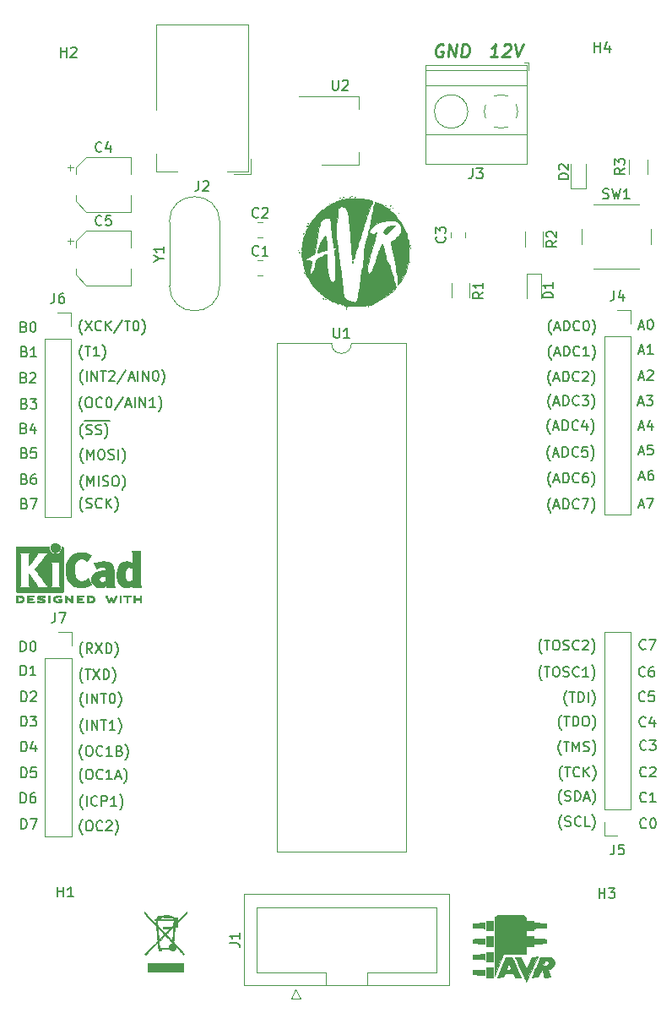
<source format=gbr>
%TF.GenerationSoftware,KiCad,Pcbnew,(5.1.12)-1*%
%TF.CreationDate,2022-02-14T10:56:51+02:00*%
%TF.ProjectId,ATMEGA32A_PU_V1,41544d45-4741-4333-9241-5f50555f5631,V01*%
%TF.SameCoordinates,Original*%
%TF.FileFunction,Legend,Top*%
%TF.FilePolarity,Positive*%
%FSLAX46Y46*%
G04 Gerber Fmt 4.6, Leading zero omitted, Abs format (unit mm)*
G04 Created by KiCad (PCBNEW (5.1.12)-1) date 2022-02-14 10:56:51*
%MOMM*%
%LPD*%
G01*
G04 APERTURE LIST*
%ADD10C,0.150000*%
%ADD11C,0.254000*%
%ADD12C,0.120000*%
%ADD13C,0.010000*%
G04 APERTURE END LIST*
D10*
X164632000Y-111831333D02*
X164584380Y-111783714D01*
X164489142Y-111640857D01*
X164441523Y-111545619D01*
X164393904Y-111402761D01*
X164346285Y-111164666D01*
X164346285Y-110974190D01*
X164393904Y-110736095D01*
X164441523Y-110593238D01*
X164489142Y-110498000D01*
X164584380Y-110355142D01*
X164632000Y-110307523D01*
X164870095Y-110450380D02*
X165441523Y-110450380D01*
X165155809Y-111450380D02*
X165155809Y-110450380D01*
X165965333Y-110450380D02*
X166155809Y-110450380D01*
X166251047Y-110498000D01*
X166346285Y-110593238D01*
X166393904Y-110783714D01*
X166393904Y-111117047D01*
X166346285Y-111307523D01*
X166251047Y-111402761D01*
X166155809Y-111450380D01*
X165965333Y-111450380D01*
X165870095Y-111402761D01*
X165774857Y-111307523D01*
X165727238Y-111117047D01*
X165727238Y-110783714D01*
X165774857Y-110593238D01*
X165870095Y-110498000D01*
X165965333Y-110450380D01*
X166774857Y-111402761D02*
X166917714Y-111450380D01*
X167155809Y-111450380D01*
X167251047Y-111402761D01*
X167298666Y-111355142D01*
X167346285Y-111259904D01*
X167346285Y-111164666D01*
X167298666Y-111069428D01*
X167251047Y-111021809D01*
X167155809Y-110974190D01*
X166965333Y-110926571D01*
X166870095Y-110878952D01*
X166822476Y-110831333D01*
X166774857Y-110736095D01*
X166774857Y-110640857D01*
X166822476Y-110545619D01*
X166870095Y-110498000D01*
X166965333Y-110450380D01*
X167203428Y-110450380D01*
X167346285Y-110498000D01*
X168346285Y-111355142D02*
X168298666Y-111402761D01*
X168155809Y-111450380D01*
X168060571Y-111450380D01*
X167917714Y-111402761D01*
X167822476Y-111307523D01*
X167774857Y-111212285D01*
X167727238Y-111021809D01*
X167727238Y-110878952D01*
X167774857Y-110688476D01*
X167822476Y-110593238D01*
X167917714Y-110498000D01*
X168060571Y-110450380D01*
X168155809Y-110450380D01*
X168298666Y-110498000D01*
X168346285Y-110545619D01*
X168727238Y-110545619D02*
X168774857Y-110498000D01*
X168870095Y-110450380D01*
X169108190Y-110450380D01*
X169203428Y-110498000D01*
X169251047Y-110545619D01*
X169298666Y-110640857D01*
X169298666Y-110736095D01*
X169251047Y-110878952D01*
X168679619Y-111450380D01*
X169298666Y-111450380D01*
X169632000Y-111831333D02*
X169679619Y-111783714D01*
X169774857Y-111640857D01*
X169822476Y-111545619D01*
X169870095Y-111402761D01*
X169917714Y-111164666D01*
X169917714Y-110974190D01*
X169870095Y-110736095D01*
X169822476Y-110593238D01*
X169774857Y-110498000D01*
X169679619Y-110355142D01*
X169632000Y-110307523D01*
X164632000Y-114498333D02*
X164584380Y-114450714D01*
X164489142Y-114307857D01*
X164441523Y-114212619D01*
X164393904Y-114069761D01*
X164346285Y-113831666D01*
X164346285Y-113641190D01*
X164393904Y-113403095D01*
X164441523Y-113260238D01*
X164489142Y-113165000D01*
X164584380Y-113022142D01*
X164632000Y-112974523D01*
X164870095Y-113117380D02*
X165441523Y-113117380D01*
X165155809Y-114117380D02*
X165155809Y-113117380D01*
X165965333Y-113117380D02*
X166155809Y-113117380D01*
X166251047Y-113165000D01*
X166346285Y-113260238D01*
X166393904Y-113450714D01*
X166393904Y-113784047D01*
X166346285Y-113974523D01*
X166251047Y-114069761D01*
X166155809Y-114117380D01*
X165965333Y-114117380D01*
X165870095Y-114069761D01*
X165774857Y-113974523D01*
X165727238Y-113784047D01*
X165727238Y-113450714D01*
X165774857Y-113260238D01*
X165870095Y-113165000D01*
X165965333Y-113117380D01*
X166774857Y-114069761D02*
X166917714Y-114117380D01*
X167155809Y-114117380D01*
X167251047Y-114069761D01*
X167298666Y-114022142D01*
X167346285Y-113926904D01*
X167346285Y-113831666D01*
X167298666Y-113736428D01*
X167251047Y-113688809D01*
X167155809Y-113641190D01*
X166965333Y-113593571D01*
X166870095Y-113545952D01*
X166822476Y-113498333D01*
X166774857Y-113403095D01*
X166774857Y-113307857D01*
X166822476Y-113212619D01*
X166870095Y-113165000D01*
X166965333Y-113117380D01*
X167203428Y-113117380D01*
X167346285Y-113165000D01*
X168346285Y-114022142D02*
X168298666Y-114069761D01*
X168155809Y-114117380D01*
X168060571Y-114117380D01*
X167917714Y-114069761D01*
X167822476Y-113974523D01*
X167774857Y-113879285D01*
X167727238Y-113688809D01*
X167727238Y-113545952D01*
X167774857Y-113355476D01*
X167822476Y-113260238D01*
X167917714Y-113165000D01*
X168060571Y-113117380D01*
X168155809Y-113117380D01*
X168298666Y-113165000D01*
X168346285Y-113212619D01*
X169298666Y-114117380D02*
X168727238Y-114117380D01*
X169012952Y-114117380D02*
X169012952Y-113117380D01*
X168917714Y-113260238D01*
X168822476Y-113355476D01*
X168727238Y-113403095D01*
X169632000Y-114498333D02*
X169679619Y-114450714D01*
X169774857Y-114307857D01*
X169822476Y-114212619D01*
X169870095Y-114069761D01*
X169917714Y-113831666D01*
X169917714Y-113641190D01*
X169870095Y-113403095D01*
X169822476Y-113260238D01*
X169774857Y-113165000D01*
X169679619Y-113022142D01*
X169632000Y-112974523D01*
X167140095Y-117038333D02*
X167092476Y-116990714D01*
X166997238Y-116847857D01*
X166949619Y-116752619D01*
X166902000Y-116609761D01*
X166854380Y-116371666D01*
X166854380Y-116181190D01*
X166902000Y-115943095D01*
X166949619Y-115800238D01*
X166997238Y-115705000D01*
X167092476Y-115562142D01*
X167140095Y-115514523D01*
X167378190Y-115657380D02*
X167949619Y-115657380D01*
X167663904Y-116657380D02*
X167663904Y-115657380D01*
X168282952Y-116657380D02*
X168282952Y-115657380D01*
X168521047Y-115657380D01*
X168663904Y-115705000D01*
X168759142Y-115800238D01*
X168806761Y-115895476D01*
X168854380Y-116085952D01*
X168854380Y-116228809D01*
X168806761Y-116419285D01*
X168759142Y-116514523D01*
X168663904Y-116609761D01*
X168521047Y-116657380D01*
X168282952Y-116657380D01*
X169282952Y-116657380D02*
X169282952Y-115657380D01*
X169663904Y-117038333D02*
X169711523Y-116990714D01*
X169806761Y-116847857D01*
X169854380Y-116752619D01*
X169902000Y-116609761D01*
X169949619Y-116371666D01*
X169949619Y-116181190D01*
X169902000Y-115943095D01*
X169854380Y-115800238D01*
X169806761Y-115705000D01*
X169711523Y-115562142D01*
X169663904Y-115514523D01*
X166600380Y-119451333D02*
X166552761Y-119403714D01*
X166457523Y-119260857D01*
X166409904Y-119165619D01*
X166362285Y-119022761D01*
X166314666Y-118784666D01*
X166314666Y-118594190D01*
X166362285Y-118356095D01*
X166409904Y-118213238D01*
X166457523Y-118118000D01*
X166552761Y-117975142D01*
X166600380Y-117927523D01*
X166838476Y-118070380D02*
X167409904Y-118070380D01*
X167124190Y-119070380D02*
X167124190Y-118070380D01*
X167743238Y-119070380D02*
X167743238Y-118070380D01*
X167981333Y-118070380D01*
X168124190Y-118118000D01*
X168219428Y-118213238D01*
X168267047Y-118308476D01*
X168314666Y-118498952D01*
X168314666Y-118641809D01*
X168267047Y-118832285D01*
X168219428Y-118927523D01*
X168124190Y-119022761D01*
X167981333Y-119070380D01*
X167743238Y-119070380D01*
X168933714Y-118070380D02*
X169124190Y-118070380D01*
X169219428Y-118118000D01*
X169314666Y-118213238D01*
X169362285Y-118403714D01*
X169362285Y-118737047D01*
X169314666Y-118927523D01*
X169219428Y-119022761D01*
X169124190Y-119070380D01*
X168933714Y-119070380D01*
X168838476Y-119022761D01*
X168743238Y-118927523D01*
X168695619Y-118737047D01*
X168695619Y-118403714D01*
X168743238Y-118213238D01*
X168838476Y-118118000D01*
X168933714Y-118070380D01*
X169695619Y-119451333D02*
X169743238Y-119403714D01*
X169838476Y-119260857D01*
X169886095Y-119165619D01*
X169933714Y-119022761D01*
X169981333Y-118784666D01*
X169981333Y-118594190D01*
X169933714Y-118356095D01*
X169886095Y-118213238D01*
X169838476Y-118118000D01*
X169743238Y-117975142D01*
X169695619Y-117927523D01*
X166576571Y-121991333D02*
X166528952Y-121943714D01*
X166433714Y-121800857D01*
X166386095Y-121705619D01*
X166338476Y-121562761D01*
X166290857Y-121324666D01*
X166290857Y-121134190D01*
X166338476Y-120896095D01*
X166386095Y-120753238D01*
X166433714Y-120658000D01*
X166528952Y-120515142D01*
X166576571Y-120467523D01*
X166814666Y-120610380D02*
X167386095Y-120610380D01*
X167100380Y-121610380D02*
X167100380Y-120610380D01*
X167719428Y-121610380D02*
X167719428Y-120610380D01*
X168052761Y-121324666D01*
X168386095Y-120610380D01*
X168386095Y-121610380D01*
X168814666Y-121562761D02*
X168957523Y-121610380D01*
X169195619Y-121610380D01*
X169290857Y-121562761D01*
X169338476Y-121515142D01*
X169386095Y-121419904D01*
X169386095Y-121324666D01*
X169338476Y-121229428D01*
X169290857Y-121181809D01*
X169195619Y-121134190D01*
X169005142Y-121086571D01*
X168909904Y-121038952D01*
X168862285Y-120991333D01*
X168814666Y-120896095D01*
X168814666Y-120800857D01*
X168862285Y-120705619D01*
X168909904Y-120658000D01*
X169005142Y-120610380D01*
X169243238Y-120610380D01*
X169386095Y-120658000D01*
X169719428Y-121991333D02*
X169767047Y-121943714D01*
X169862285Y-121800857D01*
X169909904Y-121705619D01*
X169957523Y-121562761D01*
X170005142Y-121324666D01*
X170005142Y-121134190D01*
X169957523Y-120896095D01*
X169909904Y-120753238D01*
X169862285Y-120658000D01*
X169767047Y-120515142D01*
X169719428Y-120467523D01*
X166687690Y-124531333D02*
X166640071Y-124483714D01*
X166544833Y-124340857D01*
X166497214Y-124245619D01*
X166449595Y-124102761D01*
X166401976Y-123864666D01*
X166401976Y-123674190D01*
X166449595Y-123436095D01*
X166497214Y-123293238D01*
X166544833Y-123198000D01*
X166640071Y-123055142D01*
X166687690Y-123007523D01*
X166925785Y-123150380D02*
X167497214Y-123150380D01*
X167211500Y-124150380D02*
X167211500Y-123150380D01*
X168401976Y-124055142D02*
X168354357Y-124102761D01*
X168211500Y-124150380D01*
X168116261Y-124150380D01*
X167973404Y-124102761D01*
X167878166Y-124007523D01*
X167830547Y-123912285D01*
X167782928Y-123721809D01*
X167782928Y-123578952D01*
X167830547Y-123388476D01*
X167878166Y-123293238D01*
X167973404Y-123198000D01*
X168116261Y-123150380D01*
X168211500Y-123150380D01*
X168354357Y-123198000D01*
X168401976Y-123245619D01*
X168830547Y-124150380D02*
X168830547Y-123150380D01*
X169401976Y-124150380D02*
X168973404Y-123578952D01*
X169401976Y-123150380D02*
X168830547Y-123721809D01*
X169735309Y-124531333D02*
X169782928Y-124483714D01*
X169878166Y-124340857D01*
X169925785Y-124245619D01*
X169973404Y-124102761D01*
X170021023Y-123864666D01*
X170021023Y-123674190D01*
X169973404Y-123436095D01*
X169925785Y-123293238D01*
X169878166Y-123198000D01*
X169782928Y-123055142D01*
X169735309Y-123007523D01*
X166600380Y-126944333D02*
X166552761Y-126896714D01*
X166457523Y-126753857D01*
X166409904Y-126658619D01*
X166362285Y-126515761D01*
X166314666Y-126277666D01*
X166314666Y-126087190D01*
X166362285Y-125849095D01*
X166409904Y-125706238D01*
X166457523Y-125611000D01*
X166552761Y-125468142D01*
X166600380Y-125420523D01*
X166933714Y-126515761D02*
X167076571Y-126563380D01*
X167314666Y-126563380D01*
X167409904Y-126515761D01*
X167457523Y-126468142D01*
X167505142Y-126372904D01*
X167505142Y-126277666D01*
X167457523Y-126182428D01*
X167409904Y-126134809D01*
X167314666Y-126087190D01*
X167124190Y-126039571D01*
X167028952Y-125991952D01*
X166981333Y-125944333D01*
X166933714Y-125849095D01*
X166933714Y-125753857D01*
X166981333Y-125658619D01*
X167028952Y-125611000D01*
X167124190Y-125563380D01*
X167362285Y-125563380D01*
X167505142Y-125611000D01*
X167933714Y-126563380D02*
X167933714Y-125563380D01*
X168171809Y-125563380D01*
X168314666Y-125611000D01*
X168409904Y-125706238D01*
X168457523Y-125801476D01*
X168505142Y-125991952D01*
X168505142Y-126134809D01*
X168457523Y-126325285D01*
X168409904Y-126420523D01*
X168314666Y-126515761D01*
X168171809Y-126563380D01*
X167933714Y-126563380D01*
X168886095Y-126277666D02*
X169362285Y-126277666D01*
X168790857Y-126563380D02*
X169124190Y-125563380D01*
X169457523Y-126563380D01*
X169695619Y-126944333D02*
X169743238Y-126896714D01*
X169838476Y-126753857D01*
X169886095Y-126658619D01*
X169933714Y-126515761D01*
X169981333Y-126277666D01*
X169981333Y-126087190D01*
X169933714Y-125849095D01*
X169886095Y-125706238D01*
X169838476Y-125611000D01*
X169743238Y-125468142D01*
X169695619Y-125420523D01*
X166624190Y-129484333D02*
X166576571Y-129436714D01*
X166481333Y-129293857D01*
X166433714Y-129198619D01*
X166386095Y-129055761D01*
X166338476Y-128817666D01*
X166338476Y-128627190D01*
X166386095Y-128389095D01*
X166433714Y-128246238D01*
X166481333Y-128151000D01*
X166576571Y-128008142D01*
X166624190Y-127960523D01*
X166957523Y-129055761D02*
X167100380Y-129103380D01*
X167338476Y-129103380D01*
X167433714Y-129055761D01*
X167481333Y-129008142D01*
X167528952Y-128912904D01*
X167528952Y-128817666D01*
X167481333Y-128722428D01*
X167433714Y-128674809D01*
X167338476Y-128627190D01*
X167148000Y-128579571D01*
X167052761Y-128531952D01*
X167005142Y-128484333D01*
X166957523Y-128389095D01*
X166957523Y-128293857D01*
X167005142Y-128198619D01*
X167052761Y-128151000D01*
X167148000Y-128103380D01*
X167386095Y-128103380D01*
X167528952Y-128151000D01*
X168528952Y-129008142D02*
X168481333Y-129055761D01*
X168338476Y-129103380D01*
X168243238Y-129103380D01*
X168100380Y-129055761D01*
X168005142Y-128960523D01*
X167957523Y-128865285D01*
X167909904Y-128674809D01*
X167909904Y-128531952D01*
X167957523Y-128341476D01*
X168005142Y-128246238D01*
X168100380Y-128151000D01*
X168243238Y-128103380D01*
X168338476Y-128103380D01*
X168481333Y-128151000D01*
X168528952Y-128198619D01*
X169433714Y-129103380D02*
X168957523Y-129103380D01*
X168957523Y-128103380D01*
X169671809Y-129484333D02*
X169719428Y-129436714D01*
X169814666Y-129293857D01*
X169862285Y-129198619D01*
X169909904Y-129055761D01*
X169957523Y-128817666D01*
X169957523Y-128627190D01*
X169909904Y-128389095D01*
X169862285Y-128246238D01*
X169814666Y-128151000D01*
X169719428Y-128008142D01*
X169671809Y-127960523D01*
X175093333Y-129198642D02*
X175045714Y-129246261D01*
X174902857Y-129293880D01*
X174807619Y-129293880D01*
X174664761Y-129246261D01*
X174569523Y-129151023D01*
X174521904Y-129055785D01*
X174474285Y-128865309D01*
X174474285Y-128722452D01*
X174521904Y-128531976D01*
X174569523Y-128436738D01*
X174664761Y-128341500D01*
X174807619Y-128293880D01*
X174902857Y-128293880D01*
X175045714Y-128341500D01*
X175093333Y-128389119D01*
X175712380Y-128293880D02*
X175807619Y-128293880D01*
X175902857Y-128341500D01*
X175950476Y-128389119D01*
X175998095Y-128484357D01*
X176045714Y-128674833D01*
X176045714Y-128912928D01*
X175998095Y-129103404D01*
X175950476Y-129198642D01*
X175902857Y-129246261D01*
X175807619Y-129293880D01*
X175712380Y-129293880D01*
X175617142Y-129246261D01*
X175569523Y-129198642D01*
X175521904Y-129103404D01*
X175474285Y-128912928D01*
X175474285Y-128674833D01*
X175521904Y-128484357D01*
X175569523Y-128389119D01*
X175617142Y-128341500D01*
X175712380Y-128293880D01*
X175093333Y-126595142D02*
X175045714Y-126642761D01*
X174902857Y-126690380D01*
X174807619Y-126690380D01*
X174664761Y-126642761D01*
X174569523Y-126547523D01*
X174521904Y-126452285D01*
X174474285Y-126261809D01*
X174474285Y-126118952D01*
X174521904Y-125928476D01*
X174569523Y-125833238D01*
X174664761Y-125738000D01*
X174807619Y-125690380D01*
X174902857Y-125690380D01*
X175045714Y-125738000D01*
X175093333Y-125785619D01*
X176045714Y-126690380D02*
X175474285Y-126690380D01*
X175760000Y-126690380D02*
X175760000Y-125690380D01*
X175664761Y-125833238D01*
X175569523Y-125928476D01*
X175474285Y-125976095D01*
X175093333Y-124055142D02*
X175045714Y-124102761D01*
X174902857Y-124150380D01*
X174807619Y-124150380D01*
X174664761Y-124102761D01*
X174569523Y-124007523D01*
X174521904Y-123912285D01*
X174474285Y-123721809D01*
X174474285Y-123578952D01*
X174521904Y-123388476D01*
X174569523Y-123293238D01*
X174664761Y-123198000D01*
X174807619Y-123150380D01*
X174902857Y-123150380D01*
X175045714Y-123198000D01*
X175093333Y-123245619D01*
X175474285Y-123245619D02*
X175521904Y-123198000D01*
X175617142Y-123150380D01*
X175855238Y-123150380D01*
X175950476Y-123198000D01*
X175998095Y-123245619D01*
X176045714Y-123340857D01*
X176045714Y-123436095D01*
X175998095Y-123578952D01*
X175426666Y-124150380D01*
X176045714Y-124150380D01*
X175093333Y-121388142D02*
X175045714Y-121435761D01*
X174902857Y-121483380D01*
X174807619Y-121483380D01*
X174664761Y-121435761D01*
X174569523Y-121340523D01*
X174521904Y-121245285D01*
X174474285Y-121054809D01*
X174474285Y-120911952D01*
X174521904Y-120721476D01*
X174569523Y-120626238D01*
X174664761Y-120531000D01*
X174807619Y-120483380D01*
X174902857Y-120483380D01*
X175045714Y-120531000D01*
X175093333Y-120578619D01*
X175426666Y-120483380D02*
X176045714Y-120483380D01*
X175712380Y-120864333D01*
X175855238Y-120864333D01*
X175950476Y-120911952D01*
X175998095Y-120959571D01*
X176045714Y-121054809D01*
X176045714Y-121292904D01*
X175998095Y-121388142D01*
X175950476Y-121435761D01*
X175855238Y-121483380D01*
X175569523Y-121483380D01*
X175474285Y-121435761D01*
X175426666Y-121388142D01*
X175029833Y-119038642D02*
X174982214Y-119086261D01*
X174839357Y-119133880D01*
X174744119Y-119133880D01*
X174601261Y-119086261D01*
X174506023Y-118991023D01*
X174458404Y-118895785D01*
X174410785Y-118705309D01*
X174410785Y-118562452D01*
X174458404Y-118371976D01*
X174506023Y-118276738D01*
X174601261Y-118181500D01*
X174744119Y-118133880D01*
X174839357Y-118133880D01*
X174982214Y-118181500D01*
X175029833Y-118229119D01*
X175886976Y-118467214D02*
X175886976Y-119133880D01*
X175648880Y-118086261D02*
X175410785Y-118800547D01*
X176029833Y-118800547D01*
X174966333Y-116498642D02*
X174918714Y-116546261D01*
X174775857Y-116593880D01*
X174680619Y-116593880D01*
X174537761Y-116546261D01*
X174442523Y-116451023D01*
X174394904Y-116355785D01*
X174347285Y-116165309D01*
X174347285Y-116022452D01*
X174394904Y-115831976D01*
X174442523Y-115736738D01*
X174537761Y-115641500D01*
X174680619Y-115593880D01*
X174775857Y-115593880D01*
X174918714Y-115641500D01*
X174966333Y-115689119D01*
X175871095Y-115593880D02*
X175394904Y-115593880D01*
X175347285Y-116070071D01*
X175394904Y-116022452D01*
X175490142Y-115974833D01*
X175728238Y-115974833D01*
X175823476Y-116022452D01*
X175871095Y-116070071D01*
X175918714Y-116165309D01*
X175918714Y-116403404D01*
X175871095Y-116498642D01*
X175823476Y-116546261D01*
X175728238Y-116593880D01*
X175490142Y-116593880D01*
X175394904Y-116546261D01*
X175347285Y-116498642D01*
X174966333Y-114022142D02*
X174918714Y-114069761D01*
X174775857Y-114117380D01*
X174680619Y-114117380D01*
X174537761Y-114069761D01*
X174442523Y-113974523D01*
X174394904Y-113879285D01*
X174347285Y-113688809D01*
X174347285Y-113545952D01*
X174394904Y-113355476D01*
X174442523Y-113260238D01*
X174537761Y-113165000D01*
X174680619Y-113117380D01*
X174775857Y-113117380D01*
X174918714Y-113165000D01*
X174966333Y-113212619D01*
X175823476Y-113117380D02*
X175633000Y-113117380D01*
X175537761Y-113165000D01*
X175490142Y-113212619D01*
X175394904Y-113355476D01*
X175347285Y-113545952D01*
X175347285Y-113926904D01*
X175394904Y-114022142D01*
X175442523Y-114069761D01*
X175537761Y-114117380D01*
X175728238Y-114117380D01*
X175823476Y-114069761D01*
X175871095Y-114022142D01*
X175918714Y-113926904D01*
X175918714Y-113688809D01*
X175871095Y-113593571D01*
X175823476Y-113545952D01*
X175728238Y-113498333D01*
X175537761Y-113498333D01*
X175442523Y-113545952D01*
X175394904Y-113593571D01*
X175347285Y-113688809D01*
X175029833Y-111291642D02*
X174982214Y-111339261D01*
X174839357Y-111386880D01*
X174744119Y-111386880D01*
X174601261Y-111339261D01*
X174506023Y-111244023D01*
X174458404Y-111148785D01*
X174410785Y-110958309D01*
X174410785Y-110815452D01*
X174458404Y-110624976D01*
X174506023Y-110529738D01*
X174601261Y-110434500D01*
X174744119Y-110386880D01*
X174839357Y-110386880D01*
X174982214Y-110434500D01*
X175029833Y-110482119D01*
X175363166Y-110386880D02*
X176029833Y-110386880D01*
X175601261Y-111386880D01*
X165528880Y-97670833D02*
X165481261Y-97623214D01*
X165386023Y-97480357D01*
X165338404Y-97385119D01*
X165290785Y-97242261D01*
X165243166Y-97004166D01*
X165243166Y-96813690D01*
X165290785Y-96575595D01*
X165338404Y-96432738D01*
X165386023Y-96337500D01*
X165481261Y-96194642D01*
X165528880Y-96147023D01*
X165862214Y-97004166D02*
X166338404Y-97004166D01*
X165766976Y-97289880D02*
X166100309Y-96289880D01*
X166433642Y-97289880D01*
X166766976Y-97289880D02*
X166766976Y-96289880D01*
X167005071Y-96289880D01*
X167147928Y-96337500D01*
X167243166Y-96432738D01*
X167290785Y-96527976D01*
X167338404Y-96718452D01*
X167338404Y-96861309D01*
X167290785Y-97051785D01*
X167243166Y-97147023D01*
X167147928Y-97242261D01*
X167005071Y-97289880D01*
X166766976Y-97289880D01*
X168338404Y-97194642D02*
X168290785Y-97242261D01*
X168147928Y-97289880D01*
X168052690Y-97289880D01*
X167909833Y-97242261D01*
X167814595Y-97147023D01*
X167766976Y-97051785D01*
X167719357Y-96861309D01*
X167719357Y-96718452D01*
X167766976Y-96527976D01*
X167814595Y-96432738D01*
X167909833Y-96337500D01*
X168052690Y-96289880D01*
X168147928Y-96289880D01*
X168290785Y-96337500D01*
X168338404Y-96385119D01*
X168671738Y-96289880D02*
X169338404Y-96289880D01*
X168909833Y-97289880D01*
X169624119Y-97670833D02*
X169671738Y-97623214D01*
X169766976Y-97480357D01*
X169814595Y-97385119D01*
X169862214Y-97242261D01*
X169909833Y-97004166D01*
X169909833Y-96813690D01*
X169862214Y-96575595D01*
X169814595Y-96432738D01*
X169766976Y-96337500D01*
X169671738Y-96194642D01*
X169624119Y-96147023D01*
X165528880Y-95067333D02*
X165481261Y-95019714D01*
X165386023Y-94876857D01*
X165338404Y-94781619D01*
X165290785Y-94638761D01*
X165243166Y-94400666D01*
X165243166Y-94210190D01*
X165290785Y-93972095D01*
X165338404Y-93829238D01*
X165386023Y-93734000D01*
X165481261Y-93591142D01*
X165528880Y-93543523D01*
X165862214Y-94400666D02*
X166338404Y-94400666D01*
X165766976Y-94686380D02*
X166100309Y-93686380D01*
X166433642Y-94686380D01*
X166766976Y-94686380D02*
X166766976Y-93686380D01*
X167005071Y-93686380D01*
X167147928Y-93734000D01*
X167243166Y-93829238D01*
X167290785Y-93924476D01*
X167338404Y-94114952D01*
X167338404Y-94257809D01*
X167290785Y-94448285D01*
X167243166Y-94543523D01*
X167147928Y-94638761D01*
X167005071Y-94686380D01*
X166766976Y-94686380D01*
X168338404Y-94591142D02*
X168290785Y-94638761D01*
X168147928Y-94686380D01*
X168052690Y-94686380D01*
X167909833Y-94638761D01*
X167814595Y-94543523D01*
X167766976Y-94448285D01*
X167719357Y-94257809D01*
X167719357Y-94114952D01*
X167766976Y-93924476D01*
X167814595Y-93829238D01*
X167909833Y-93734000D01*
X168052690Y-93686380D01*
X168147928Y-93686380D01*
X168290785Y-93734000D01*
X168338404Y-93781619D01*
X169195547Y-93686380D02*
X169005071Y-93686380D01*
X168909833Y-93734000D01*
X168862214Y-93781619D01*
X168766976Y-93924476D01*
X168719357Y-94114952D01*
X168719357Y-94495904D01*
X168766976Y-94591142D01*
X168814595Y-94638761D01*
X168909833Y-94686380D01*
X169100309Y-94686380D01*
X169195547Y-94638761D01*
X169243166Y-94591142D01*
X169290785Y-94495904D01*
X169290785Y-94257809D01*
X169243166Y-94162571D01*
X169195547Y-94114952D01*
X169100309Y-94067333D01*
X168909833Y-94067333D01*
X168814595Y-94114952D01*
X168766976Y-94162571D01*
X168719357Y-94257809D01*
X169624119Y-95067333D02*
X169671738Y-95019714D01*
X169766976Y-94876857D01*
X169814595Y-94781619D01*
X169862214Y-94638761D01*
X169909833Y-94400666D01*
X169909833Y-94210190D01*
X169862214Y-93972095D01*
X169814595Y-93829238D01*
X169766976Y-93734000D01*
X169671738Y-93591142D01*
X169624119Y-93543523D01*
X165465380Y-92463833D02*
X165417761Y-92416214D01*
X165322523Y-92273357D01*
X165274904Y-92178119D01*
X165227285Y-92035261D01*
X165179666Y-91797166D01*
X165179666Y-91606690D01*
X165227285Y-91368595D01*
X165274904Y-91225738D01*
X165322523Y-91130500D01*
X165417761Y-90987642D01*
X165465380Y-90940023D01*
X165798714Y-91797166D02*
X166274904Y-91797166D01*
X165703476Y-92082880D02*
X166036809Y-91082880D01*
X166370142Y-92082880D01*
X166703476Y-92082880D02*
X166703476Y-91082880D01*
X166941571Y-91082880D01*
X167084428Y-91130500D01*
X167179666Y-91225738D01*
X167227285Y-91320976D01*
X167274904Y-91511452D01*
X167274904Y-91654309D01*
X167227285Y-91844785D01*
X167179666Y-91940023D01*
X167084428Y-92035261D01*
X166941571Y-92082880D01*
X166703476Y-92082880D01*
X168274904Y-91987642D02*
X168227285Y-92035261D01*
X168084428Y-92082880D01*
X167989190Y-92082880D01*
X167846333Y-92035261D01*
X167751095Y-91940023D01*
X167703476Y-91844785D01*
X167655857Y-91654309D01*
X167655857Y-91511452D01*
X167703476Y-91320976D01*
X167751095Y-91225738D01*
X167846333Y-91130500D01*
X167989190Y-91082880D01*
X168084428Y-91082880D01*
X168227285Y-91130500D01*
X168274904Y-91178119D01*
X169179666Y-91082880D02*
X168703476Y-91082880D01*
X168655857Y-91559071D01*
X168703476Y-91511452D01*
X168798714Y-91463833D01*
X169036809Y-91463833D01*
X169132047Y-91511452D01*
X169179666Y-91559071D01*
X169227285Y-91654309D01*
X169227285Y-91892404D01*
X169179666Y-91987642D01*
X169132047Y-92035261D01*
X169036809Y-92082880D01*
X168798714Y-92082880D01*
X168703476Y-92035261D01*
X168655857Y-91987642D01*
X169560619Y-92463833D02*
X169608238Y-92416214D01*
X169703476Y-92273357D01*
X169751095Y-92178119D01*
X169798714Y-92035261D01*
X169846333Y-91797166D01*
X169846333Y-91606690D01*
X169798714Y-91368595D01*
X169751095Y-91225738D01*
X169703476Y-91130500D01*
X169608238Y-90987642D01*
X169560619Y-90940023D01*
X165465380Y-89796833D02*
X165417761Y-89749214D01*
X165322523Y-89606357D01*
X165274904Y-89511119D01*
X165227285Y-89368261D01*
X165179666Y-89130166D01*
X165179666Y-88939690D01*
X165227285Y-88701595D01*
X165274904Y-88558738D01*
X165322523Y-88463500D01*
X165417761Y-88320642D01*
X165465380Y-88273023D01*
X165798714Y-89130166D02*
X166274904Y-89130166D01*
X165703476Y-89415880D02*
X166036809Y-88415880D01*
X166370142Y-89415880D01*
X166703476Y-89415880D02*
X166703476Y-88415880D01*
X166941571Y-88415880D01*
X167084428Y-88463500D01*
X167179666Y-88558738D01*
X167227285Y-88653976D01*
X167274904Y-88844452D01*
X167274904Y-88987309D01*
X167227285Y-89177785D01*
X167179666Y-89273023D01*
X167084428Y-89368261D01*
X166941571Y-89415880D01*
X166703476Y-89415880D01*
X168274904Y-89320642D02*
X168227285Y-89368261D01*
X168084428Y-89415880D01*
X167989190Y-89415880D01*
X167846333Y-89368261D01*
X167751095Y-89273023D01*
X167703476Y-89177785D01*
X167655857Y-88987309D01*
X167655857Y-88844452D01*
X167703476Y-88653976D01*
X167751095Y-88558738D01*
X167846333Y-88463500D01*
X167989190Y-88415880D01*
X168084428Y-88415880D01*
X168227285Y-88463500D01*
X168274904Y-88511119D01*
X169132047Y-88749214D02*
X169132047Y-89415880D01*
X168893952Y-88368261D02*
X168655857Y-89082547D01*
X169274904Y-89082547D01*
X169560619Y-89796833D02*
X169608238Y-89749214D01*
X169703476Y-89606357D01*
X169751095Y-89511119D01*
X169798714Y-89368261D01*
X169846333Y-89130166D01*
X169846333Y-88939690D01*
X169798714Y-88701595D01*
X169751095Y-88558738D01*
X169703476Y-88463500D01*
X169608238Y-88320642D01*
X169560619Y-88273023D01*
X165528880Y-87320333D02*
X165481261Y-87272714D01*
X165386023Y-87129857D01*
X165338404Y-87034619D01*
X165290785Y-86891761D01*
X165243166Y-86653666D01*
X165243166Y-86463190D01*
X165290785Y-86225095D01*
X165338404Y-86082238D01*
X165386023Y-85987000D01*
X165481261Y-85844142D01*
X165528880Y-85796523D01*
X165862214Y-86653666D02*
X166338404Y-86653666D01*
X165766976Y-86939380D02*
X166100309Y-85939380D01*
X166433642Y-86939380D01*
X166766976Y-86939380D02*
X166766976Y-85939380D01*
X167005071Y-85939380D01*
X167147928Y-85987000D01*
X167243166Y-86082238D01*
X167290785Y-86177476D01*
X167338404Y-86367952D01*
X167338404Y-86510809D01*
X167290785Y-86701285D01*
X167243166Y-86796523D01*
X167147928Y-86891761D01*
X167005071Y-86939380D01*
X166766976Y-86939380D01*
X168338404Y-86844142D02*
X168290785Y-86891761D01*
X168147928Y-86939380D01*
X168052690Y-86939380D01*
X167909833Y-86891761D01*
X167814595Y-86796523D01*
X167766976Y-86701285D01*
X167719357Y-86510809D01*
X167719357Y-86367952D01*
X167766976Y-86177476D01*
X167814595Y-86082238D01*
X167909833Y-85987000D01*
X168052690Y-85939380D01*
X168147928Y-85939380D01*
X168290785Y-85987000D01*
X168338404Y-86034619D01*
X168671738Y-85939380D02*
X169290785Y-85939380D01*
X168957452Y-86320333D01*
X169100309Y-86320333D01*
X169195547Y-86367952D01*
X169243166Y-86415571D01*
X169290785Y-86510809D01*
X169290785Y-86748904D01*
X169243166Y-86844142D01*
X169195547Y-86891761D01*
X169100309Y-86939380D01*
X168814595Y-86939380D01*
X168719357Y-86891761D01*
X168671738Y-86844142D01*
X169624119Y-87320333D02*
X169671738Y-87272714D01*
X169766976Y-87129857D01*
X169814595Y-87034619D01*
X169862214Y-86891761D01*
X169909833Y-86653666D01*
X169909833Y-86463190D01*
X169862214Y-86225095D01*
X169814595Y-86082238D01*
X169766976Y-85987000D01*
X169671738Y-85844142D01*
X169624119Y-85796523D01*
X165528880Y-84907333D02*
X165481261Y-84859714D01*
X165386023Y-84716857D01*
X165338404Y-84621619D01*
X165290785Y-84478761D01*
X165243166Y-84240666D01*
X165243166Y-84050190D01*
X165290785Y-83812095D01*
X165338404Y-83669238D01*
X165386023Y-83574000D01*
X165481261Y-83431142D01*
X165528880Y-83383523D01*
X165862214Y-84240666D02*
X166338404Y-84240666D01*
X165766976Y-84526380D02*
X166100309Y-83526380D01*
X166433642Y-84526380D01*
X166766976Y-84526380D02*
X166766976Y-83526380D01*
X167005071Y-83526380D01*
X167147928Y-83574000D01*
X167243166Y-83669238D01*
X167290785Y-83764476D01*
X167338404Y-83954952D01*
X167338404Y-84097809D01*
X167290785Y-84288285D01*
X167243166Y-84383523D01*
X167147928Y-84478761D01*
X167005071Y-84526380D01*
X166766976Y-84526380D01*
X168338404Y-84431142D02*
X168290785Y-84478761D01*
X168147928Y-84526380D01*
X168052690Y-84526380D01*
X167909833Y-84478761D01*
X167814595Y-84383523D01*
X167766976Y-84288285D01*
X167719357Y-84097809D01*
X167719357Y-83954952D01*
X167766976Y-83764476D01*
X167814595Y-83669238D01*
X167909833Y-83574000D01*
X168052690Y-83526380D01*
X168147928Y-83526380D01*
X168290785Y-83574000D01*
X168338404Y-83621619D01*
X168719357Y-83621619D02*
X168766976Y-83574000D01*
X168862214Y-83526380D01*
X169100309Y-83526380D01*
X169195547Y-83574000D01*
X169243166Y-83621619D01*
X169290785Y-83716857D01*
X169290785Y-83812095D01*
X169243166Y-83954952D01*
X168671738Y-84526380D01*
X169290785Y-84526380D01*
X169624119Y-84907333D02*
X169671738Y-84859714D01*
X169766976Y-84716857D01*
X169814595Y-84621619D01*
X169862214Y-84478761D01*
X169909833Y-84240666D01*
X169909833Y-84050190D01*
X169862214Y-83812095D01*
X169814595Y-83669238D01*
X169766976Y-83574000D01*
X169671738Y-83431142D01*
X169624119Y-83383523D01*
X165592380Y-82367333D02*
X165544761Y-82319714D01*
X165449523Y-82176857D01*
X165401904Y-82081619D01*
X165354285Y-81938761D01*
X165306666Y-81700666D01*
X165306666Y-81510190D01*
X165354285Y-81272095D01*
X165401904Y-81129238D01*
X165449523Y-81034000D01*
X165544761Y-80891142D01*
X165592380Y-80843523D01*
X165925714Y-81700666D02*
X166401904Y-81700666D01*
X165830476Y-81986380D02*
X166163809Y-80986380D01*
X166497142Y-81986380D01*
X166830476Y-81986380D02*
X166830476Y-80986380D01*
X167068571Y-80986380D01*
X167211428Y-81034000D01*
X167306666Y-81129238D01*
X167354285Y-81224476D01*
X167401904Y-81414952D01*
X167401904Y-81557809D01*
X167354285Y-81748285D01*
X167306666Y-81843523D01*
X167211428Y-81938761D01*
X167068571Y-81986380D01*
X166830476Y-81986380D01*
X168401904Y-81891142D02*
X168354285Y-81938761D01*
X168211428Y-81986380D01*
X168116190Y-81986380D01*
X167973333Y-81938761D01*
X167878095Y-81843523D01*
X167830476Y-81748285D01*
X167782857Y-81557809D01*
X167782857Y-81414952D01*
X167830476Y-81224476D01*
X167878095Y-81129238D01*
X167973333Y-81034000D01*
X168116190Y-80986380D01*
X168211428Y-80986380D01*
X168354285Y-81034000D01*
X168401904Y-81081619D01*
X169354285Y-81986380D02*
X168782857Y-81986380D01*
X169068571Y-81986380D02*
X169068571Y-80986380D01*
X168973333Y-81129238D01*
X168878095Y-81224476D01*
X168782857Y-81272095D01*
X169687619Y-82367333D02*
X169735238Y-82319714D01*
X169830476Y-82176857D01*
X169878095Y-82081619D01*
X169925714Y-81938761D01*
X169973333Y-81700666D01*
X169973333Y-81510190D01*
X169925714Y-81272095D01*
X169878095Y-81129238D01*
X169830476Y-81034000D01*
X169735238Y-80891142D01*
X169687619Y-80843523D01*
X165592380Y-79827333D02*
X165544761Y-79779714D01*
X165449523Y-79636857D01*
X165401904Y-79541619D01*
X165354285Y-79398761D01*
X165306666Y-79160666D01*
X165306666Y-78970190D01*
X165354285Y-78732095D01*
X165401904Y-78589238D01*
X165449523Y-78494000D01*
X165544761Y-78351142D01*
X165592380Y-78303523D01*
X165925714Y-79160666D02*
X166401904Y-79160666D01*
X165830476Y-79446380D02*
X166163809Y-78446380D01*
X166497142Y-79446380D01*
X166830476Y-79446380D02*
X166830476Y-78446380D01*
X167068571Y-78446380D01*
X167211428Y-78494000D01*
X167306666Y-78589238D01*
X167354285Y-78684476D01*
X167401904Y-78874952D01*
X167401904Y-79017809D01*
X167354285Y-79208285D01*
X167306666Y-79303523D01*
X167211428Y-79398761D01*
X167068571Y-79446380D01*
X166830476Y-79446380D01*
X168401904Y-79351142D02*
X168354285Y-79398761D01*
X168211428Y-79446380D01*
X168116190Y-79446380D01*
X167973333Y-79398761D01*
X167878095Y-79303523D01*
X167830476Y-79208285D01*
X167782857Y-79017809D01*
X167782857Y-78874952D01*
X167830476Y-78684476D01*
X167878095Y-78589238D01*
X167973333Y-78494000D01*
X168116190Y-78446380D01*
X168211428Y-78446380D01*
X168354285Y-78494000D01*
X168401904Y-78541619D01*
X169020952Y-78446380D02*
X169116190Y-78446380D01*
X169211428Y-78494000D01*
X169259047Y-78541619D01*
X169306666Y-78636857D01*
X169354285Y-78827333D01*
X169354285Y-79065428D01*
X169306666Y-79255904D01*
X169259047Y-79351142D01*
X169211428Y-79398761D01*
X169116190Y-79446380D01*
X169020952Y-79446380D01*
X168925714Y-79398761D01*
X168878095Y-79351142D01*
X168830476Y-79255904D01*
X168782857Y-79065428D01*
X168782857Y-78827333D01*
X168830476Y-78636857D01*
X168878095Y-78541619D01*
X168925714Y-78494000D01*
X169020952Y-78446380D01*
X169687619Y-79827333D02*
X169735238Y-79779714D01*
X169830476Y-79636857D01*
X169878095Y-79541619D01*
X169925714Y-79398761D01*
X169973333Y-79160666D01*
X169973333Y-78970190D01*
X169925714Y-78732095D01*
X169878095Y-78589238D01*
X169830476Y-78494000D01*
X169735238Y-78351142D01*
X169687619Y-78303523D01*
X174355214Y-96940666D02*
X174831404Y-96940666D01*
X174259976Y-97226380D02*
X174593309Y-96226380D01*
X174926642Y-97226380D01*
X175164738Y-96226380D02*
X175831404Y-96226380D01*
X175402833Y-97226380D01*
X174418714Y-94146666D02*
X174894904Y-94146666D01*
X174323476Y-94432380D02*
X174656809Y-93432380D01*
X174990142Y-94432380D01*
X175752047Y-93432380D02*
X175561571Y-93432380D01*
X175466333Y-93480000D01*
X175418714Y-93527619D01*
X175323476Y-93670476D01*
X175275857Y-93860952D01*
X175275857Y-94241904D01*
X175323476Y-94337142D01*
X175371095Y-94384761D01*
X175466333Y-94432380D01*
X175656809Y-94432380D01*
X175752047Y-94384761D01*
X175799666Y-94337142D01*
X175847285Y-94241904D01*
X175847285Y-94003809D01*
X175799666Y-93908571D01*
X175752047Y-93860952D01*
X175656809Y-93813333D01*
X175466333Y-93813333D01*
X175371095Y-93860952D01*
X175323476Y-93908571D01*
X175275857Y-94003809D01*
X174355214Y-91606666D02*
X174831404Y-91606666D01*
X174259976Y-91892380D02*
X174593309Y-90892380D01*
X174926642Y-91892380D01*
X175736166Y-90892380D02*
X175259976Y-90892380D01*
X175212357Y-91368571D01*
X175259976Y-91320952D01*
X175355214Y-91273333D01*
X175593309Y-91273333D01*
X175688547Y-91320952D01*
X175736166Y-91368571D01*
X175783785Y-91463809D01*
X175783785Y-91701904D01*
X175736166Y-91797142D01*
X175688547Y-91844761D01*
X175593309Y-91892380D01*
X175355214Y-91892380D01*
X175259976Y-91844761D01*
X175212357Y-91797142D01*
X174355214Y-89130166D02*
X174831404Y-89130166D01*
X174259976Y-89415880D02*
X174593309Y-88415880D01*
X174926642Y-89415880D01*
X175688547Y-88749214D02*
X175688547Y-89415880D01*
X175450452Y-88368261D02*
X175212357Y-89082547D01*
X175831404Y-89082547D01*
X174291714Y-86653666D02*
X174767904Y-86653666D01*
X174196476Y-86939380D02*
X174529809Y-85939380D01*
X174863142Y-86939380D01*
X175101238Y-85939380D02*
X175720285Y-85939380D01*
X175386952Y-86320333D01*
X175529809Y-86320333D01*
X175625047Y-86367952D01*
X175672666Y-86415571D01*
X175720285Y-86510809D01*
X175720285Y-86748904D01*
X175672666Y-86844142D01*
X175625047Y-86891761D01*
X175529809Y-86939380D01*
X175244095Y-86939380D01*
X175148857Y-86891761D01*
X175101238Y-86844142D01*
X174355214Y-84113666D02*
X174831404Y-84113666D01*
X174259976Y-84399380D02*
X174593309Y-83399380D01*
X174926642Y-84399380D01*
X175212357Y-83494619D02*
X175259976Y-83447000D01*
X175355214Y-83399380D01*
X175593309Y-83399380D01*
X175688547Y-83447000D01*
X175736166Y-83494619D01*
X175783785Y-83589857D01*
X175783785Y-83685095D01*
X175736166Y-83827952D01*
X175164738Y-84399380D01*
X175783785Y-84399380D01*
X174355214Y-81510166D02*
X174831404Y-81510166D01*
X174259976Y-81795880D02*
X174593309Y-80795880D01*
X174926642Y-81795880D01*
X175783785Y-81795880D02*
X175212357Y-81795880D01*
X175498071Y-81795880D02*
X175498071Y-80795880D01*
X175402833Y-80938738D01*
X175307595Y-81033976D01*
X175212357Y-81081595D01*
X174355214Y-79033666D02*
X174831404Y-79033666D01*
X174259976Y-79319380D02*
X174593309Y-78319380D01*
X174926642Y-79319380D01*
X175450452Y-78319380D02*
X175545690Y-78319380D01*
X175640928Y-78367000D01*
X175688547Y-78414619D01*
X175736166Y-78509857D01*
X175783785Y-78700333D01*
X175783785Y-78938428D01*
X175736166Y-79128904D01*
X175688547Y-79224142D01*
X175640928Y-79271761D01*
X175545690Y-79319380D01*
X175450452Y-79319380D01*
X175355214Y-79271761D01*
X175307595Y-79224142D01*
X175259976Y-79128904D01*
X175212357Y-78938428D01*
X175212357Y-78700333D01*
X175259976Y-78509857D01*
X175307595Y-78414619D01*
X175355214Y-78367000D01*
X175450452Y-78319380D01*
X118562642Y-129928833D02*
X118515023Y-129881214D01*
X118419785Y-129738357D01*
X118372166Y-129643119D01*
X118324547Y-129500261D01*
X118276928Y-129262166D01*
X118276928Y-129071690D01*
X118324547Y-128833595D01*
X118372166Y-128690738D01*
X118419785Y-128595500D01*
X118515023Y-128452642D01*
X118562642Y-128405023D01*
X119134071Y-128547880D02*
X119324547Y-128547880D01*
X119419785Y-128595500D01*
X119515023Y-128690738D01*
X119562642Y-128881214D01*
X119562642Y-129214547D01*
X119515023Y-129405023D01*
X119419785Y-129500261D01*
X119324547Y-129547880D01*
X119134071Y-129547880D01*
X119038833Y-129500261D01*
X118943595Y-129405023D01*
X118895976Y-129214547D01*
X118895976Y-128881214D01*
X118943595Y-128690738D01*
X119038833Y-128595500D01*
X119134071Y-128547880D01*
X120562642Y-129452642D02*
X120515023Y-129500261D01*
X120372166Y-129547880D01*
X120276928Y-129547880D01*
X120134071Y-129500261D01*
X120038833Y-129405023D01*
X119991214Y-129309785D01*
X119943595Y-129119309D01*
X119943595Y-128976452D01*
X119991214Y-128785976D01*
X120038833Y-128690738D01*
X120134071Y-128595500D01*
X120276928Y-128547880D01*
X120372166Y-128547880D01*
X120515023Y-128595500D01*
X120562642Y-128643119D01*
X120943595Y-128643119D02*
X120991214Y-128595500D01*
X121086452Y-128547880D01*
X121324547Y-128547880D01*
X121419785Y-128595500D01*
X121467404Y-128643119D01*
X121515023Y-128738357D01*
X121515023Y-128833595D01*
X121467404Y-128976452D01*
X120895976Y-129547880D01*
X121515023Y-129547880D01*
X121848357Y-129928833D02*
X121895976Y-129881214D01*
X121991214Y-129738357D01*
X122038833Y-129643119D01*
X122086452Y-129500261D01*
X122134071Y-129262166D01*
X122134071Y-129071690D01*
X122086452Y-128833595D01*
X122038833Y-128690738D01*
X121991214Y-128595500D01*
X121895976Y-128452642D01*
X121848357Y-128405023D01*
X118602357Y-127452333D02*
X118554738Y-127404714D01*
X118459500Y-127261857D01*
X118411880Y-127166619D01*
X118364261Y-127023761D01*
X118316642Y-126785666D01*
X118316642Y-126595190D01*
X118364261Y-126357095D01*
X118411880Y-126214238D01*
X118459500Y-126119000D01*
X118554738Y-125976142D01*
X118602357Y-125928523D01*
X118983309Y-127071380D02*
X118983309Y-126071380D01*
X120030928Y-126976142D02*
X119983309Y-127023761D01*
X119840452Y-127071380D01*
X119745214Y-127071380D01*
X119602357Y-127023761D01*
X119507119Y-126928523D01*
X119459500Y-126833285D01*
X119411880Y-126642809D01*
X119411880Y-126499952D01*
X119459500Y-126309476D01*
X119507119Y-126214238D01*
X119602357Y-126119000D01*
X119745214Y-126071380D01*
X119840452Y-126071380D01*
X119983309Y-126119000D01*
X120030928Y-126166619D01*
X120459500Y-127071380D02*
X120459500Y-126071380D01*
X120840452Y-126071380D01*
X120935690Y-126119000D01*
X120983309Y-126166619D01*
X121030928Y-126261857D01*
X121030928Y-126404714D01*
X120983309Y-126499952D01*
X120935690Y-126547571D01*
X120840452Y-126595190D01*
X120459500Y-126595190D01*
X121983309Y-127071380D02*
X121411880Y-127071380D01*
X121697595Y-127071380D02*
X121697595Y-126071380D01*
X121602357Y-126214238D01*
X121507119Y-126309476D01*
X121411880Y-126357095D01*
X122316642Y-127452333D02*
X122364261Y-127404714D01*
X122459500Y-127261857D01*
X122507119Y-127166619D01*
X122554738Y-127023761D01*
X122602357Y-126785666D01*
X122602357Y-126595190D01*
X122554738Y-126357095D01*
X122507119Y-126214238D01*
X122459500Y-126119000D01*
X122364261Y-125976142D01*
X122316642Y-125928523D01*
X118578571Y-124785333D02*
X118530952Y-124737714D01*
X118435714Y-124594857D01*
X118388095Y-124499619D01*
X118340476Y-124356761D01*
X118292857Y-124118666D01*
X118292857Y-123928190D01*
X118340476Y-123690095D01*
X118388095Y-123547238D01*
X118435714Y-123452000D01*
X118530952Y-123309142D01*
X118578571Y-123261523D01*
X119150000Y-123404380D02*
X119340476Y-123404380D01*
X119435714Y-123452000D01*
X119530952Y-123547238D01*
X119578571Y-123737714D01*
X119578571Y-124071047D01*
X119530952Y-124261523D01*
X119435714Y-124356761D01*
X119340476Y-124404380D01*
X119150000Y-124404380D01*
X119054761Y-124356761D01*
X118959523Y-124261523D01*
X118911904Y-124071047D01*
X118911904Y-123737714D01*
X118959523Y-123547238D01*
X119054761Y-123452000D01*
X119150000Y-123404380D01*
X120578571Y-124309142D02*
X120530952Y-124356761D01*
X120388095Y-124404380D01*
X120292857Y-124404380D01*
X120150000Y-124356761D01*
X120054761Y-124261523D01*
X120007142Y-124166285D01*
X119959523Y-123975809D01*
X119959523Y-123832952D01*
X120007142Y-123642476D01*
X120054761Y-123547238D01*
X120150000Y-123452000D01*
X120292857Y-123404380D01*
X120388095Y-123404380D01*
X120530952Y-123452000D01*
X120578571Y-123499619D01*
X121530952Y-124404380D02*
X120959523Y-124404380D01*
X121245238Y-124404380D02*
X121245238Y-123404380D01*
X121150000Y-123547238D01*
X121054761Y-123642476D01*
X120959523Y-123690095D01*
X121911904Y-124118666D02*
X122388095Y-124118666D01*
X121816666Y-124404380D02*
X122150000Y-123404380D01*
X122483333Y-124404380D01*
X122721428Y-124785333D02*
X122769047Y-124737714D01*
X122864285Y-124594857D01*
X122911904Y-124499619D01*
X122959523Y-124356761D01*
X123007142Y-124118666D01*
X123007142Y-123928190D01*
X122959523Y-123690095D01*
X122911904Y-123547238D01*
X122864285Y-123452000D01*
X122769047Y-123309142D01*
X122721428Y-123261523D01*
X118570642Y-122435833D02*
X118523023Y-122388214D01*
X118427785Y-122245357D01*
X118380166Y-122150119D01*
X118332547Y-122007261D01*
X118284928Y-121769166D01*
X118284928Y-121578690D01*
X118332547Y-121340595D01*
X118380166Y-121197738D01*
X118427785Y-121102500D01*
X118523023Y-120959642D01*
X118570642Y-120912023D01*
X119142071Y-121054880D02*
X119332547Y-121054880D01*
X119427785Y-121102500D01*
X119523023Y-121197738D01*
X119570642Y-121388214D01*
X119570642Y-121721547D01*
X119523023Y-121912023D01*
X119427785Y-122007261D01*
X119332547Y-122054880D01*
X119142071Y-122054880D01*
X119046833Y-122007261D01*
X118951595Y-121912023D01*
X118903976Y-121721547D01*
X118903976Y-121388214D01*
X118951595Y-121197738D01*
X119046833Y-121102500D01*
X119142071Y-121054880D01*
X120570642Y-121959642D02*
X120523023Y-122007261D01*
X120380166Y-122054880D01*
X120284928Y-122054880D01*
X120142071Y-122007261D01*
X120046833Y-121912023D01*
X119999214Y-121816785D01*
X119951595Y-121626309D01*
X119951595Y-121483452D01*
X119999214Y-121292976D01*
X120046833Y-121197738D01*
X120142071Y-121102500D01*
X120284928Y-121054880D01*
X120380166Y-121054880D01*
X120523023Y-121102500D01*
X120570642Y-121150119D01*
X121523023Y-122054880D02*
X120951595Y-122054880D01*
X121237309Y-122054880D02*
X121237309Y-121054880D01*
X121142071Y-121197738D01*
X121046833Y-121292976D01*
X120951595Y-121340595D01*
X122284928Y-121531071D02*
X122427785Y-121578690D01*
X122475404Y-121626309D01*
X122523023Y-121721547D01*
X122523023Y-121864404D01*
X122475404Y-121959642D01*
X122427785Y-122007261D01*
X122332547Y-122054880D01*
X121951595Y-122054880D01*
X121951595Y-121054880D01*
X122284928Y-121054880D01*
X122380166Y-121102500D01*
X122427785Y-121150119D01*
X122475404Y-121245357D01*
X122475404Y-121340595D01*
X122427785Y-121435833D01*
X122380166Y-121483452D01*
X122284928Y-121531071D01*
X121951595Y-121531071D01*
X122856357Y-122435833D02*
X122903976Y-122388214D01*
X122999214Y-122245357D01*
X123046833Y-122150119D01*
X123094452Y-122007261D01*
X123142071Y-121769166D01*
X123142071Y-121578690D01*
X123094452Y-121340595D01*
X123046833Y-121197738D01*
X122999214Y-121102500D01*
X122903976Y-120959642D01*
X122856357Y-120912023D01*
X118634095Y-119832333D02*
X118586476Y-119784714D01*
X118491238Y-119641857D01*
X118443619Y-119546619D01*
X118396000Y-119403761D01*
X118348380Y-119165666D01*
X118348380Y-118975190D01*
X118396000Y-118737095D01*
X118443619Y-118594238D01*
X118491238Y-118499000D01*
X118586476Y-118356142D01*
X118634095Y-118308523D01*
X119015047Y-119451380D02*
X119015047Y-118451380D01*
X119491238Y-119451380D02*
X119491238Y-118451380D01*
X120062666Y-119451380D01*
X120062666Y-118451380D01*
X120396000Y-118451380D02*
X120967428Y-118451380D01*
X120681714Y-119451380D02*
X120681714Y-118451380D01*
X121824571Y-119451380D02*
X121253142Y-119451380D01*
X121538857Y-119451380D02*
X121538857Y-118451380D01*
X121443619Y-118594238D01*
X121348380Y-118689476D01*
X121253142Y-118737095D01*
X122157904Y-119832333D02*
X122205523Y-119784714D01*
X122300761Y-119641857D01*
X122348380Y-119546619D01*
X122396000Y-119403761D01*
X122443619Y-119165666D01*
X122443619Y-118975190D01*
X122396000Y-118737095D01*
X122348380Y-118594238D01*
X122300761Y-118499000D01*
X122205523Y-118356142D01*
X122157904Y-118308523D01*
X118634095Y-117165333D02*
X118586476Y-117117714D01*
X118491238Y-116974857D01*
X118443619Y-116879619D01*
X118396000Y-116736761D01*
X118348380Y-116498666D01*
X118348380Y-116308190D01*
X118396000Y-116070095D01*
X118443619Y-115927238D01*
X118491238Y-115832000D01*
X118586476Y-115689142D01*
X118634095Y-115641523D01*
X119015047Y-116784380D02*
X119015047Y-115784380D01*
X119491238Y-116784380D02*
X119491238Y-115784380D01*
X120062666Y-116784380D01*
X120062666Y-115784380D01*
X120396000Y-115784380D02*
X120967428Y-115784380D01*
X120681714Y-116784380D02*
X120681714Y-115784380D01*
X121491238Y-115784380D02*
X121586476Y-115784380D01*
X121681714Y-115832000D01*
X121729333Y-115879619D01*
X121776952Y-115974857D01*
X121824571Y-116165333D01*
X121824571Y-116403428D01*
X121776952Y-116593904D01*
X121729333Y-116689142D01*
X121681714Y-116736761D01*
X121586476Y-116784380D01*
X121491238Y-116784380D01*
X121396000Y-116736761D01*
X121348380Y-116689142D01*
X121300761Y-116593904D01*
X121253142Y-116403428D01*
X121253142Y-116165333D01*
X121300761Y-115974857D01*
X121348380Y-115879619D01*
X121396000Y-115832000D01*
X121491238Y-115784380D01*
X122157904Y-117165333D02*
X122205523Y-117117714D01*
X122300761Y-116974857D01*
X122348380Y-116879619D01*
X122396000Y-116736761D01*
X122443619Y-116498666D01*
X122443619Y-116308190D01*
X122396000Y-116070095D01*
X122348380Y-115927238D01*
X122300761Y-115832000D01*
X122205523Y-115689142D01*
X122157904Y-115641523D01*
X118578500Y-114752333D02*
X118530880Y-114704714D01*
X118435642Y-114561857D01*
X118388023Y-114466619D01*
X118340404Y-114323761D01*
X118292785Y-114085666D01*
X118292785Y-113895190D01*
X118340404Y-113657095D01*
X118388023Y-113514238D01*
X118435642Y-113419000D01*
X118530880Y-113276142D01*
X118578500Y-113228523D01*
X118816595Y-113371380D02*
X119388023Y-113371380D01*
X119102309Y-114371380D02*
X119102309Y-113371380D01*
X119626119Y-113371380D02*
X120292785Y-114371380D01*
X120292785Y-113371380D02*
X119626119Y-114371380D01*
X120673738Y-114371380D02*
X120673738Y-113371380D01*
X120911833Y-113371380D01*
X121054690Y-113419000D01*
X121149928Y-113514238D01*
X121197547Y-113609476D01*
X121245166Y-113799952D01*
X121245166Y-113942809D01*
X121197547Y-114133285D01*
X121149928Y-114228523D01*
X121054690Y-114323761D01*
X120911833Y-114371380D01*
X120673738Y-114371380D01*
X121578500Y-114752333D02*
X121626119Y-114704714D01*
X121721357Y-114561857D01*
X121768976Y-114466619D01*
X121816595Y-114323761D01*
X121864214Y-114085666D01*
X121864214Y-113895190D01*
X121816595Y-113657095D01*
X121768976Y-113514238D01*
X121721357Y-113419000D01*
X121626119Y-113276142D01*
X121578500Y-113228523D01*
X118586452Y-112148833D02*
X118538833Y-112101214D01*
X118443595Y-111958357D01*
X118395976Y-111863119D01*
X118348357Y-111720261D01*
X118300738Y-111482166D01*
X118300738Y-111291690D01*
X118348357Y-111053595D01*
X118395976Y-110910738D01*
X118443595Y-110815500D01*
X118538833Y-110672642D01*
X118586452Y-110625023D01*
X119538833Y-111767880D02*
X119205500Y-111291690D01*
X118967404Y-111767880D02*
X118967404Y-110767880D01*
X119348357Y-110767880D01*
X119443595Y-110815500D01*
X119491214Y-110863119D01*
X119538833Y-110958357D01*
X119538833Y-111101214D01*
X119491214Y-111196452D01*
X119443595Y-111244071D01*
X119348357Y-111291690D01*
X118967404Y-111291690D01*
X119872166Y-110767880D02*
X120538833Y-111767880D01*
X120538833Y-110767880D02*
X119872166Y-111767880D01*
X120919785Y-111767880D02*
X120919785Y-110767880D01*
X121157880Y-110767880D01*
X121300738Y-110815500D01*
X121395976Y-110910738D01*
X121443595Y-111005976D01*
X121491214Y-111196452D01*
X121491214Y-111339309D01*
X121443595Y-111529785D01*
X121395976Y-111625023D01*
X121300738Y-111720261D01*
X121157880Y-111767880D01*
X120919785Y-111767880D01*
X121824547Y-112148833D02*
X121872166Y-112101214D01*
X121967404Y-111958357D01*
X122015023Y-111863119D01*
X122062642Y-111720261D01*
X122110261Y-111482166D01*
X122110261Y-111291690D01*
X122062642Y-111053595D01*
X122015023Y-110910738D01*
X121967404Y-110815500D01*
X121872166Y-110672642D01*
X121824547Y-110625023D01*
X112418904Y-129357380D02*
X112418904Y-128357380D01*
X112657000Y-128357380D01*
X112799857Y-128405000D01*
X112895095Y-128500238D01*
X112942714Y-128595476D01*
X112990333Y-128785952D01*
X112990333Y-128928809D01*
X112942714Y-129119285D01*
X112895095Y-129214523D01*
X112799857Y-129309761D01*
X112657000Y-129357380D01*
X112418904Y-129357380D01*
X113323666Y-128357380D02*
X113990333Y-128357380D01*
X113561761Y-129357380D01*
X112355404Y-126753880D02*
X112355404Y-125753880D01*
X112593500Y-125753880D01*
X112736357Y-125801500D01*
X112831595Y-125896738D01*
X112879214Y-125991976D01*
X112926833Y-126182452D01*
X112926833Y-126325309D01*
X112879214Y-126515785D01*
X112831595Y-126611023D01*
X112736357Y-126706261D01*
X112593500Y-126753880D01*
X112355404Y-126753880D01*
X113783976Y-125753880D02*
X113593500Y-125753880D01*
X113498261Y-125801500D01*
X113450642Y-125849119D01*
X113355404Y-125991976D01*
X113307785Y-126182452D01*
X113307785Y-126563404D01*
X113355404Y-126658642D01*
X113403023Y-126706261D01*
X113498261Y-126753880D01*
X113688738Y-126753880D01*
X113783976Y-126706261D01*
X113831595Y-126658642D01*
X113879214Y-126563404D01*
X113879214Y-126325309D01*
X113831595Y-126230071D01*
X113783976Y-126182452D01*
X113688738Y-126134833D01*
X113498261Y-126134833D01*
X113403023Y-126182452D01*
X113355404Y-126230071D01*
X113307785Y-126325309D01*
X112418904Y-124213880D02*
X112418904Y-123213880D01*
X112657000Y-123213880D01*
X112799857Y-123261500D01*
X112895095Y-123356738D01*
X112942714Y-123451976D01*
X112990333Y-123642452D01*
X112990333Y-123785309D01*
X112942714Y-123975785D01*
X112895095Y-124071023D01*
X112799857Y-124166261D01*
X112657000Y-124213880D01*
X112418904Y-124213880D01*
X113895095Y-123213880D02*
X113418904Y-123213880D01*
X113371285Y-123690071D01*
X113418904Y-123642452D01*
X113514142Y-123594833D01*
X113752238Y-123594833D01*
X113847476Y-123642452D01*
X113895095Y-123690071D01*
X113942714Y-123785309D01*
X113942714Y-124023404D01*
X113895095Y-124118642D01*
X113847476Y-124166261D01*
X113752238Y-124213880D01*
X113514142Y-124213880D01*
X113418904Y-124166261D01*
X113371285Y-124118642D01*
X112418904Y-121610380D02*
X112418904Y-120610380D01*
X112657000Y-120610380D01*
X112799857Y-120658000D01*
X112895095Y-120753238D01*
X112942714Y-120848476D01*
X112990333Y-121038952D01*
X112990333Y-121181809D01*
X112942714Y-121372285D01*
X112895095Y-121467523D01*
X112799857Y-121562761D01*
X112657000Y-121610380D01*
X112418904Y-121610380D01*
X113847476Y-120943714D02*
X113847476Y-121610380D01*
X113609380Y-120562761D02*
X113371285Y-121277047D01*
X113990333Y-121277047D01*
X112418904Y-119070380D02*
X112418904Y-118070380D01*
X112657000Y-118070380D01*
X112799857Y-118118000D01*
X112895095Y-118213238D01*
X112942714Y-118308476D01*
X112990333Y-118498952D01*
X112990333Y-118641809D01*
X112942714Y-118832285D01*
X112895095Y-118927523D01*
X112799857Y-119022761D01*
X112657000Y-119070380D01*
X112418904Y-119070380D01*
X113323666Y-118070380D02*
X113942714Y-118070380D01*
X113609380Y-118451333D01*
X113752238Y-118451333D01*
X113847476Y-118498952D01*
X113895095Y-118546571D01*
X113942714Y-118641809D01*
X113942714Y-118879904D01*
X113895095Y-118975142D01*
X113847476Y-119022761D01*
X113752238Y-119070380D01*
X113466523Y-119070380D01*
X113371285Y-119022761D01*
X113323666Y-118975142D01*
X112418904Y-116593880D02*
X112418904Y-115593880D01*
X112657000Y-115593880D01*
X112799857Y-115641500D01*
X112895095Y-115736738D01*
X112942714Y-115831976D01*
X112990333Y-116022452D01*
X112990333Y-116165309D01*
X112942714Y-116355785D01*
X112895095Y-116451023D01*
X112799857Y-116546261D01*
X112657000Y-116593880D01*
X112418904Y-116593880D01*
X113371285Y-115689119D02*
X113418904Y-115641500D01*
X113514142Y-115593880D01*
X113752238Y-115593880D01*
X113847476Y-115641500D01*
X113895095Y-115689119D01*
X113942714Y-115784357D01*
X113942714Y-115879595D01*
X113895095Y-116022452D01*
X113323666Y-116593880D01*
X113942714Y-116593880D01*
X112355404Y-113990380D02*
X112355404Y-112990380D01*
X112593500Y-112990380D01*
X112736357Y-113038000D01*
X112831595Y-113133238D01*
X112879214Y-113228476D01*
X112926833Y-113418952D01*
X112926833Y-113561809D01*
X112879214Y-113752285D01*
X112831595Y-113847523D01*
X112736357Y-113942761D01*
X112593500Y-113990380D01*
X112355404Y-113990380D01*
X113879214Y-113990380D02*
X113307785Y-113990380D01*
X113593500Y-113990380D02*
X113593500Y-112990380D01*
X113498261Y-113133238D01*
X113403023Y-113228476D01*
X113307785Y-113276095D01*
X112355404Y-111577380D02*
X112355404Y-110577380D01*
X112593500Y-110577380D01*
X112736357Y-110625000D01*
X112831595Y-110720238D01*
X112879214Y-110815476D01*
X112926833Y-111005952D01*
X112926833Y-111148809D01*
X112879214Y-111339285D01*
X112831595Y-111434523D01*
X112736357Y-111529761D01*
X112593500Y-111577380D01*
X112355404Y-111577380D01*
X113545880Y-110577380D02*
X113641119Y-110577380D01*
X113736357Y-110625000D01*
X113783976Y-110672619D01*
X113831595Y-110767857D01*
X113879214Y-110958333D01*
X113879214Y-111196428D01*
X113831595Y-111386904D01*
X113783976Y-111482142D01*
X113736357Y-111529761D01*
X113641119Y-111577380D01*
X113545880Y-111577380D01*
X113450642Y-111529761D01*
X113403023Y-111482142D01*
X113355404Y-111386904D01*
X113307785Y-111196428D01*
X113307785Y-110958333D01*
X113355404Y-110767857D01*
X113403023Y-110672619D01*
X113450642Y-110625000D01*
X113545880Y-110577380D01*
X118586452Y-97607333D02*
X118538833Y-97559714D01*
X118443595Y-97416857D01*
X118395976Y-97321619D01*
X118348357Y-97178761D01*
X118300738Y-96940666D01*
X118300738Y-96750190D01*
X118348357Y-96512095D01*
X118395976Y-96369238D01*
X118443595Y-96274000D01*
X118538833Y-96131142D01*
X118586452Y-96083523D01*
X118919785Y-97178761D02*
X119062642Y-97226380D01*
X119300738Y-97226380D01*
X119395976Y-97178761D01*
X119443595Y-97131142D01*
X119491214Y-97035904D01*
X119491214Y-96940666D01*
X119443595Y-96845428D01*
X119395976Y-96797809D01*
X119300738Y-96750190D01*
X119110261Y-96702571D01*
X119015023Y-96654952D01*
X118967404Y-96607333D01*
X118919785Y-96512095D01*
X118919785Y-96416857D01*
X118967404Y-96321619D01*
X119015023Y-96274000D01*
X119110261Y-96226380D01*
X119348357Y-96226380D01*
X119491214Y-96274000D01*
X120491214Y-97131142D02*
X120443595Y-97178761D01*
X120300738Y-97226380D01*
X120205500Y-97226380D01*
X120062642Y-97178761D01*
X119967404Y-97083523D01*
X119919785Y-96988285D01*
X119872166Y-96797809D01*
X119872166Y-96654952D01*
X119919785Y-96464476D01*
X119967404Y-96369238D01*
X120062642Y-96274000D01*
X120205500Y-96226380D01*
X120300738Y-96226380D01*
X120443595Y-96274000D01*
X120491214Y-96321619D01*
X120919785Y-97226380D02*
X120919785Y-96226380D01*
X121491214Y-97226380D02*
X121062642Y-96654952D01*
X121491214Y-96226380D02*
X120919785Y-96797809D01*
X121824547Y-97607333D02*
X121872166Y-97559714D01*
X121967404Y-97416857D01*
X122015023Y-97321619D01*
X122062642Y-97178761D01*
X122110261Y-96940666D01*
X122110261Y-96750190D01*
X122062642Y-96512095D01*
X122015023Y-96369238D01*
X121967404Y-96274000D01*
X121872166Y-96131142D01*
X121824547Y-96083523D01*
X118634119Y-95384833D02*
X118586500Y-95337214D01*
X118491261Y-95194357D01*
X118443642Y-95099119D01*
X118396023Y-94956261D01*
X118348404Y-94718166D01*
X118348404Y-94527690D01*
X118396023Y-94289595D01*
X118443642Y-94146738D01*
X118491261Y-94051500D01*
X118586500Y-93908642D01*
X118634119Y-93861023D01*
X119015071Y-95003880D02*
X119015071Y-94003880D01*
X119348404Y-94718166D01*
X119681738Y-94003880D01*
X119681738Y-95003880D01*
X120157928Y-95003880D02*
X120157928Y-94003880D01*
X120586500Y-94956261D02*
X120729357Y-95003880D01*
X120967452Y-95003880D01*
X121062690Y-94956261D01*
X121110309Y-94908642D01*
X121157928Y-94813404D01*
X121157928Y-94718166D01*
X121110309Y-94622928D01*
X121062690Y-94575309D01*
X120967452Y-94527690D01*
X120776976Y-94480071D01*
X120681738Y-94432452D01*
X120634119Y-94384833D01*
X120586500Y-94289595D01*
X120586500Y-94194357D01*
X120634119Y-94099119D01*
X120681738Y-94051500D01*
X120776976Y-94003880D01*
X121015071Y-94003880D01*
X121157928Y-94051500D01*
X121776976Y-94003880D02*
X121967452Y-94003880D01*
X122062690Y-94051500D01*
X122157928Y-94146738D01*
X122205547Y-94337214D01*
X122205547Y-94670547D01*
X122157928Y-94861023D01*
X122062690Y-94956261D01*
X121967452Y-95003880D01*
X121776976Y-95003880D01*
X121681738Y-94956261D01*
X121586500Y-94861023D01*
X121538880Y-94670547D01*
X121538880Y-94337214D01*
X121586500Y-94146738D01*
X121681738Y-94051500D01*
X121776976Y-94003880D01*
X122538880Y-95384833D02*
X122586500Y-95337214D01*
X122681738Y-95194357D01*
X122729357Y-95099119D01*
X122776976Y-94956261D01*
X122824595Y-94718166D01*
X122824595Y-94527690D01*
X122776976Y-94289595D01*
X122729357Y-94146738D01*
X122681738Y-94051500D01*
X122586500Y-93908642D01*
X122538880Y-93861023D01*
X118634119Y-92717833D02*
X118586500Y-92670214D01*
X118491261Y-92527357D01*
X118443642Y-92432119D01*
X118396023Y-92289261D01*
X118348404Y-92051166D01*
X118348404Y-91860690D01*
X118396023Y-91622595D01*
X118443642Y-91479738D01*
X118491261Y-91384500D01*
X118586500Y-91241642D01*
X118634119Y-91194023D01*
X119015071Y-92336880D02*
X119015071Y-91336880D01*
X119348404Y-92051166D01*
X119681738Y-91336880D01*
X119681738Y-92336880D01*
X120348404Y-91336880D02*
X120538880Y-91336880D01*
X120634119Y-91384500D01*
X120729357Y-91479738D01*
X120776976Y-91670214D01*
X120776976Y-92003547D01*
X120729357Y-92194023D01*
X120634119Y-92289261D01*
X120538880Y-92336880D01*
X120348404Y-92336880D01*
X120253166Y-92289261D01*
X120157928Y-92194023D01*
X120110309Y-92003547D01*
X120110309Y-91670214D01*
X120157928Y-91479738D01*
X120253166Y-91384500D01*
X120348404Y-91336880D01*
X121157928Y-92289261D02*
X121300785Y-92336880D01*
X121538880Y-92336880D01*
X121634119Y-92289261D01*
X121681738Y-92241642D01*
X121729357Y-92146404D01*
X121729357Y-92051166D01*
X121681738Y-91955928D01*
X121634119Y-91908309D01*
X121538880Y-91860690D01*
X121348404Y-91813071D01*
X121253166Y-91765452D01*
X121205547Y-91717833D01*
X121157928Y-91622595D01*
X121157928Y-91527357D01*
X121205547Y-91432119D01*
X121253166Y-91384500D01*
X121348404Y-91336880D01*
X121586500Y-91336880D01*
X121729357Y-91384500D01*
X122157928Y-92336880D02*
X122157928Y-91336880D01*
X122538880Y-92717833D02*
X122586500Y-92670214D01*
X122681738Y-92527357D01*
X122729357Y-92432119D01*
X122776976Y-92289261D01*
X122824595Y-92051166D01*
X122824595Y-91860690D01*
X122776976Y-91622595D01*
X122729357Y-91479738D01*
X122681738Y-91384500D01*
X122586500Y-91241642D01*
X122538880Y-91194023D01*
X118602261Y-90241333D02*
X118554642Y-90193714D01*
X118459404Y-90050857D01*
X118411785Y-89955619D01*
X118364166Y-89812761D01*
X118316547Y-89574666D01*
X118316547Y-89384190D01*
X118364166Y-89146095D01*
X118411785Y-89003238D01*
X118459404Y-88908000D01*
X118554642Y-88765142D01*
X118602261Y-88717523D01*
X118745119Y-88493000D02*
X119697500Y-88493000D01*
X118935595Y-89812761D02*
X119078452Y-89860380D01*
X119316547Y-89860380D01*
X119411785Y-89812761D01*
X119459404Y-89765142D01*
X119507023Y-89669904D01*
X119507023Y-89574666D01*
X119459404Y-89479428D01*
X119411785Y-89431809D01*
X119316547Y-89384190D01*
X119126071Y-89336571D01*
X119030833Y-89288952D01*
X118983214Y-89241333D01*
X118935595Y-89146095D01*
X118935595Y-89050857D01*
X118983214Y-88955619D01*
X119030833Y-88908000D01*
X119126071Y-88860380D01*
X119364166Y-88860380D01*
X119507023Y-88908000D01*
X119697500Y-88493000D02*
X120649880Y-88493000D01*
X119887976Y-89812761D02*
X120030833Y-89860380D01*
X120268928Y-89860380D01*
X120364166Y-89812761D01*
X120411785Y-89765142D01*
X120459404Y-89669904D01*
X120459404Y-89574666D01*
X120411785Y-89479428D01*
X120364166Y-89431809D01*
X120268928Y-89384190D01*
X120078452Y-89336571D01*
X119983214Y-89288952D01*
X119935595Y-89241333D01*
X119887976Y-89146095D01*
X119887976Y-89050857D01*
X119935595Y-88955619D01*
X119983214Y-88908000D01*
X120078452Y-88860380D01*
X120316547Y-88860380D01*
X120459404Y-88908000D01*
X120649880Y-88493000D02*
X121316547Y-88493000D01*
X120792738Y-90241333D02*
X120840357Y-90193714D01*
X120935595Y-90050857D01*
X120983214Y-89955619D01*
X121030833Y-89812761D01*
X121078452Y-89574666D01*
X121078452Y-89384190D01*
X121030833Y-89146095D01*
X120983214Y-89003238D01*
X120935595Y-88908000D01*
X120840357Y-88765142D01*
X120792738Y-88717523D01*
X118531166Y-87510833D02*
X118483547Y-87463214D01*
X118388309Y-87320357D01*
X118340690Y-87225119D01*
X118293071Y-87082261D01*
X118245452Y-86844166D01*
X118245452Y-86653690D01*
X118293071Y-86415595D01*
X118340690Y-86272738D01*
X118388309Y-86177500D01*
X118483547Y-86034642D01*
X118531166Y-85987023D01*
X119102595Y-86129880D02*
X119293071Y-86129880D01*
X119388309Y-86177500D01*
X119483547Y-86272738D01*
X119531166Y-86463214D01*
X119531166Y-86796547D01*
X119483547Y-86987023D01*
X119388309Y-87082261D01*
X119293071Y-87129880D01*
X119102595Y-87129880D01*
X119007357Y-87082261D01*
X118912119Y-86987023D01*
X118864500Y-86796547D01*
X118864500Y-86463214D01*
X118912119Y-86272738D01*
X119007357Y-86177500D01*
X119102595Y-86129880D01*
X120531166Y-87034642D02*
X120483547Y-87082261D01*
X120340690Y-87129880D01*
X120245452Y-87129880D01*
X120102595Y-87082261D01*
X120007357Y-86987023D01*
X119959738Y-86891785D01*
X119912119Y-86701309D01*
X119912119Y-86558452D01*
X119959738Y-86367976D01*
X120007357Y-86272738D01*
X120102595Y-86177500D01*
X120245452Y-86129880D01*
X120340690Y-86129880D01*
X120483547Y-86177500D01*
X120531166Y-86225119D01*
X121150214Y-86129880D02*
X121245452Y-86129880D01*
X121340690Y-86177500D01*
X121388309Y-86225119D01*
X121435928Y-86320357D01*
X121483547Y-86510833D01*
X121483547Y-86748928D01*
X121435928Y-86939404D01*
X121388309Y-87034642D01*
X121340690Y-87082261D01*
X121245452Y-87129880D01*
X121150214Y-87129880D01*
X121054976Y-87082261D01*
X121007357Y-87034642D01*
X120959738Y-86939404D01*
X120912119Y-86748928D01*
X120912119Y-86510833D01*
X120959738Y-86320357D01*
X121007357Y-86225119D01*
X121054976Y-86177500D01*
X121150214Y-86129880D01*
X122626404Y-86082261D02*
X121769261Y-87367976D01*
X122912119Y-86844166D02*
X123388309Y-86844166D01*
X122816880Y-87129880D02*
X123150214Y-86129880D01*
X123483547Y-87129880D01*
X123816880Y-87129880D02*
X123816880Y-86129880D01*
X124293071Y-87129880D02*
X124293071Y-86129880D01*
X124864500Y-87129880D01*
X124864500Y-86129880D01*
X125864500Y-87129880D02*
X125293071Y-87129880D01*
X125578785Y-87129880D02*
X125578785Y-86129880D01*
X125483547Y-86272738D01*
X125388309Y-86367976D01*
X125293071Y-86415595D01*
X126197833Y-87510833D02*
X126245452Y-87463214D01*
X126340690Y-87320357D01*
X126388309Y-87225119D01*
X126435928Y-87082261D01*
X126483547Y-86844166D01*
X126483547Y-86653690D01*
X126435928Y-86415595D01*
X126388309Y-86272738D01*
X126340690Y-86177500D01*
X126245452Y-86034642D01*
X126197833Y-85987023D01*
X118602619Y-84843833D02*
X118555000Y-84796214D01*
X118459761Y-84653357D01*
X118412142Y-84558119D01*
X118364523Y-84415261D01*
X118316904Y-84177166D01*
X118316904Y-83986690D01*
X118364523Y-83748595D01*
X118412142Y-83605738D01*
X118459761Y-83510500D01*
X118555000Y-83367642D01*
X118602619Y-83320023D01*
X118983571Y-84462880D02*
X118983571Y-83462880D01*
X119459761Y-84462880D02*
X119459761Y-83462880D01*
X120031190Y-84462880D01*
X120031190Y-83462880D01*
X120364523Y-83462880D02*
X120935952Y-83462880D01*
X120650238Y-84462880D02*
X120650238Y-83462880D01*
X121221666Y-83558119D02*
X121269285Y-83510500D01*
X121364523Y-83462880D01*
X121602619Y-83462880D01*
X121697857Y-83510500D01*
X121745476Y-83558119D01*
X121793095Y-83653357D01*
X121793095Y-83748595D01*
X121745476Y-83891452D01*
X121174047Y-84462880D01*
X121793095Y-84462880D01*
X122935952Y-83415261D02*
X122078809Y-84700976D01*
X123221666Y-84177166D02*
X123697857Y-84177166D01*
X123126428Y-84462880D02*
X123459761Y-83462880D01*
X123793095Y-84462880D01*
X124126428Y-84462880D02*
X124126428Y-83462880D01*
X124602619Y-84462880D02*
X124602619Y-83462880D01*
X125174047Y-84462880D01*
X125174047Y-83462880D01*
X125840714Y-83462880D02*
X125935952Y-83462880D01*
X126031190Y-83510500D01*
X126078809Y-83558119D01*
X126126428Y-83653357D01*
X126174047Y-83843833D01*
X126174047Y-84081928D01*
X126126428Y-84272404D01*
X126078809Y-84367642D01*
X126031190Y-84415261D01*
X125935952Y-84462880D01*
X125840714Y-84462880D01*
X125745476Y-84415261D01*
X125697857Y-84367642D01*
X125650238Y-84272404D01*
X125602619Y-84081928D01*
X125602619Y-83843833D01*
X125650238Y-83653357D01*
X125697857Y-83558119D01*
X125745476Y-83510500D01*
X125840714Y-83462880D01*
X126507380Y-84843833D02*
X126555000Y-84796214D01*
X126650238Y-84653357D01*
X126697857Y-84558119D01*
X126745476Y-84415261D01*
X126793095Y-84177166D01*
X126793095Y-83986690D01*
X126745476Y-83748595D01*
X126697857Y-83605738D01*
X126650238Y-83510500D01*
X126555000Y-83367642D01*
X126507380Y-83320023D01*
X118570500Y-82367333D02*
X118522880Y-82319714D01*
X118427642Y-82176857D01*
X118380023Y-82081619D01*
X118332404Y-81938761D01*
X118284785Y-81700666D01*
X118284785Y-81510190D01*
X118332404Y-81272095D01*
X118380023Y-81129238D01*
X118427642Y-81034000D01*
X118522880Y-80891142D01*
X118570500Y-80843523D01*
X118808595Y-80986380D02*
X119380023Y-80986380D01*
X119094309Y-81986380D02*
X119094309Y-80986380D01*
X120237166Y-81986380D02*
X119665738Y-81986380D01*
X119951452Y-81986380D02*
X119951452Y-80986380D01*
X119856214Y-81129238D01*
X119760976Y-81224476D01*
X119665738Y-81272095D01*
X120570500Y-82367333D02*
X120618119Y-82319714D01*
X120713357Y-82176857D01*
X120760976Y-82081619D01*
X120808595Y-81938761D01*
X120856214Y-81700666D01*
X120856214Y-81510190D01*
X120808595Y-81272095D01*
X120760976Y-81129238D01*
X120713357Y-81034000D01*
X120618119Y-80891142D01*
X120570500Y-80843523D01*
X118539000Y-79827333D02*
X118491380Y-79779714D01*
X118396142Y-79636857D01*
X118348523Y-79541619D01*
X118300904Y-79398761D01*
X118253285Y-79160666D01*
X118253285Y-78970190D01*
X118300904Y-78732095D01*
X118348523Y-78589238D01*
X118396142Y-78494000D01*
X118491380Y-78351142D01*
X118539000Y-78303523D01*
X118824714Y-78446380D02*
X119491380Y-79446380D01*
X119491380Y-78446380D02*
X118824714Y-79446380D01*
X120443761Y-79351142D02*
X120396142Y-79398761D01*
X120253285Y-79446380D01*
X120158047Y-79446380D01*
X120015190Y-79398761D01*
X119919952Y-79303523D01*
X119872333Y-79208285D01*
X119824714Y-79017809D01*
X119824714Y-78874952D01*
X119872333Y-78684476D01*
X119919952Y-78589238D01*
X120015190Y-78494000D01*
X120158047Y-78446380D01*
X120253285Y-78446380D01*
X120396142Y-78494000D01*
X120443761Y-78541619D01*
X120872333Y-79446380D02*
X120872333Y-78446380D01*
X121443761Y-79446380D02*
X121015190Y-78874952D01*
X121443761Y-78446380D02*
X120872333Y-79017809D01*
X122586619Y-78398761D02*
X121729476Y-79684476D01*
X122777095Y-78446380D02*
X123348523Y-78446380D01*
X123062809Y-79446380D02*
X123062809Y-78446380D01*
X123872333Y-78446380D02*
X123967571Y-78446380D01*
X124062809Y-78494000D01*
X124110428Y-78541619D01*
X124158047Y-78636857D01*
X124205666Y-78827333D01*
X124205666Y-79065428D01*
X124158047Y-79255904D01*
X124110428Y-79351142D01*
X124062809Y-79398761D01*
X123967571Y-79446380D01*
X123872333Y-79446380D01*
X123777095Y-79398761D01*
X123729476Y-79351142D01*
X123681857Y-79255904D01*
X123634238Y-79065428D01*
X123634238Y-78827333D01*
X123681857Y-78636857D01*
X123729476Y-78541619D01*
X123777095Y-78494000D01*
X123872333Y-78446380D01*
X124539000Y-79827333D02*
X124586619Y-79779714D01*
X124681857Y-79636857D01*
X124729476Y-79541619D01*
X124777095Y-79398761D01*
X124824714Y-79160666D01*
X124824714Y-78970190D01*
X124777095Y-78732095D01*
X124729476Y-78589238D01*
X124681857Y-78494000D01*
X124586619Y-78351142D01*
X124539000Y-78303523D01*
X112752238Y-96766071D02*
X112895095Y-96813690D01*
X112942714Y-96861309D01*
X112990333Y-96956547D01*
X112990333Y-97099404D01*
X112942714Y-97194642D01*
X112895095Y-97242261D01*
X112799857Y-97289880D01*
X112418904Y-97289880D01*
X112418904Y-96289880D01*
X112752238Y-96289880D01*
X112847476Y-96337500D01*
X112895095Y-96385119D01*
X112942714Y-96480357D01*
X112942714Y-96575595D01*
X112895095Y-96670833D01*
X112847476Y-96718452D01*
X112752238Y-96766071D01*
X112418904Y-96766071D01*
X113323666Y-96289880D02*
X113990333Y-96289880D01*
X113561761Y-97289880D01*
X112752238Y-94289571D02*
X112895095Y-94337190D01*
X112942714Y-94384809D01*
X112990333Y-94480047D01*
X112990333Y-94622904D01*
X112942714Y-94718142D01*
X112895095Y-94765761D01*
X112799857Y-94813380D01*
X112418904Y-94813380D01*
X112418904Y-93813380D01*
X112752238Y-93813380D01*
X112847476Y-93861000D01*
X112895095Y-93908619D01*
X112942714Y-94003857D01*
X112942714Y-94099095D01*
X112895095Y-94194333D01*
X112847476Y-94241952D01*
X112752238Y-94289571D01*
X112418904Y-94289571D01*
X113847476Y-93813380D02*
X113657000Y-93813380D01*
X113561761Y-93861000D01*
X113514142Y-93908619D01*
X113418904Y-94051476D01*
X113371285Y-94241952D01*
X113371285Y-94622904D01*
X113418904Y-94718142D01*
X113466523Y-94765761D01*
X113561761Y-94813380D01*
X113752238Y-94813380D01*
X113847476Y-94765761D01*
X113895095Y-94718142D01*
X113942714Y-94622904D01*
X113942714Y-94384809D01*
X113895095Y-94289571D01*
X113847476Y-94241952D01*
X113752238Y-94194333D01*
X113561761Y-94194333D01*
X113466523Y-94241952D01*
X113418904Y-94289571D01*
X113371285Y-94384809D01*
X112752238Y-91686071D02*
X112895095Y-91733690D01*
X112942714Y-91781309D01*
X112990333Y-91876547D01*
X112990333Y-92019404D01*
X112942714Y-92114642D01*
X112895095Y-92162261D01*
X112799857Y-92209880D01*
X112418904Y-92209880D01*
X112418904Y-91209880D01*
X112752238Y-91209880D01*
X112847476Y-91257500D01*
X112895095Y-91305119D01*
X112942714Y-91400357D01*
X112942714Y-91495595D01*
X112895095Y-91590833D01*
X112847476Y-91638452D01*
X112752238Y-91686071D01*
X112418904Y-91686071D01*
X113895095Y-91209880D02*
X113418904Y-91209880D01*
X113371285Y-91686071D01*
X113418904Y-91638452D01*
X113514142Y-91590833D01*
X113752238Y-91590833D01*
X113847476Y-91638452D01*
X113895095Y-91686071D01*
X113942714Y-91781309D01*
X113942714Y-92019404D01*
X113895095Y-92114642D01*
X113847476Y-92162261D01*
X113752238Y-92209880D01*
X113514142Y-92209880D01*
X113418904Y-92162261D01*
X113371285Y-92114642D01*
X112688738Y-89209571D02*
X112831595Y-89257190D01*
X112879214Y-89304809D01*
X112926833Y-89400047D01*
X112926833Y-89542904D01*
X112879214Y-89638142D01*
X112831595Y-89685761D01*
X112736357Y-89733380D01*
X112355404Y-89733380D01*
X112355404Y-88733380D01*
X112688738Y-88733380D01*
X112783976Y-88781000D01*
X112831595Y-88828619D01*
X112879214Y-88923857D01*
X112879214Y-89019095D01*
X112831595Y-89114333D01*
X112783976Y-89161952D01*
X112688738Y-89209571D01*
X112355404Y-89209571D01*
X113783976Y-89066714D02*
X113783976Y-89733380D01*
X113545880Y-88685761D02*
X113307785Y-89400047D01*
X113926833Y-89400047D01*
X112752238Y-86733071D02*
X112895095Y-86780690D01*
X112942714Y-86828309D01*
X112990333Y-86923547D01*
X112990333Y-87066404D01*
X112942714Y-87161642D01*
X112895095Y-87209261D01*
X112799857Y-87256880D01*
X112418904Y-87256880D01*
X112418904Y-86256880D01*
X112752238Y-86256880D01*
X112847476Y-86304500D01*
X112895095Y-86352119D01*
X112942714Y-86447357D01*
X112942714Y-86542595D01*
X112895095Y-86637833D01*
X112847476Y-86685452D01*
X112752238Y-86733071D01*
X112418904Y-86733071D01*
X113323666Y-86256880D02*
X113942714Y-86256880D01*
X113609380Y-86637833D01*
X113752238Y-86637833D01*
X113847476Y-86685452D01*
X113895095Y-86733071D01*
X113942714Y-86828309D01*
X113942714Y-87066404D01*
X113895095Y-87161642D01*
X113847476Y-87209261D01*
X113752238Y-87256880D01*
X113466523Y-87256880D01*
X113371285Y-87209261D01*
X113323666Y-87161642D01*
X112688738Y-84129571D02*
X112831595Y-84177190D01*
X112879214Y-84224809D01*
X112926833Y-84320047D01*
X112926833Y-84462904D01*
X112879214Y-84558142D01*
X112831595Y-84605761D01*
X112736357Y-84653380D01*
X112355404Y-84653380D01*
X112355404Y-83653380D01*
X112688738Y-83653380D01*
X112783976Y-83701000D01*
X112831595Y-83748619D01*
X112879214Y-83843857D01*
X112879214Y-83939095D01*
X112831595Y-84034333D01*
X112783976Y-84081952D01*
X112688738Y-84129571D01*
X112355404Y-84129571D01*
X113307785Y-83748619D02*
X113355404Y-83701000D01*
X113450642Y-83653380D01*
X113688738Y-83653380D01*
X113783976Y-83701000D01*
X113831595Y-83748619D01*
X113879214Y-83843857D01*
X113879214Y-83939095D01*
X113831595Y-84081952D01*
X113260166Y-84653380D01*
X113879214Y-84653380D01*
X112752238Y-81526071D02*
X112895095Y-81573690D01*
X112942714Y-81621309D01*
X112990333Y-81716547D01*
X112990333Y-81859404D01*
X112942714Y-81954642D01*
X112895095Y-82002261D01*
X112799857Y-82049880D01*
X112418904Y-82049880D01*
X112418904Y-81049880D01*
X112752238Y-81049880D01*
X112847476Y-81097500D01*
X112895095Y-81145119D01*
X112942714Y-81240357D01*
X112942714Y-81335595D01*
X112895095Y-81430833D01*
X112847476Y-81478452D01*
X112752238Y-81526071D01*
X112418904Y-81526071D01*
X113942714Y-82049880D02*
X113371285Y-82049880D01*
X113657000Y-82049880D02*
X113657000Y-81049880D01*
X113561761Y-81192738D01*
X113466523Y-81287976D01*
X113371285Y-81335595D01*
X112688738Y-79049571D02*
X112831595Y-79097190D01*
X112879214Y-79144809D01*
X112926833Y-79240047D01*
X112926833Y-79382904D01*
X112879214Y-79478142D01*
X112831595Y-79525761D01*
X112736357Y-79573380D01*
X112355404Y-79573380D01*
X112355404Y-78573380D01*
X112688738Y-78573380D01*
X112783976Y-78621000D01*
X112831595Y-78668619D01*
X112879214Y-78763857D01*
X112879214Y-78859095D01*
X112831595Y-78954333D01*
X112783976Y-79001952D01*
X112688738Y-79049571D01*
X112355404Y-79049571D01*
X113545880Y-78573380D02*
X113641119Y-78573380D01*
X113736357Y-78621000D01*
X113783976Y-78668619D01*
X113831595Y-78763857D01*
X113879214Y-78954333D01*
X113879214Y-79192428D01*
X113831595Y-79382904D01*
X113783976Y-79478142D01*
X113736357Y-79525761D01*
X113641119Y-79573380D01*
X113545880Y-79573380D01*
X113450642Y-79525761D01*
X113403023Y-79478142D01*
X113355404Y-79382904D01*
X113307785Y-79192428D01*
X113307785Y-78954333D01*
X113355404Y-78763857D01*
X113403023Y-78668619D01*
X113450642Y-78621000D01*
X113545880Y-78573380D01*
D11*
X154753430Y-50800000D02*
X154640038Y-50739523D01*
X154458609Y-50739523D01*
X154269621Y-50800000D01*
X154133550Y-50920952D01*
X154057954Y-51041904D01*
X153967240Y-51283809D01*
X153944561Y-51465238D01*
X153974800Y-51707142D01*
X154020157Y-51828095D01*
X154125990Y-51949047D01*
X154299859Y-52009523D01*
X154420811Y-52009523D01*
X154609800Y-51949047D01*
X154677835Y-51888571D01*
X154730752Y-51465238D01*
X154488847Y-51465238D01*
X155207002Y-52009523D02*
X155365752Y-50739523D01*
X155932716Y-52009523D01*
X156091466Y-50739523D01*
X156537478Y-52009523D02*
X156696228Y-50739523D01*
X156998609Y-50739523D01*
X157172478Y-50800000D01*
X157278311Y-50920952D01*
X157323669Y-51041904D01*
X157353907Y-51283809D01*
X157331228Y-51465238D01*
X157240514Y-51707142D01*
X157164919Y-51828095D01*
X157028847Y-51949047D01*
X156839859Y-52009523D01*
X156537478Y-52009523D01*
X160181169Y-52009523D02*
X159455454Y-52009523D01*
X159818311Y-52009523D02*
X159977061Y-50739523D01*
X159833430Y-50920952D01*
X159697359Y-51041904D01*
X159568847Y-51102380D01*
X160808609Y-50860476D02*
X160876645Y-50800000D01*
X161005157Y-50739523D01*
X161307538Y-50739523D01*
X161420930Y-50800000D01*
X161473847Y-50860476D01*
X161519204Y-50981428D01*
X161504085Y-51102380D01*
X161420930Y-51283809D01*
X160604502Y-52009523D01*
X161390692Y-52009523D01*
X161912300Y-50739523D02*
X162176883Y-52009523D01*
X162758966Y-50739523D01*
D12*
%TO.C,J2*%
X125956000Y-57284000D02*
X125956000Y-48784000D01*
X125956000Y-48784000D02*
X135156000Y-48784000D01*
X135156000Y-48784000D02*
X135156000Y-63484000D01*
X128056000Y-63484000D02*
X125956000Y-63484000D01*
X125956000Y-63484000D02*
X125956000Y-61684000D01*
X133756000Y-63784000D02*
X135456000Y-63784000D01*
X135456000Y-63784000D02*
X135456000Y-62184000D01*
X135156000Y-63484000D02*
X133056000Y-63484000D01*
D13*
%TO.C,REF\u002A\u002A*%
G36*
X124402323Y-105970033D02*
G01*
X124433702Y-105992276D01*
X124461411Y-106019985D01*
X124461411Y-106329420D01*
X124461338Y-106421299D01*
X124460995Y-106493340D01*
X124460192Y-106548280D01*
X124458741Y-106588860D01*
X124456452Y-106617817D01*
X124453136Y-106637891D01*
X124448605Y-106651821D01*
X124442669Y-106662345D01*
X124438014Y-106668600D01*
X124407283Y-106693173D01*
X124371996Y-106695841D01*
X124339745Y-106680771D01*
X124329088Y-106671874D01*
X124321964Y-106660057D01*
X124317667Y-106641026D01*
X124315491Y-106610492D01*
X124314728Y-106564162D01*
X124314655Y-106528371D01*
X124314655Y-106393545D01*
X123817944Y-106393545D01*
X123817944Y-106516200D01*
X123817431Y-106572287D01*
X123815376Y-106610833D01*
X123811008Y-106636861D01*
X123803556Y-106655397D01*
X123794547Y-106668600D01*
X123763644Y-106693104D01*
X123728696Y-106696006D01*
X123695238Y-106678589D01*
X123686104Y-106669459D01*
X123679652Y-106657355D01*
X123675397Y-106638501D01*
X123672852Y-106609120D01*
X123671529Y-106565437D01*
X123670943Y-106503675D01*
X123670875Y-106489500D01*
X123670391Y-106373131D01*
X123670141Y-106277227D01*
X123670223Y-106199677D01*
X123670731Y-106138369D01*
X123671762Y-106091190D01*
X123673413Y-106056030D01*
X123675779Y-106030776D01*
X123678957Y-106013317D01*
X123683044Y-106001541D01*
X123688134Y-105993335D01*
X123693766Y-105987145D01*
X123725628Y-105967344D01*
X123758857Y-105970033D01*
X123790235Y-105992276D01*
X123802933Y-106006626D01*
X123811026Y-106022478D01*
X123815542Y-106045054D01*
X123817506Y-106079578D01*
X123817944Y-106131276D01*
X123817944Y-106246789D01*
X124314655Y-106246789D01*
X124314655Y-106128256D01*
X124315162Y-106073648D01*
X124317198Y-106036775D01*
X124321535Y-106012807D01*
X124328947Y-105996915D01*
X124337233Y-105987145D01*
X124369094Y-105967344D01*
X124402323Y-105970033D01*
G37*
X124402323Y-105970033D02*
X124433702Y-105992276D01*
X124461411Y-106019985D01*
X124461411Y-106329420D01*
X124461338Y-106421299D01*
X124460995Y-106493340D01*
X124460192Y-106548280D01*
X124458741Y-106588860D01*
X124456452Y-106617817D01*
X124453136Y-106637891D01*
X124448605Y-106651821D01*
X124442669Y-106662345D01*
X124438014Y-106668600D01*
X124407283Y-106693173D01*
X124371996Y-106695841D01*
X124339745Y-106680771D01*
X124329088Y-106671874D01*
X124321964Y-106660057D01*
X124317667Y-106641026D01*
X124315491Y-106610492D01*
X124314728Y-106564162D01*
X124314655Y-106528371D01*
X124314655Y-106393545D01*
X123817944Y-106393545D01*
X123817944Y-106516200D01*
X123817431Y-106572287D01*
X123815376Y-106610833D01*
X123811008Y-106636861D01*
X123803556Y-106655397D01*
X123794547Y-106668600D01*
X123763644Y-106693104D01*
X123728696Y-106696006D01*
X123695238Y-106678589D01*
X123686104Y-106669459D01*
X123679652Y-106657355D01*
X123675397Y-106638501D01*
X123672852Y-106609120D01*
X123671529Y-106565437D01*
X123670943Y-106503675D01*
X123670875Y-106489500D01*
X123670391Y-106373131D01*
X123670141Y-106277227D01*
X123670223Y-106199677D01*
X123670731Y-106138369D01*
X123671762Y-106091190D01*
X123673413Y-106056030D01*
X123675779Y-106030776D01*
X123678957Y-106013317D01*
X123683044Y-106001541D01*
X123688134Y-105993335D01*
X123693766Y-105987145D01*
X123725628Y-105967344D01*
X123758857Y-105970033D01*
X123790235Y-105992276D01*
X123802933Y-106006626D01*
X123811026Y-106022478D01*
X123815542Y-106045054D01*
X123817506Y-106079578D01*
X123817944Y-106131276D01*
X123817944Y-106246789D01*
X124314655Y-106246789D01*
X124314655Y-106128256D01*
X124315162Y-106073648D01*
X124317198Y-106036775D01*
X124321535Y-106012807D01*
X124328947Y-105996915D01*
X124337233Y-105987145D01*
X124369094Y-105967344D01*
X124402323Y-105970033D01*
G36*
X123136565Y-105964663D02*
G01*
X123215272Y-105965042D01*
X123276363Y-105965833D01*
X123322317Y-105967170D01*
X123355614Y-105969183D01*
X123378736Y-105972006D01*
X123394162Y-105975769D01*
X123404371Y-105980605D01*
X123409313Y-105984322D01*
X123434957Y-106016858D01*
X123438059Y-106050638D01*
X123422211Y-106081326D01*
X123411848Y-106093589D01*
X123400696Y-106101950D01*
X123384535Y-106107157D01*
X123359142Y-106109957D01*
X123320298Y-106111096D01*
X123263780Y-106111321D01*
X123252680Y-106111322D01*
X123106744Y-106111322D01*
X123106744Y-106382256D01*
X123106648Y-106467654D01*
X123106211Y-106533364D01*
X123105212Y-106582274D01*
X123103428Y-106617273D01*
X123100637Y-106641249D01*
X123096617Y-106657093D01*
X123091145Y-106667691D01*
X123084166Y-106675767D01*
X123051234Y-106695612D01*
X123016854Y-106694048D01*
X122985676Y-106671406D01*
X122983386Y-106668600D01*
X122975929Y-106657992D01*
X122970247Y-106645581D01*
X122966101Y-106628350D01*
X122963250Y-106603284D01*
X122961454Y-106567367D01*
X122960472Y-106517583D01*
X122960064Y-106450917D01*
X122959989Y-106375089D01*
X122959989Y-106111322D01*
X122820627Y-106111322D01*
X122760822Y-106110918D01*
X122719418Y-106109340D01*
X122692248Y-106106047D01*
X122675146Y-106100492D01*
X122663943Y-106092131D01*
X122662583Y-106090678D01*
X122646225Y-106057439D01*
X122647672Y-106019862D01*
X122666478Y-105987145D01*
X122673750Y-105980798D01*
X122683127Y-105975766D01*
X122697109Y-105971896D01*
X122718196Y-105969037D01*
X122748889Y-105967035D01*
X122791689Y-105965739D01*
X122849095Y-105964998D01*
X122923610Y-105964658D01*
X123017733Y-105964568D01*
X123037760Y-105964567D01*
X123136565Y-105964663D01*
G37*
X123136565Y-105964663D02*
X123215272Y-105965042D01*
X123276363Y-105965833D01*
X123322317Y-105967170D01*
X123355614Y-105969183D01*
X123378736Y-105972006D01*
X123394162Y-105975769D01*
X123404371Y-105980605D01*
X123409313Y-105984322D01*
X123434957Y-106016858D01*
X123438059Y-106050638D01*
X123422211Y-106081326D01*
X123411848Y-106093589D01*
X123400696Y-106101950D01*
X123384535Y-106107157D01*
X123359142Y-106109957D01*
X123320298Y-106111096D01*
X123263780Y-106111321D01*
X123252680Y-106111322D01*
X123106744Y-106111322D01*
X123106744Y-106382256D01*
X123106648Y-106467654D01*
X123106211Y-106533364D01*
X123105212Y-106582274D01*
X123103428Y-106617273D01*
X123100637Y-106641249D01*
X123096617Y-106657093D01*
X123091145Y-106667691D01*
X123084166Y-106675767D01*
X123051234Y-106695612D01*
X123016854Y-106694048D01*
X122985676Y-106671406D01*
X122983386Y-106668600D01*
X122975929Y-106657992D01*
X122970247Y-106645581D01*
X122966101Y-106628350D01*
X122963250Y-106603284D01*
X122961454Y-106567367D01*
X122960472Y-106517583D01*
X122960064Y-106450917D01*
X122959989Y-106375089D01*
X122959989Y-106111322D01*
X122820627Y-106111322D01*
X122760822Y-106110918D01*
X122719418Y-106109340D01*
X122692248Y-106106047D01*
X122675146Y-106100492D01*
X122663943Y-106092131D01*
X122662583Y-106090678D01*
X122646225Y-106057439D01*
X122647672Y-106019862D01*
X122666478Y-105987145D01*
X122673750Y-105980798D01*
X122683127Y-105975766D01*
X122697109Y-105971896D01*
X122718196Y-105969037D01*
X122748889Y-105967035D01*
X122791689Y-105965739D01*
X122849095Y-105964998D01*
X122923610Y-105964658D01*
X123017733Y-105964568D01*
X123037760Y-105964567D01*
X123136565Y-105964663D01*
G36*
X122362114Y-105971377D02*
G01*
X122385827Y-105986147D01*
X122412478Y-106007727D01*
X122412478Y-106329273D01*
X122412393Y-106423330D01*
X122412029Y-106497432D01*
X122411224Y-106554204D01*
X122409813Y-106596268D01*
X122407633Y-106626248D01*
X122404521Y-106646767D01*
X122400314Y-106660449D01*
X122394848Y-106669916D01*
X122390972Y-106674582D01*
X122359534Y-106695075D01*
X122323733Y-106694239D01*
X122292373Y-106676764D01*
X122265722Y-106655184D01*
X122265722Y-106007727D01*
X122292373Y-105986147D01*
X122318094Y-105970449D01*
X122339100Y-105964567D01*
X122362114Y-105971377D01*
G37*
X122362114Y-105971377D02*
X122385827Y-105986147D01*
X122412478Y-106007727D01*
X122412478Y-106329273D01*
X122412393Y-106423330D01*
X122412029Y-106497432D01*
X122411224Y-106554204D01*
X122409813Y-106596268D01*
X122407633Y-106626248D01*
X122404521Y-106646767D01*
X122400314Y-106660449D01*
X122394848Y-106669916D01*
X122390972Y-106674582D01*
X122359534Y-106695075D01*
X122323733Y-106694239D01*
X122292373Y-106676764D01*
X122265722Y-106655184D01*
X122265722Y-106007727D01*
X122292373Y-105986147D01*
X122318094Y-105970449D01*
X122339100Y-105964567D01*
X122362114Y-105971377D01*
G36*
X121918165Y-105966534D02*
G01*
X121937755Y-105973535D01*
X121938510Y-105973877D01*
X121965113Y-105994178D01*
X121979770Y-106015061D01*
X121982638Y-106024852D01*
X121982496Y-106037861D01*
X121978461Y-106056395D01*
X121969646Y-106082757D01*
X121955169Y-106119252D01*
X121934145Y-106168187D01*
X121905688Y-106231865D01*
X121868915Y-106312593D01*
X121848675Y-106356716D01*
X121812125Y-106435485D01*
X121777815Y-106507923D01*
X121747052Y-106571380D01*
X121721148Y-106623208D01*
X121701410Y-106660759D01*
X121689150Y-106681384D01*
X121686724Y-106684233D01*
X121655683Y-106696802D01*
X121620621Y-106695119D01*
X121592500Y-106679832D01*
X121591354Y-106678589D01*
X121580168Y-106661654D01*
X121561404Y-106628670D01*
X121537375Y-106583880D01*
X121510397Y-106531532D01*
X121500701Y-106512242D01*
X121427514Y-106365650D01*
X121347740Y-106524893D01*
X121319267Y-106579915D01*
X121292850Y-106627632D01*
X121270648Y-106664393D01*
X121254819Y-106686544D01*
X121249454Y-106691241D01*
X121207757Y-106697602D01*
X121173349Y-106684233D01*
X121163228Y-106669946D01*
X121145714Y-106638192D01*
X121122235Y-106592097D01*
X121094220Y-106534785D01*
X121063099Y-106469380D01*
X121030299Y-106399007D01*
X120997250Y-106326791D01*
X120965381Y-106255855D01*
X120936119Y-106189325D01*
X120910895Y-106130326D01*
X120891136Y-106081981D01*
X120878272Y-106047415D01*
X120873731Y-106029753D01*
X120873777Y-106029113D01*
X120884826Y-106006888D01*
X120906910Y-105984253D01*
X120908210Y-105983268D01*
X120935353Y-105967925D01*
X120960458Y-105968074D01*
X120969868Y-105970966D01*
X120981334Y-105977218D01*
X120993510Y-105989514D01*
X121007857Y-106010408D01*
X121025836Y-106042449D01*
X121048907Y-106088188D01*
X121078530Y-106150177D01*
X121105245Y-106207398D01*
X121135980Y-106273726D01*
X121163521Y-106333374D01*
X121186438Y-106383225D01*
X121203298Y-106420164D01*
X121212673Y-106441073D01*
X121214040Y-106444345D01*
X121220189Y-106438997D01*
X121234322Y-106416609D01*
X121254557Y-106380446D01*
X121279015Y-106333777D01*
X121288748Y-106314522D01*
X121321717Y-106249504D01*
X121347143Y-106202154D01*
X121367112Y-106169719D01*
X121383710Y-106149446D01*
X121399024Y-106138582D01*
X121415140Y-106134375D01*
X121425643Y-106133900D01*
X121444170Y-106135542D01*
X121460404Y-106142331D01*
X121476535Y-106157066D01*
X121494751Y-106182544D01*
X121517239Y-106221561D01*
X121546189Y-106276914D01*
X121562162Y-106308403D01*
X121588070Y-106358587D01*
X121610667Y-106400204D01*
X121627958Y-106429742D01*
X121637950Y-106443689D01*
X121639309Y-106444270D01*
X121645761Y-106433293D01*
X121660208Y-106404790D01*
X121681203Y-106361744D01*
X121707297Y-106307138D01*
X121737046Y-106243954D01*
X121751680Y-106212571D01*
X121789750Y-106131578D01*
X121820405Y-106069256D01*
X121845237Y-106023571D01*
X121865837Y-105992489D01*
X121883798Y-105973978D01*
X121900710Y-105966004D01*
X121918165Y-105966534D01*
G37*
X121918165Y-105966534D02*
X121937755Y-105973535D01*
X121938510Y-105973877D01*
X121965113Y-105994178D01*
X121979770Y-106015061D01*
X121982638Y-106024852D01*
X121982496Y-106037861D01*
X121978461Y-106056395D01*
X121969646Y-106082757D01*
X121955169Y-106119252D01*
X121934145Y-106168187D01*
X121905688Y-106231865D01*
X121868915Y-106312593D01*
X121848675Y-106356716D01*
X121812125Y-106435485D01*
X121777815Y-106507923D01*
X121747052Y-106571380D01*
X121721148Y-106623208D01*
X121701410Y-106660759D01*
X121689150Y-106681384D01*
X121686724Y-106684233D01*
X121655683Y-106696802D01*
X121620621Y-106695119D01*
X121592500Y-106679832D01*
X121591354Y-106678589D01*
X121580168Y-106661654D01*
X121561404Y-106628670D01*
X121537375Y-106583880D01*
X121510397Y-106531532D01*
X121500701Y-106512242D01*
X121427514Y-106365650D01*
X121347740Y-106524893D01*
X121319267Y-106579915D01*
X121292850Y-106627632D01*
X121270648Y-106664393D01*
X121254819Y-106686544D01*
X121249454Y-106691241D01*
X121207757Y-106697602D01*
X121173349Y-106684233D01*
X121163228Y-106669946D01*
X121145714Y-106638192D01*
X121122235Y-106592097D01*
X121094220Y-106534785D01*
X121063099Y-106469380D01*
X121030299Y-106399007D01*
X120997250Y-106326791D01*
X120965381Y-106255855D01*
X120936119Y-106189325D01*
X120910895Y-106130326D01*
X120891136Y-106081981D01*
X120878272Y-106047415D01*
X120873731Y-106029753D01*
X120873777Y-106029113D01*
X120884826Y-106006888D01*
X120906910Y-105984253D01*
X120908210Y-105983268D01*
X120935353Y-105967925D01*
X120960458Y-105968074D01*
X120969868Y-105970966D01*
X120981334Y-105977218D01*
X120993510Y-105989514D01*
X121007857Y-106010408D01*
X121025836Y-106042449D01*
X121048907Y-106088188D01*
X121078530Y-106150177D01*
X121105245Y-106207398D01*
X121135980Y-106273726D01*
X121163521Y-106333374D01*
X121186438Y-106383225D01*
X121203298Y-106420164D01*
X121212673Y-106441073D01*
X121214040Y-106444345D01*
X121220189Y-106438997D01*
X121234322Y-106416609D01*
X121254557Y-106380446D01*
X121279015Y-106333777D01*
X121288748Y-106314522D01*
X121321717Y-106249504D01*
X121347143Y-106202154D01*
X121367112Y-106169719D01*
X121383710Y-106149446D01*
X121399024Y-106138582D01*
X121415140Y-106134375D01*
X121425643Y-106133900D01*
X121444170Y-106135542D01*
X121460404Y-106142331D01*
X121476535Y-106157066D01*
X121494751Y-106182544D01*
X121517239Y-106221561D01*
X121546189Y-106276914D01*
X121562162Y-106308403D01*
X121588070Y-106358587D01*
X121610667Y-106400204D01*
X121627958Y-106429742D01*
X121637950Y-106443689D01*
X121639309Y-106444270D01*
X121645761Y-106433293D01*
X121660208Y-106404790D01*
X121681203Y-106361744D01*
X121707297Y-106307138D01*
X121737046Y-106243954D01*
X121751680Y-106212571D01*
X121789750Y-106131578D01*
X121820405Y-106069256D01*
X121845237Y-106023571D01*
X121865837Y-105992489D01*
X121883798Y-105973978D01*
X121900710Y-105966004D01*
X121918165Y-105966534D01*
G36*
X119191809Y-105964775D02*
G01*
X119320788Y-105969136D01*
X119430491Y-105982361D01*
X119522726Y-106005241D01*
X119599302Y-106038570D01*
X119662027Y-106083138D01*
X119712712Y-106139736D01*
X119753163Y-106209158D01*
X119753959Y-106210851D01*
X119778101Y-106272983D01*
X119786703Y-106328009D01*
X119779731Y-106383387D01*
X119757154Y-106446573D01*
X119752872Y-106456189D01*
X119723672Y-106512466D01*
X119690856Y-106555951D01*
X119648502Y-106592917D01*
X119590690Y-106629635D01*
X119587331Y-106631552D01*
X119537004Y-106655727D01*
X119480121Y-106673782D01*
X119413027Y-106686339D01*
X119332065Y-106694022D01*
X119233582Y-106697453D01*
X119198786Y-106697751D01*
X119033094Y-106698345D01*
X119009697Y-106668600D01*
X119002757Y-106658819D01*
X118997342Y-106647397D01*
X118993265Y-106631595D01*
X118990337Y-106608675D01*
X118988367Y-106575896D01*
X118987725Y-106551589D01*
X119144344Y-106551589D01*
X119238226Y-106551589D01*
X119293164Y-106549983D01*
X119349560Y-106545755D01*
X119395845Y-106539792D01*
X119398639Y-106539290D01*
X119480848Y-106517236D01*
X119544614Y-106484100D01*
X119591952Y-106438347D01*
X119624882Y-106378439D01*
X119630608Y-106362561D01*
X119636221Y-106337833D01*
X119633791Y-106313402D01*
X119621967Y-106280900D01*
X119614840Y-106264934D01*
X119591500Y-106222506D01*
X119563380Y-106192740D01*
X119532440Y-106172011D01*
X119470466Y-106145037D01*
X119391151Y-106125498D01*
X119298753Y-106114246D01*
X119231833Y-106111770D01*
X119144344Y-106111322D01*
X119144344Y-106551589D01*
X118987725Y-106551589D01*
X118987168Y-106530521D01*
X118986550Y-106469811D01*
X118986325Y-106391026D01*
X118986300Y-106329420D01*
X118986300Y-106019985D01*
X119014009Y-105992276D01*
X119026306Y-105981044D01*
X119039603Y-105973353D01*
X119058172Y-105968540D01*
X119086286Y-105965946D01*
X119128217Y-105964910D01*
X119188237Y-105964770D01*
X119191809Y-105964775D01*
G37*
X119191809Y-105964775D02*
X119320788Y-105969136D01*
X119430491Y-105982361D01*
X119522726Y-106005241D01*
X119599302Y-106038570D01*
X119662027Y-106083138D01*
X119712712Y-106139736D01*
X119753163Y-106209158D01*
X119753959Y-106210851D01*
X119778101Y-106272983D01*
X119786703Y-106328009D01*
X119779731Y-106383387D01*
X119757154Y-106446573D01*
X119752872Y-106456189D01*
X119723672Y-106512466D01*
X119690856Y-106555951D01*
X119648502Y-106592917D01*
X119590690Y-106629635D01*
X119587331Y-106631552D01*
X119537004Y-106655727D01*
X119480121Y-106673782D01*
X119413027Y-106686339D01*
X119332065Y-106694022D01*
X119233582Y-106697453D01*
X119198786Y-106697751D01*
X119033094Y-106698345D01*
X119009697Y-106668600D01*
X119002757Y-106658819D01*
X118997342Y-106647397D01*
X118993265Y-106631595D01*
X118990337Y-106608675D01*
X118988367Y-106575896D01*
X118987725Y-106551589D01*
X119144344Y-106551589D01*
X119238226Y-106551589D01*
X119293164Y-106549983D01*
X119349560Y-106545755D01*
X119395845Y-106539792D01*
X119398639Y-106539290D01*
X119480848Y-106517236D01*
X119544614Y-106484100D01*
X119591952Y-106438347D01*
X119624882Y-106378439D01*
X119630608Y-106362561D01*
X119636221Y-106337833D01*
X119633791Y-106313402D01*
X119621967Y-106280900D01*
X119614840Y-106264934D01*
X119591500Y-106222506D01*
X119563380Y-106192740D01*
X119532440Y-106172011D01*
X119470466Y-106145037D01*
X119391151Y-106125498D01*
X119298753Y-106114246D01*
X119231833Y-106111770D01*
X119144344Y-106111322D01*
X119144344Y-106551589D01*
X118987725Y-106551589D01*
X118987168Y-106530521D01*
X118986550Y-106469811D01*
X118986325Y-106391026D01*
X118986300Y-106329420D01*
X118986300Y-106019985D01*
X119014009Y-105992276D01*
X119026306Y-105981044D01*
X119039603Y-105973353D01*
X119058172Y-105968540D01*
X119086286Y-105965946D01*
X119128217Y-105964910D01*
X119188237Y-105964770D01*
X119191809Y-105964775D01*
G36*
X118403843Y-105964760D02*
G01*
X118480201Y-105965674D01*
X118538717Y-105967811D01*
X118581755Y-105971675D01*
X118611683Y-105977767D01*
X118630868Y-105986590D01*
X118641676Y-105998646D01*
X118646473Y-106014439D01*
X118647627Y-106034470D01*
X118647633Y-106036835D01*
X118646631Y-106059492D01*
X118641896Y-106077003D01*
X118630833Y-106090074D01*
X118610848Y-106099413D01*
X118579346Y-106105727D01*
X118533732Y-106109722D01*
X118471413Y-106112106D01*
X118389793Y-106113586D01*
X118364777Y-106113914D01*
X118122700Y-106116967D01*
X118119314Y-106181878D01*
X118115929Y-106246789D01*
X118284076Y-106246789D01*
X118349766Y-106247031D01*
X118396672Y-106248056D01*
X118428583Y-106250311D01*
X118449291Y-106254242D01*
X118462584Y-106260298D01*
X118472255Y-106268924D01*
X118472317Y-106268993D01*
X118489856Y-106302612D01*
X118489222Y-106338948D01*
X118470814Y-106369923D01*
X118467171Y-106373107D01*
X118454241Y-106381312D01*
X118436524Y-106387021D01*
X118410070Y-106390662D01*
X118370932Y-106392667D01*
X118315162Y-106393464D01*
X118279494Y-106393545D01*
X118117055Y-106393545D01*
X118117055Y-106551589D01*
X118363661Y-106551589D01*
X118445080Y-106551731D01*
X118506910Y-106552314D01*
X118552137Y-106553568D01*
X118583748Y-106555727D01*
X118604731Y-106559023D01*
X118618073Y-106563689D01*
X118626761Y-106569957D01*
X118628950Y-106572233D01*
X118645114Y-106603780D01*
X118646297Y-106639668D01*
X118633036Y-106670785D01*
X118622543Y-106680771D01*
X118611629Y-106686269D01*
X118594717Y-106690522D01*
X118569133Y-106693680D01*
X118532201Y-106695892D01*
X118481246Y-106697306D01*
X118413594Y-106698072D01*
X118326569Y-106698338D01*
X118306894Y-106698345D01*
X118218411Y-106698287D01*
X118149727Y-106697967D01*
X118098064Y-106697167D01*
X118060645Y-106695667D01*
X118034690Y-106693249D01*
X118017422Y-106689694D01*
X118006062Y-106684782D01*
X117997832Y-106678295D01*
X117993317Y-106673638D01*
X117986521Y-106665389D01*
X117981212Y-106655169D01*
X117977206Y-106640300D01*
X117974321Y-106618102D01*
X117972374Y-106585893D01*
X117971181Y-106540996D01*
X117970561Y-106480728D01*
X117970329Y-106402411D01*
X117970300Y-106336494D01*
X117970371Y-106244128D01*
X117970708Y-106171617D01*
X117971498Y-106116237D01*
X117972926Y-106075265D01*
X117975179Y-106045978D01*
X117978443Y-106025653D01*
X117982904Y-106011566D01*
X117988748Y-106000995D01*
X117993697Y-105994311D01*
X118017094Y-105964567D01*
X118307274Y-105964567D01*
X118403843Y-105964760D01*
G37*
X118403843Y-105964760D02*
X118480201Y-105965674D01*
X118538717Y-105967811D01*
X118581755Y-105971675D01*
X118611683Y-105977767D01*
X118630868Y-105986590D01*
X118641676Y-105998646D01*
X118646473Y-106014439D01*
X118647627Y-106034470D01*
X118647633Y-106036835D01*
X118646631Y-106059492D01*
X118641896Y-106077003D01*
X118630833Y-106090074D01*
X118610848Y-106099413D01*
X118579346Y-106105727D01*
X118533732Y-106109722D01*
X118471413Y-106112106D01*
X118389793Y-106113586D01*
X118364777Y-106113914D01*
X118122700Y-106116967D01*
X118119314Y-106181878D01*
X118115929Y-106246789D01*
X118284076Y-106246789D01*
X118349766Y-106247031D01*
X118396672Y-106248056D01*
X118428583Y-106250311D01*
X118449291Y-106254242D01*
X118462584Y-106260298D01*
X118472255Y-106268924D01*
X118472317Y-106268993D01*
X118489856Y-106302612D01*
X118489222Y-106338948D01*
X118470814Y-106369923D01*
X118467171Y-106373107D01*
X118454241Y-106381312D01*
X118436524Y-106387021D01*
X118410070Y-106390662D01*
X118370932Y-106392667D01*
X118315162Y-106393464D01*
X118279494Y-106393545D01*
X118117055Y-106393545D01*
X118117055Y-106551589D01*
X118363661Y-106551589D01*
X118445080Y-106551731D01*
X118506910Y-106552314D01*
X118552137Y-106553568D01*
X118583748Y-106555727D01*
X118604731Y-106559023D01*
X118618073Y-106563689D01*
X118626761Y-106569957D01*
X118628950Y-106572233D01*
X118645114Y-106603780D01*
X118646297Y-106639668D01*
X118633036Y-106670785D01*
X118622543Y-106680771D01*
X118611629Y-106686269D01*
X118594717Y-106690522D01*
X118569133Y-106693680D01*
X118532201Y-106695892D01*
X118481246Y-106697306D01*
X118413594Y-106698072D01*
X118326569Y-106698338D01*
X118306894Y-106698345D01*
X118218411Y-106698287D01*
X118149727Y-106697967D01*
X118098064Y-106697167D01*
X118060645Y-106695667D01*
X118034690Y-106693249D01*
X118017422Y-106689694D01*
X118006062Y-106684782D01*
X117997832Y-106678295D01*
X117993317Y-106673638D01*
X117986521Y-106665389D01*
X117981212Y-106655169D01*
X117977206Y-106640300D01*
X117974321Y-106618102D01*
X117972374Y-106585893D01*
X117971181Y-106540996D01*
X117970561Y-106480728D01*
X117970329Y-106402411D01*
X117970300Y-106336494D01*
X117970371Y-106244128D01*
X117970708Y-106171617D01*
X117971498Y-106116237D01*
X117972926Y-106075265D01*
X117975179Y-106045978D01*
X117978443Y-106025653D01*
X117982904Y-106011566D01*
X117988748Y-106000995D01*
X117993697Y-105994311D01*
X118017094Y-105964567D01*
X118307274Y-105964567D01*
X118403843Y-105964760D01*
G36*
X116873386Y-105968948D02*
G01*
X116896952Y-105982773D01*
X116927765Y-106005381D01*
X116967422Y-106037838D01*
X117017520Y-106081208D01*
X117079657Y-106136558D01*
X117155428Y-106204951D01*
X117242166Y-106283584D01*
X117422789Y-106447378D01*
X117428433Y-106227529D01*
X117430471Y-106151851D01*
X117432437Y-106095494D01*
X117434766Y-106055206D01*
X117437894Y-106027735D01*
X117442255Y-106009829D01*
X117448284Y-105998237D01*
X117456416Y-105989708D01*
X117460728Y-105986123D01*
X117495259Y-105967170D01*
X117528117Y-105969941D01*
X117554182Y-105986133D01*
X117580833Y-106007699D01*
X117584148Y-106322651D01*
X117585065Y-106415279D01*
X117585532Y-106488044D01*
X117585387Y-106543661D01*
X117584468Y-106584842D01*
X117582613Y-106614303D01*
X117579661Y-106634755D01*
X117575450Y-106648913D01*
X117569818Y-106659491D01*
X117563573Y-106667974D01*
X117550061Y-106683707D01*
X117536617Y-106694136D01*
X117521376Y-106698139D01*
X117502474Y-106694594D01*
X117478045Y-106682379D01*
X117446227Y-106660371D01*
X117405152Y-106627449D01*
X117352958Y-106582491D01*
X117287778Y-106524375D01*
X117213944Y-106457599D01*
X116948655Y-106216958D01*
X116943011Y-106436089D01*
X116940969Y-106511628D01*
X116938998Y-106567854D01*
X116936661Y-106608024D01*
X116933519Y-106635396D01*
X116929136Y-106653228D01*
X116923076Y-106664779D01*
X116914900Y-106673307D01*
X116910716Y-106676782D01*
X116873735Y-106695872D01*
X116838792Y-106692993D01*
X116808364Y-106668600D01*
X116801403Y-106658786D01*
X116795977Y-106647326D01*
X116791897Y-106631468D01*
X116788971Y-106608463D01*
X116787008Y-106575562D01*
X116785817Y-106530016D01*
X116785208Y-106469073D01*
X116784989Y-106389986D01*
X116784966Y-106331456D01*
X116785040Y-106239907D01*
X116785387Y-106168187D01*
X116786199Y-106113545D01*
X116787667Y-106073232D01*
X116789981Y-106044498D01*
X116793333Y-106024593D01*
X116797912Y-106010768D01*
X116803911Y-106000272D01*
X116808364Y-105994311D01*
X116819650Y-105980191D01*
X116830199Y-105969529D01*
X116841607Y-105963392D01*
X116855470Y-105962843D01*
X116873386Y-105968948D01*
G37*
X116873386Y-105968948D02*
X116896952Y-105982773D01*
X116927765Y-106005381D01*
X116967422Y-106037838D01*
X117017520Y-106081208D01*
X117079657Y-106136558D01*
X117155428Y-106204951D01*
X117242166Y-106283584D01*
X117422789Y-106447378D01*
X117428433Y-106227529D01*
X117430471Y-106151851D01*
X117432437Y-106095494D01*
X117434766Y-106055206D01*
X117437894Y-106027735D01*
X117442255Y-106009829D01*
X117448284Y-105998237D01*
X117456416Y-105989708D01*
X117460728Y-105986123D01*
X117495259Y-105967170D01*
X117528117Y-105969941D01*
X117554182Y-105986133D01*
X117580833Y-106007699D01*
X117584148Y-106322651D01*
X117585065Y-106415279D01*
X117585532Y-106488044D01*
X117585387Y-106543661D01*
X117584468Y-106584842D01*
X117582613Y-106614303D01*
X117579661Y-106634755D01*
X117575450Y-106648913D01*
X117569818Y-106659491D01*
X117563573Y-106667974D01*
X117550061Y-106683707D01*
X117536617Y-106694136D01*
X117521376Y-106698139D01*
X117502474Y-106694594D01*
X117478045Y-106682379D01*
X117446227Y-106660371D01*
X117405152Y-106627449D01*
X117352958Y-106582491D01*
X117287778Y-106524375D01*
X117213944Y-106457599D01*
X116948655Y-106216958D01*
X116943011Y-106436089D01*
X116940969Y-106511628D01*
X116938998Y-106567854D01*
X116936661Y-106608024D01*
X116933519Y-106635396D01*
X116929136Y-106653228D01*
X116923076Y-106664779D01*
X116914900Y-106673307D01*
X116910716Y-106676782D01*
X116873735Y-106695872D01*
X116838792Y-106692993D01*
X116808364Y-106668600D01*
X116801403Y-106658786D01*
X116795977Y-106647326D01*
X116791897Y-106631468D01*
X116788971Y-106608463D01*
X116787008Y-106575562D01*
X116785817Y-106530016D01*
X116785208Y-106469073D01*
X116784989Y-106389986D01*
X116784966Y-106331456D01*
X116785040Y-106239907D01*
X116785387Y-106168187D01*
X116786199Y-106113545D01*
X116787667Y-106073232D01*
X116789981Y-106044498D01*
X116793333Y-106024593D01*
X116797912Y-106010768D01*
X116803911Y-106000272D01*
X116808364Y-105994311D01*
X116819650Y-105980191D01*
X116830199Y-105969529D01*
X116841607Y-105963392D01*
X116855470Y-105962843D01*
X116873386Y-105968948D01*
G36*
X116223419Y-105970099D02*
G01*
X116291935Y-105981595D01*
X116344557Y-105999467D01*
X116378792Y-106022999D01*
X116388121Y-106036424D01*
X116397607Y-106067648D01*
X116391223Y-106095895D01*
X116371070Y-106122682D01*
X116339755Y-106135213D01*
X116294317Y-106134196D01*
X116259174Y-106127406D01*
X116181081Y-106114471D01*
X116101274Y-106113242D01*
X116011945Y-106123741D01*
X115987271Y-106128190D01*
X115904209Y-106151608D01*
X115839227Y-106186445D01*
X115793039Y-106232104D01*
X115766355Y-106287994D01*
X115760837Y-106316888D01*
X115764449Y-106375512D01*
X115787771Y-106427379D01*
X115828676Y-106471478D01*
X115885041Y-106506799D01*
X115954740Y-106532329D01*
X116035648Y-106547059D01*
X116125640Y-106549978D01*
X116222590Y-106540075D01*
X116228064Y-106539141D01*
X116266625Y-106531959D01*
X116288006Y-106525021D01*
X116297273Y-106514727D01*
X116299494Y-106497476D01*
X116299544Y-106488341D01*
X116299544Y-106449989D01*
X116231069Y-106449989D01*
X116170600Y-106445847D01*
X116129335Y-106432647D01*
X116105325Y-106409230D01*
X116096623Y-106374436D01*
X116096517Y-106369894D01*
X116101608Y-106340154D01*
X116119067Y-106318919D01*
X116151561Y-106304866D01*
X116201757Y-106296673D01*
X116250377Y-106293661D01*
X116321044Y-106291933D01*
X116372302Y-106294570D01*
X116407261Y-106304300D01*
X116429030Y-106323853D01*
X116440720Y-106355956D01*
X116445440Y-106403338D01*
X116446300Y-106465571D01*
X116444891Y-106535035D01*
X116440652Y-106582286D01*
X116433564Y-106607512D01*
X116432189Y-106609488D01*
X116393272Y-106641008D01*
X116336214Y-106665970D01*
X116264631Y-106683840D01*
X116182142Y-106694086D01*
X116092361Y-106696173D01*
X115998908Y-106689568D01*
X115943944Y-106681456D01*
X115857734Y-106657054D01*
X115777608Y-106617162D01*
X115710523Y-106565387D01*
X115700327Y-106555039D01*
X115667198Y-106511535D01*
X115637306Y-106457618D01*
X115614143Y-106401092D01*
X115601202Y-106349759D01*
X115599642Y-106330044D01*
X115606282Y-106288919D01*
X115623932Y-106237752D01*
X115649203Y-106183894D01*
X115678711Y-106134695D01*
X115704781Y-106101834D01*
X115765735Y-106052952D01*
X115844531Y-106014045D01*
X115938343Y-105985994D01*
X116044350Y-105969679D01*
X116141500Y-105965692D01*
X116223419Y-105970099D01*
G37*
X116223419Y-105970099D02*
X116291935Y-105981595D01*
X116344557Y-105999467D01*
X116378792Y-106022999D01*
X116388121Y-106036424D01*
X116397607Y-106067648D01*
X116391223Y-106095895D01*
X116371070Y-106122682D01*
X116339755Y-106135213D01*
X116294317Y-106134196D01*
X116259174Y-106127406D01*
X116181081Y-106114471D01*
X116101274Y-106113242D01*
X116011945Y-106123741D01*
X115987271Y-106128190D01*
X115904209Y-106151608D01*
X115839227Y-106186445D01*
X115793039Y-106232104D01*
X115766355Y-106287994D01*
X115760837Y-106316888D01*
X115764449Y-106375512D01*
X115787771Y-106427379D01*
X115828676Y-106471478D01*
X115885041Y-106506799D01*
X115954740Y-106532329D01*
X116035648Y-106547059D01*
X116125640Y-106549978D01*
X116222590Y-106540075D01*
X116228064Y-106539141D01*
X116266625Y-106531959D01*
X116288006Y-106525021D01*
X116297273Y-106514727D01*
X116299494Y-106497476D01*
X116299544Y-106488341D01*
X116299544Y-106449989D01*
X116231069Y-106449989D01*
X116170600Y-106445847D01*
X116129335Y-106432647D01*
X116105325Y-106409230D01*
X116096623Y-106374436D01*
X116096517Y-106369894D01*
X116101608Y-106340154D01*
X116119067Y-106318919D01*
X116151561Y-106304866D01*
X116201757Y-106296673D01*
X116250377Y-106293661D01*
X116321044Y-106291933D01*
X116372302Y-106294570D01*
X116407261Y-106304300D01*
X116429030Y-106323853D01*
X116440720Y-106355956D01*
X116445440Y-106403338D01*
X116446300Y-106465571D01*
X116444891Y-106535035D01*
X116440652Y-106582286D01*
X116433564Y-106607512D01*
X116432189Y-106609488D01*
X116393272Y-106641008D01*
X116336214Y-106665970D01*
X116264631Y-106683840D01*
X116182142Y-106694086D01*
X116092361Y-106696173D01*
X115998908Y-106689568D01*
X115943944Y-106681456D01*
X115857734Y-106657054D01*
X115777608Y-106617162D01*
X115710523Y-106565387D01*
X115700327Y-106555039D01*
X115667198Y-106511535D01*
X115637306Y-106457618D01*
X115614143Y-106401092D01*
X115601202Y-106349759D01*
X115599642Y-106330044D01*
X115606282Y-106288919D01*
X115623932Y-106237752D01*
X115649203Y-106183894D01*
X115678711Y-106134695D01*
X115704781Y-106101834D01*
X115765735Y-106052952D01*
X115844531Y-106014045D01*
X115938343Y-105985994D01*
X116044350Y-105969679D01*
X116141500Y-105965692D01*
X116223419Y-105970099D01*
G36*
X115249678Y-105987145D02*
G01*
X115256258Y-105994718D01*
X115261421Y-106004487D01*
X115265336Y-106019071D01*
X115268176Y-106041085D01*
X115270113Y-106073148D01*
X115271317Y-106117875D01*
X115271961Y-106177885D01*
X115272216Y-106255794D01*
X115272255Y-106331456D01*
X115272186Y-106425302D01*
X115271862Y-106499189D01*
X115271114Y-106555732D01*
X115269768Y-106597549D01*
X115267654Y-106627257D01*
X115264600Y-106647473D01*
X115260434Y-106660814D01*
X115254984Y-106669898D01*
X115249678Y-106675767D01*
X115216674Y-106695447D01*
X115181509Y-106693681D01*
X115150045Y-106672217D01*
X115142816Y-106663837D01*
X115137166Y-106654114D01*
X115132901Y-106640361D01*
X115129827Y-106619889D01*
X115127748Y-106590012D01*
X115126470Y-106548041D01*
X115125799Y-106491289D01*
X115125541Y-106417067D01*
X115125500Y-106333037D01*
X115125500Y-106019985D01*
X115153209Y-105992276D01*
X115187363Y-105968963D01*
X115220494Y-105968123D01*
X115249678Y-105987145D01*
G37*
X115249678Y-105987145D02*
X115256258Y-105994718D01*
X115261421Y-106004487D01*
X115265336Y-106019071D01*
X115268176Y-106041085D01*
X115270113Y-106073148D01*
X115271317Y-106117875D01*
X115271961Y-106177885D01*
X115272216Y-106255794D01*
X115272255Y-106331456D01*
X115272186Y-106425302D01*
X115271862Y-106499189D01*
X115271114Y-106555732D01*
X115269768Y-106597549D01*
X115267654Y-106627257D01*
X115264600Y-106647473D01*
X115260434Y-106660814D01*
X115254984Y-106669898D01*
X115249678Y-106675767D01*
X115216674Y-106695447D01*
X115181509Y-106693681D01*
X115150045Y-106672217D01*
X115142816Y-106663837D01*
X115137166Y-106654114D01*
X115132901Y-106640361D01*
X115129827Y-106619889D01*
X115127748Y-106590012D01*
X115126470Y-106548041D01*
X115125799Y-106491289D01*
X115125541Y-106417067D01*
X115125500Y-106333037D01*
X115125500Y-106019985D01*
X115153209Y-105992276D01*
X115187363Y-105968963D01*
X115220494Y-105968123D01*
X115249678Y-105987145D01*
G36*
X114481797Y-105965851D02*
G01*
X114556612Y-105971081D01*
X114626194Y-105979250D01*
X114686498Y-105990050D01*
X114733480Y-106003173D01*
X114763094Y-106018313D01*
X114767640Y-106022769D01*
X114783446Y-106057350D01*
X114778653Y-106092851D01*
X114754136Y-106123225D01*
X114752966Y-106124096D01*
X114738546Y-106133454D01*
X114723492Y-106138376D01*
X114702495Y-106138973D01*
X114670243Y-106135361D01*
X114621427Y-106127654D01*
X114617500Y-106127005D01*
X114544761Y-106118069D01*
X114466283Y-106113661D01*
X114387573Y-106113619D01*
X114314139Y-106117779D01*
X114251489Y-106125979D01*
X114205130Y-106138057D01*
X114202084Y-106139271D01*
X114168452Y-106158115D01*
X114156636Y-106177185D01*
X114165886Y-106195939D01*
X114195453Y-106213837D01*
X114244589Y-106230337D01*
X114312543Y-106244896D01*
X114357855Y-106251906D01*
X114452044Y-106265389D01*
X114526956Y-106277714D01*
X114585783Y-106289949D01*
X114631715Y-106303161D01*
X114667945Y-106318417D01*
X114697662Y-106336785D01*
X114724058Y-106359331D01*
X114745270Y-106381471D01*
X114770435Y-106412319D01*
X114782819Y-106438845D01*
X114786692Y-106471526D01*
X114786833Y-106483495D01*
X114783924Y-106523212D01*
X114772298Y-106552759D01*
X114752177Y-106578986D01*
X114711284Y-106619076D01*
X114665683Y-106649649D01*
X114611987Y-106671703D01*
X114546808Y-106686235D01*
X114466756Y-106694241D01*
X114368443Y-106696718D01*
X114352211Y-106696677D01*
X114286651Y-106695318D01*
X114221634Y-106692230D01*
X114164248Y-106687856D01*
X114121578Y-106682640D01*
X114118128Y-106682041D01*
X114075704Y-106671991D01*
X114039720Y-106659296D01*
X114019350Y-106647690D01*
X114000393Y-106617072D01*
X113999073Y-106581418D01*
X114015415Y-106549644D01*
X114019071Y-106546051D01*
X114034185Y-106535376D01*
X114053085Y-106530776D01*
X114082338Y-106531559D01*
X114117849Y-106535627D01*
X114157530Y-106539262D01*
X114213155Y-106542328D01*
X114278094Y-106544553D01*
X114345715Y-106545664D01*
X114363500Y-106545737D01*
X114431372Y-106545464D01*
X114481046Y-106544146D01*
X114516890Y-106541327D01*
X114543276Y-106536550D01*
X114564574Y-106529357D01*
X114577374Y-106523367D01*
X114605500Y-106506733D01*
X114623432Y-106491668D01*
X114626053Y-106487397D01*
X114620524Y-106469763D01*
X114594240Y-106452692D01*
X114549022Y-106436958D01*
X114486692Y-106423338D01*
X114468329Y-106420304D01*
X114372410Y-106405238D01*
X114295859Y-106392646D01*
X114235720Y-106381611D01*
X114189040Y-106371220D01*
X114152863Y-106360556D01*
X114124235Y-106348705D01*
X114100202Y-106334751D01*
X114077808Y-106317781D01*
X114054098Y-106296878D01*
X114046120Y-106289549D01*
X114018147Y-106262199D01*
X114003340Y-106240529D01*
X113997548Y-106215732D01*
X113996611Y-106184483D01*
X114006925Y-106123205D01*
X114037748Y-106071140D01*
X114088905Y-106028458D01*
X114160217Y-105995325D01*
X114211100Y-105980464D01*
X114266400Y-105970866D01*
X114332647Y-105965436D01*
X114405794Y-105963867D01*
X114481797Y-105965851D01*
G37*
X114481797Y-105965851D02*
X114556612Y-105971081D01*
X114626194Y-105979250D01*
X114686498Y-105990050D01*
X114733480Y-106003173D01*
X114763094Y-106018313D01*
X114767640Y-106022769D01*
X114783446Y-106057350D01*
X114778653Y-106092851D01*
X114754136Y-106123225D01*
X114752966Y-106124096D01*
X114738546Y-106133454D01*
X114723492Y-106138376D01*
X114702495Y-106138973D01*
X114670243Y-106135361D01*
X114621427Y-106127654D01*
X114617500Y-106127005D01*
X114544761Y-106118069D01*
X114466283Y-106113661D01*
X114387573Y-106113619D01*
X114314139Y-106117779D01*
X114251489Y-106125979D01*
X114205130Y-106138057D01*
X114202084Y-106139271D01*
X114168452Y-106158115D01*
X114156636Y-106177185D01*
X114165886Y-106195939D01*
X114195453Y-106213837D01*
X114244589Y-106230337D01*
X114312543Y-106244896D01*
X114357855Y-106251906D01*
X114452044Y-106265389D01*
X114526956Y-106277714D01*
X114585783Y-106289949D01*
X114631715Y-106303161D01*
X114667945Y-106318417D01*
X114697662Y-106336785D01*
X114724058Y-106359331D01*
X114745270Y-106381471D01*
X114770435Y-106412319D01*
X114782819Y-106438845D01*
X114786692Y-106471526D01*
X114786833Y-106483495D01*
X114783924Y-106523212D01*
X114772298Y-106552759D01*
X114752177Y-106578986D01*
X114711284Y-106619076D01*
X114665683Y-106649649D01*
X114611987Y-106671703D01*
X114546808Y-106686235D01*
X114466756Y-106694241D01*
X114368443Y-106696718D01*
X114352211Y-106696677D01*
X114286651Y-106695318D01*
X114221634Y-106692230D01*
X114164248Y-106687856D01*
X114121578Y-106682640D01*
X114118128Y-106682041D01*
X114075704Y-106671991D01*
X114039720Y-106659296D01*
X114019350Y-106647690D01*
X114000393Y-106617072D01*
X113999073Y-106581418D01*
X114015415Y-106549644D01*
X114019071Y-106546051D01*
X114034185Y-106535376D01*
X114053085Y-106530776D01*
X114082338Y-106531559D01*
X114117849Y-106535627D01*
X114157530Y-106539262D01*
X114213155Y-106542328D01*
X114278094Y-106544553D01*
X114345715Y-106545664D01*
X114363500Y-106545737D01*
X114431372Y-106545464D01*
X114481046Y-106544146D01*
X114516890Y-106541327D01*
X114543276Y-106536550D01*
X114564574Y-106529357D01*
X114577374Y-106523367D01*
X114605500Y-106506733D01*
X114623432Y-106491668D01*
X114626053Y-106487397D01*
X114620524Y-106469763D01*
X114594240Y-106452692D01*
X114549022Y-106436958D01*
X114486692Y-106423338D01*
X114468329Y-106420304D01*
X114372410Y-106405238D01*
X114295859Y-106392646D01*
X114235720Y-106381611D01*
X114189040Y-106371220D01*
X114152863Y-106360556D01*
X114124235Y-106348705D01*
X114100202Y-106334751D01*
X114077808Y-106317781D01*
X114054098Y-106296878D01*
X114046120Y-106289549D01*
X114018147Y-106262199D01*
X114003340Y-106240529D01*
X113997548Y-106215732D01*
X113996611Y-106184483D01*
X114006925Y-106123205D01*
X114037748Y-106071140D01*
X114088905Y-106028458D01*
X114160217Y-105995325D01*
X114211100Y-105980464D01*
X114266400Y-105970866D01*
X114332647Y-105965436D01*
X114405794Y-105963867D01*
X114481797Y-105965851D01*
G36*
X113460706Y-105964646D02*
G01*
X113530114Y-105965018D01*
X113582503Y-105965885D01*
X113620653Y-105967446D01*
X113647341Y-105969903D01*
X113665347Y-105973457D01*
X113677451Y-105978310D01*
X113686431Y-105984661D01*
X113689682Y-105987584D01*
X113709457Y-106018642D01*
X113713018Y-106054328D01*
X113700009Y-106086010D01*
X113693994Y-106092413D01*
X113684265Y-106098621D01*
X113668599Y-106103410D01*
X113644092Y-106107014D01*
X113607839Y-106109664D01*
X113556935Y-106111595D01*
X113488474Y-106113039D01*
X113425883Y-106113918D01*
X113178166Y-106116967D01*
X113174781Y-106181878D01*
X113171395Y-106246789D01*
X113339542Y-106246789D01*
X113412541Y-106247419D01*
X113465983Y-106250053D01*
X113502872Y-106255809D01*
X113526212Y-106265804D01*
X113539006Y-106281156D01*
X113544258Y-106302982D01*
X113545055Y-106323238D01*
X113542577Y-106348092D01*
X113533223Y-106366406D01*
X113514117Y-106379137D01*
X113482382Y-106387241D01*
X113435141Y-106391676D01*
X113369517Y-106393399D01*
X113333699Y-106393545D01*
X113172522Y-106393545D01*
X113172522Y-106551589D01*
X113420878Y-106551589D01*
X113502287Y-106551702D01*
X113564158Y-106552212D01*
X113609532Y-106553370D01*
X113641446Y-106555430D01*
X113662941Y-106558646D01*
X113677057Y-106563272D01*
X113686832Y-106569559D01*
X113691811Y-106574167D01*
X113708890Y-106601060D01*
X113714389Y-106624967D01*
X113706537Y-106654167D01*
X113691811Y-106675767D01*
X113683954Y-106682566D01*
X113673812Y-106687846D01*
X113658656Y-106691798D01*
X113635759Y-106694613D01*
X113602391Y-106696482D01*
X113555825Y-106697598D01*
X113493333Y-106698151D01*
X113412186Y-106698333D01*
X113370078Y-106698345D01*
X113279902Y-106698265D01*
X113209576Y-106697898D01*
X113156371Y-106697052D01*
X113117560Y-106695536D01*
X113090413Y-106693159D01*
X113072202Y-106689729D01*
X113060200Y-106685054D01*
X113051678Y-106678944D01*
X113048344Y-106675767D01*
X113041745Y-106668170D01*
X113036573Y-106658370D01*
X113032654Y-106643739D01*
X113029816Y-106621652D01*
X113027885Y-106589482D01*
X113026688Y-106544603D01*
X113026052Y-106484389D01*
X113025803Y-106406213D01*
X113025766Y-106333423D01*
X113025800Y-106240207D01*
X113026035Y-106166931D01*
X113026670Y-106110958D01*
X113027906Y-106069651D01*
X113029944Y-106040372D01*
X113032983Y-106020484D01*
X113037223Y-106007350D01*
X113042865Y-105998332D01*
X113050109Y-105990793D01*
X113051894Y-105989112D01*
X113060555Y-105981672D01*
X113070618Y-105975909D01*
X113084875Y-105971612D01*
X113106117Y-105968564D01*
X113137136Y-105966551D01*
X113180723Y-105965360D01*
X113239669Y-105964775D01*
X113316766Y-105964583D01*
X113371499Y-105964567D01*
X113460706Y-105964646D01*
G37*
X113460706Y-105964646D02*
X113530114Y-105965018D01*
X113582503Y-105965885D01*
X113620653Y-105967446D01*
X113647341Y-105969903D01*
X113665347Y-105973457D01*
X113677451Y-105978310D01*
X113686431Y-105984661D01*
X113689682Y-105987584D01*
X113709457Y-106018642D01*
X113713018Y-106054328D01*
X113700009Y-106086010D01*
X113693994Y-106092413D01*
X113684265Y-106098621D01*
X113668599Y-106103410D01*
X113644092Y-106107014D01*
X113607839Y-106109664D01*
X113556935Y-106111595D01*
X113488474Y-106113039D01*
X113425883Y-106113918D01*
X113178166Y-106116967D01*
X113174781Y-106181878D01*
X113171395Y-106246789D01*
X113339542Y-106246789D01*
X113412541Y-106247419D01*
X113465983Y-106250053D01*
X113502872Y-106255809D01*
X113526212Y-106265804D01*
X113539006Y-106281156D01*
X113544258Y-106302982D01*
X113545055Y-106323238D01*
X113542577Y-106348092D01*
X113533223Y-106366406D01*
X113514117Y-106379137D01*
X113482382Y-106387241D01*
X113435141Y-106391676D01*
X113369517Y-106393399D01*
X113333699Y-106393545D01*
X113172522Y-106393545D01*
X113172522Y-106551589D01*
X113420878Y-106551589D01*
X113502287Y-106551702D01*
X113564158Y-106552212D01*
X113609532Y-106553370D01*
X113641446Y-106555430D01*
X113662941Y-106558646D01*
X113677057Y-106563272D01*
X113686832Y-106569559D01*
X113691811Y-106574167D01*
X113708890Y-106601060D01*
X113714389Y-106624967D01*
X113706537Y-106654167D01*
X113691811Y-106675767D01*
X113683954Y-106682566D01*
X113673812Y-106687846D01*
X113658656Y-106691798D01*
X113635759Y-106694613D01*
X113602391Y-106696482D01*
X113555825Y-106697598D01*
X113493333Y-106698151D01*
X113412186Y-106698333D01*
X113370078Y-106698345D01*
X113279902Y-106698265D01*
X113209576Y-106697898D01*
X113156371Y-106697052D01*
X113117560Y-106695536D01*
X113090413Y-106693159D01*
X113072202Y-106689729D01*
X113060200Y-106685054D01*
X113051678Y-106678944D01*
X113048344Y-106675767D01*
X113041745Y-106668170D01*
X113036573Y-106658370D01*
X113032654Y-106643739D01*
X113029816Y-106621652D01*
X113027885Y-106589482D01*
X113026688Y-106544603D01*
X113026052Y-106484389D01*
X113025803Y-106406213D01*
X113025766Y-106333423D01*
X113025800Y-106240207D01*
X113026035Y-106166931D01*
X113026670Y-106110958D01*
X113027906Y-106069651D01*
X113029944Y-106040372D01*
X113032983Y-106020484D01*
X113037223Y-106007350D01*
X113042865Y-105998332D01*
X113050109Y-105990793D01*
X113051894Y-105989112D01*
X113060555Y-105981672D01*
X113070618Y-105975909D01*
X113084875Y-105971612D01*
X113106117Y-105968564D01*
X113137136Y-105966551D01*
X113180723Y-105965360D01*
X113239669Y-105964775D01*
X113316766Y-105964583D01*
X113371499Y-105964567D01*
X113460706Y-105964646D01*
G36*
X112052129Y-105964566D02*
G01*
X112091611Y-105964967D01*
X112207300Y-105967759D01*
X112304189Y-105976050D01*
X112385581Y-105990732D01*
X112454777Y-106012693D01*
X112515080Y-106042822D01*
X112569792Y-106082010D01*
X112589333Y-106099032D01*
X112621750Y-106138863D01*
X112650980Y-106192913D01*
X112673509Y-106252823D01*
X112685821Y-106310239D01*
X112687100Y-106331456D01*
X112679083Y-106390269D01*
X112657601Y-106454513D01*
X112626501Y-106515321D01*
X112589634Y-106563830D01*
X112583646Y-106569682D01*
X112532921Y-106610821D01*
X112477375Y-106642935D01*
X112413804Y-106666865D01*
X112339006Y-106683453D01*
X112249778Y-106693541D01*
X112142918Y-106697969D01*
X112093972Y-106698345D01*
X112031738Y-106698045D01*
X111987972Y-106696792D01*
X111958569Y-106694054D01*
X111939421Y-106689301D01*
X111926423Y-106682001D01*
X111919455Y-106675767D01*
X111912874Y-106668194D01*
X111907712Y-106658424D01*
X111903797Y-106643840D01*
X111900957Y-106621826D01*
X111899020Y-106589764D01*
X111897816Y-106545036D01*
X111897172Y-106485026D01*
X111896917Y-106407117D01*
X111896878Y-106331456D01*
X111896630Y-106230541D01*
X111896683Y-106149927D01*
X111897643Y-106111322D01*
X112043633Y-106111322D01*
X112043633Y-106551589D01*
X112136766Y-106551504D01*
X112192807Y-106549896D01*
X112251501Y-106545756D01*
X112300472Y-106539964D01*
X112301962Y-106539726D01*
X112381108Y-106520590D01*
X112442498Y-106490787D01*
X112489195Y-106448378D01*
X112518865Y-106402461D01*
X112537147Y-106351526D01*
X112535729Y-106303700D01*
X112514512Y-106252433D01*
X112473011Y-106199399D01*
X112415502Y-106160100D01*
X112340750Y-106133831D01*
X112290792Y-106124535D01*
X112234084Y-106118007D01*
X112173981Y-106113282D01*
X112122861Y-106111317D01*
X112119833Y-106111308D01*
X112043633Y-106111322D01*
X111897643Y-106111322D01*
X111898240Y-106087351D01*
X111902502Y-106040555D01*
X111910670Y-106007278D01*
X111923944Y-105985259D01*
X111943526Y-105972239D01*
X111970617Y-105965957D01*
X112006418Y-105964153D01*
X112052129Y-105964566D01*
G37*
X112052129Y-105964566D02*
X112091611Y-105964967D01*
X112207300Y-105967759D01*
X112304189Y-105976050D01*
X112385581Y-105990732D01*
X112454777Y-106012693D01*
X112515080Y-106042822D01*
X112569792Y-106082010D01*
X112589333Y-106099032D01*
X112621750Y-106138863D01*
X112650980Y-106192913D01*
X112673509Y-106252823D01*
X112685821Y-106310239D01*
X112687100Y-106331456D01*
X112679083Y-106390269D01*
X112657601Y-106454513D01*
X112626501Y-106515321D01*
X112589634Y-106563830D01*
X112583646Y-106569682D01*
X112532921Y-106610821D01*
X112477375Y-106642935D01*
X112413804Y-106666865D01*
X112339006Y-106683453D01*
X112249778Y-106693541D01*
X112142918Y-106697969D01*
X112093972Y-106698345D01*
X112031738Y-106698045D01*
X111987972Y-106696792D01*
X111958569Y-106694054D01*
X111939421Y-106689301D01*
X111926423Y-106682001D01*
X111919455Y-106675767D01*
X111912874Y-106668194D01*
X111907712Y-106658424D01*
X111903797Y-106643840D01*
X111900957Y-106621826D01*
X111899020Y-106589764D01*
X111897816Y-106545036D01*
X111897172Y-106485026D01*
X111896917Y-106407117D01*
X111896878Y-106331456D01*
X111896630Y-106230541D01*
X111896683Y-106149927D01*
X111897643Y-106111322D01*
X112043633Y-106111322D01*
X112043633Y-106551589D01*
X112136766Y-106551504D01*
X112192807Y-106549896D01*
X112251501Y-106545756D01*
X112300472Y-106539964D01*
X112301962Y-106539726D01*
X112381108Y-106520590D01*
X112442498Y-106490787D01*
X112489195Y-106448378D01*
X112518865Y-106402461D01*
X112537147Y-106351526D01*
X112535729Y-106303700D01*
X112514512Y-106252433D01*
X112473011Y-106199399D01*
X112415502Y-106160100D01*
X112340750Y-106133831D01*
X112290792Y-106124535D01*
X112234084Y-106118007D01*
X112173981Y-106113282D01*
X112122861Y-106111317D01*
X112119833Y-106111308D01*
X112043633Y-106111322D01*
X111897643Y-106111322D01*
X111898240Y-106087351D01*
X111902502Y-106040555D01*
X111910670Y-106007278D01*
X111923944Y-105985259D01*
X111943526Y-105972239D01*
X111970617Y-105965957D01*
X112006418Y-105964153D01*
X112052129Y-105964566D01*
G36*
X115900457Y-100722071D02*
G01*
X115996732Y-100746309D01*
X116083316Y-100789141D01*
X116158127Y-100848919D01*
X116219082Y-100923994D01*
X116264101Y-101012720D01*
X116290364Y-101109030D01*
X116296214Y-101206295D01*
X116281360Y-101300154D01*
X116247660Y-101388011D01*
X116196972Y-101467270D01*
X116131155Y-101535336D01*
X116052066Y-101589612D01*
X115961566Y-101627502D01*
X115910300Y-101639926D01*
X115865802Y-101647447D01*
X115831501Y-101650419D01*
X115798540Y-101648594D01*
X115758066Y-101641725D01*
X115724969Y-101634750D01*
X115631553Y-101603241D01*
X115547881Y-101552117D01*
X115475835Y-101482929D01*
X115417300Y-101397228D01*
X115403352Y-101369989D01*
X115386914Y-101333622D01*
X115376606Y-101303082D01*
X115371040Y-101270950D01*
X115368831Y-101229807D01*
X115368552Y-101183722D01*
X115372639Y-101099365D01*
X115386054Y-101030086D01*
X115411244Y-100969461D01*
X115450654Y-100911067D01*
X115489202Y-100866802D01*
X115561094Y-100800984D01*
X115636187Y-100755553D01*
X115718938Y-100728350D01*
X115796572Y-100718076D01*
X115900457Y-100722071D01*
G37*
X115900457Y-100722071D02*
X115996732Y-100746309D01*
X116083316Y-100789141D01*
X116158127Y-100848919D01*
X116219082Y-100923994D01*
X116264101Y-101012720D01*
X116290364Y-101109030D01*
X116296214Y-101206295D01*
X116281360Y-101300154D01*
X116247660Y-101388011D01*
X116196972Y-101467270D01*
X116131155Y-101535336D01*
X116052066Y-101589612D01*
X115961566Y-101627502D01*
X115910300Y-101639926D01*
X115865802Y-101647447D01*
X115831501Y-101650419D01*
X115798540Y-101648594D01*
X115758066Y-101641725D01*
X115724969Y-101634750D01*
X115631553Y-101603241D01*
X115547881Y-101552117D01*
X115475835Y-101482929D01*
X115417300Y-101397228D01*
X115403352Y-101369989D01*
X115386914Y-101333622D01*
X115376606Y-101303082D01*
X115371040Y-101270950D01*
X115368831Y-101229807D01*
X115368552Y-101183722D01*
X115372639Y-101099365D01*
X115386054Y-101030086D01*
X115411244Y-100969461D01*
X115450654Y-100911067D01*
X115489202Y-100866802D01*
X115561094Y-100800984D01*
X115636187Y-100755553D01*
X115718938Y-100728350D01*
X115796572Y-100718076D01*
X115900457Y-100722071D01*
G36*
X124360007Y-103167745D02*
G01*
X124360026Y-103402162D01*
X124360052Y-103615103D01*
X124360125Y-103807668D01*
X124360282Y-103980959D01*
X124360564Y-104136076D01*
X124361009Y-104274120D01*
X124361656Y-104396192D01*
X124362545Y-104503394D01*
X124363713Y-104596826D01*
X124365201Y-104677590D01*
X124367046Y-104746786D01*
X124369289Y-104805515D01*
X124371969Y-104854879D01*
X124375123Y-104895978D01*
X124378792Y-104929913D01*
X124383013Y-104957786D01*
X124387827Y-104980698D01*
X124393273Y-104999749D01*
X124399388Y-105016040D01*
X124406212Y-105030673D01*
X124413785Y-105044749D01*
X124422145Y-105059368D01*
X124427339Y-105068474D01*
X124461604Y-105129189D01*
X123603455Y-105129189D01*
X123603455Y-105033233D01*
X123602724Y-104989870D01*
X123600772Y-104956705D01*
X123597963Y-104938924D01*
X123596721Y-104937278D01*
X123585299Y-104944162D01*
X123562584Y-104962005D01*
X123539885Y-104981379D01*
X123485300Y-105022114D01*
X123415821Y-105063117D01*
X123338770Y-105100623D01*
X123261465Y-105130864D01*
X123230613Y-105140512D01*
X123162116Y-105155078D01*
X123079264Y-105165039D01*
X122989871Y-105170083D01*
X122901748Y-105169896D01*
X122822707Y-105164166D01*
X122785011Y-105158358D01*
X122646914Y-105120297D01*
X122519613Y-105062573D01*
X122403792Y-104985711D01*
X122300137Y-104890239D01*
X122209333Y-104776679D01*
X122142531Y-104665881D01*
X122087664Y-104549125D01*
X122045663Y-104429776D01*
X122015667Y-104303783D01*
X121996811Y-104167094D01*
X121988232Y-104015658D01*
X121987506Y-103938211D01*
X121989600Y-103881434D01*
X122818717Y-103881434D01*
X122818924Y-103974502D01*
X122821837Y-104062192D01*
X122827500Y-104139272D01*
X122835955Y-104200509D01*
X122838538Y-104212850D01*
X122870340Y-104320133D01*
X122911998Y-104407158D01*
X122963863Y-104474142D01*
X123026281Y-104521305D01*
X123099600Y-104548865D01*
X123184169Y-104557041D01*
X123280335Y-104546051D01*
X123343811Y-104530329D01*
X123392954Y-104512139D01*
X123447083Y-104486291D01*
X123487744Y-104462589D01*
X123558300Y-104416221D01*
X123558300Y-103266030D01*
X123490892Y-103222462D01*
X123412367Y-103181540D01*
X123328181Y-103154889D01*
X123243057Y-103142965D01*
X123161716Y-103146222D01*
X123088880Y-103165115D01*
X123056926Y-103180684D01*
X122999001Y-103223681D01*
X122950044Y-103280453D01*
X122908890Y-103353075D01*
X122874374Y-103443621D01*
X122845333Y-103554166D01*
X122844052Y-103560033D01*
X122833881Y-103622288D01*
X122826239Y-103700094D01*
X122821170Y-103788220D01*
X122818717Y-103881434D01*
X121989600Y-103881434D01*
X121995357Y-103725395D01*
X122017302Y-103529559D01*
X122053286Y-103350832D01*
X122103259Y-103189345D01*
X122167168Y-103045226D01*
X122244962Y-102918606D01*
X122336589Y-102809615D01*
X122441997Y-102718383D01*
X122487162Y-102687432D01*
X122588111Y-102631285D01*
X122691401Y-102591674D01*
X122801489Y-102567514D01*
X122922830Y-102557719D01*
X123015336Y-102558765D01*
X123144990Y-102569731D01*
X123257584Y-102591546D01*
X123356375Y-102625214D01*
X123444621Y-102671736D01*
X123493486Y-102705948D01*
X123522853Y-102727862D01*
X123544543Y-102742833D01*
X123552753Y-102747233D01*
X123554368Y-102736404D01*
X123555659Y-102705751D01*
X123556638Y-102658026D01*
X123557317Y-102595979D01*
X123557710Y-102522362D01*
X123557830Y-102439927D01*
X123557688Y-102351425D01*
X123557297Y-102259607D01*
X123556671Y-102167224D01*
X123555820Y-102077028D01*
X123554760Y-101991771D01*
X123553501Y-101914203D01*
X123552056Y-101847076D01*
X123550438Y-101793141D01*
X123548661Y-101755150D01*
X123548169Y-101748167D01*
X123540592Y-101677751D01*
X123529031Y-101622602D01*
X123511292Y-101575481D01*
X123485182Y-101529147D01*
X123478915Y-101519567D01*
X123454483Y-101482878D01*
X124359811Y-101482878D01*
X124360007Y-103167745D01*
G37*
X124360007Y-103167745D02*
X124360026Y-103402162D01*
X124360052Y-103615103D01*
X124360125Y-103807668D01*
X124360282Y-103980959D01*
X124360564Y-104136076D01*
X124361009Y-104274120D01*
X124361656Y-104396192D01*
X124362545Y-104503394D01*
X124363713Y-104596826D01*
X124365201Y-104677590D01*
X124367046Y-104746786D01*
X124369289Y-104805515D01*
X124371969Y-104854879D01*
X124375123Y-104895978D01*
X124378792Y-104929913D01*
X124383013Y-104957786D01*
X124387827Y-104980698D01*
X124393273Y-104999749D01*
X124399388Y-105016040D01*
X124406212Y-105030673D01*
X124413785Y-105044749D01*
X124422145Y-105059368D01*
X124427339Y-105068474D01*
X124461604Y-105129189D01*
X123603455Y-105129189D01*
X123603455Y-105033233D01*
X123602724Y-104989870D01*
X123600772Y-104956705D01*
X123597963Y-104938924D01*
X123596721Y-104937278D01*
X123585299Y-104944162D01*
X123562584Y-104962005D01*
X123539885Y-104981379D01*
X123485300Y-105022114D01*
X123415821Y-105063117D01*
X123338770Y-105100623D01*
X123261465Y-105130864D01*
X123230613Y-105140512D01*
X123162116Y-105155078D01*
X123079264Y-105165039D01*
X122989871Y-105170083D01*
X122901748Y-105169896D01*
X122822707Y-105164166D01*
X122785011Y-105158358D01*
X122646914Y-105120297D01*
X122519613Y-105062573D01*
X122403792Y-104985711D01*
X122300137Y-104890239D01*
X122209333Y-104776679D01*
X122142531Y-104665881D01*
X122087664Y-104549125D01*
X122045663Y-104429776D01*
X122015667Y-104303783D01*
X121996811Y-104167094D01*
X121988232Y-104015658D01*
X121987506Y-103938211D01*
X121989600Y-103881434D01*
X122818717Y-103881434D01*
X122818924Y-103974502D01*
X122821837Y-104062192D01*
X122827500Y-104139272D01*
X122835955Y-104200509D01*
X122838538Y-104212850D01*
X122870340Y-104320133D01*
X122911998Y-104407158D01*
X122963863Y-104474142D01*
X123026281Y-104521305D01*
X123099600Y-104548865D01*
X123184169Y-104557041D01*
X123280335Y-104546051D01*
X123343811Y-104530329D01*
X123392954Y-104512139D01*
X123447083Y-104486291D01*
X123487744Y-104462589D01*
X123558300Y-104416221D01*
X123558300Y-103266030D01*
X123490892Y-103222462D01*
X123412367Y-103181540D01*
X123328181Y-103154889D01*
X123243057Y-103142965D01*
X123161716Y-103146222D01*
X123088880Y-103165115D01*
X123056926Y-103180684D01*
X122999001Y-103223681D01*
X122950044Y-103280453D01*
X122908890Y-103353075D01*
X122874374Y-103443621D01*
X122845333Y-103554166D01*
X122844052Y-103560033D01*
X122833881Y-103622288D01*
X122826239Y-103700094D01*
X122821170Y-103788220D01*
X122818717Y-103881434D01*
X121989600Y-103881434D01*
X121995357Y-103725395D01*
X122017302Y-103529559D01*
X122053286Y-103350832D01*
X122103259Y-103189345D01*
X122167168Y-103045226D01*
X122244962Y-102918606D01*
X122336589Y-102809615D01*
X122441997Y-102718383D01*
X122487162Y-102687432D01*
X122588111Y-102631285D01*
X122691401Y-102591674D01*
X122801489Y-102567514D01*
X122922830Y-102557719D01*
X123015336Y-102558765D01*
X123144990Y-102569731D01*
X123257584Y-102591546D01*
X123356375Y-102625214D01*
X123444621Y-102671736D01*
X123493486Y-102705948D01*
X123522853Y-102727862D01*
X123544543Y-102742833D01*
X123552753Y-102747233D01*
X123554368Y-102736404D01*
X123555659Y-102705751D01*
X123556638Y-102658026D01*
X123557317Y-102595979D01*
X123557710Y-102522362D01*
X123557830Y-102439927D01*
X123557688Y-102351425D01*
X123557297Y-102259607D01*
X123556671Y-102167224D01*
X123555820Y-102077028D01*
X123554760Y-101991771D01*
X123553501Y-101914203D01*
X123552056Y-101847076D01*
X123550438Y-101793141D01*
X123548661Y-101755150D01*
X123548169Y-101748167D01*
X123540592Y-101677751D01*
X123529031Y-101622602D01*
X123511292Y-101575481D01*
X123485182Y-101529147D01*
X123478915Y-101519567D01*
X123454483Y-101482878D01*
X124359811Y-101482878D01*
X124360007Y-103167745D01*
G36*
X120847074Y-102562052D02*
G01*
X120998992Y-102582067D01*
X121134256Y-102615702D01*
X121253739Y-102663225D01*
X121358315Y-102724905D01*
X121435924Y-102788465D01*
X121504765Y-102862599D01*
X121558506Y-102942371D01*
X121601410Y-103034591D01*
X121616884Y-103077661D01*
X121629744Y-103116642D01*
X121640946Y-103152789D01*
X121650620Y-103187934D01*
X121658896Y-103223910D01*
X121665903Y-103262550D01*
X121671772Y-103305685D01*
X121676631Y-103355149D01*
X121680610Y-103412773D01*
X121683840Y-103480391D01*
X121686449Y-103559834D01*
X121688567Y-103652936D01*
X121690324Y-103761527D01*
X121691849Y-103887442D01*
X121693272Y-104032512D01*
X121694525Y-104175278D01*
X121695851Y-104331468D01*
X121697056Y-104466739D01*
X121698266Y-104582746D01*
X121699606Y-104681145D01*
X121701200Y-104763593D01*
X121703175Y-104831746D01*
X121705656Y-104887260D01*
X121708769Y-104931792D01*
X121712638Y-104966998D01*
X121717389Y-104994534D01*
X121723148Y-105016056D01*
X121730039Y-105033222D01*
X121738189Y-105047686D01*
X121747723Y-105061106D01*
X121758766Y-105075138D01*
X121763066Y-105080571D01*
X121778886Y-105103410D01*
X121785922Y-105118963D01*
X121785944Y-105119422D01*
X121775067Y-105121621D01*
X121744082Y-105123647D01*
X121695457Y-105125442D01*
X121631663Y-105126951D01*
X121555169Y-105128116D01*
X121468444Y-105128880D01*
X121373957Y-105129186D01*
X121363050Y-105129189D01*
X120940157Y-105129189D01*
X120936895Y-105033122D01*
X120933633Y-104937056D01*
X120871544Y-104988043D01*
X120774214Y-105055557D01*
X120664313Y-105110249D01*
X120577849Y-105140478D01*
X120508778Y-105155166D01*
X120425425Y-105165159D01*
X120335659Y-105170146D01*
X120247345Y-105169813D01*
X120168351Y-105163851D01*
X120132122Y-105158138D01*
X119992103Y-105120276D01*
X119865678Y-105065432D01*
X119753760Y-104994424D01*
X119657262Y-104908068D01*
X119577100Y-104807179D01*
X119514187Y-104692576D01*
X119469812Y-104566484D01*
X119457478Y-104509901D01*
X119449868Y-104447702D01*
X119446239Y-104372863D01*
X119445745Y-104338967D01*
X119445810Y-104335782D01*
X120205748Y-104335782D01*
X120215041Y-104410833D01*
X120243228Y-104474660D01*
X120291697Y-104530298D01*
X120296754Y-104534711D01*
X120345048Y-104569537D01*
X120396757Y-104592120D01*
X120457489Y-104604040D01*
X120532852Y-104606883D01*
X120550959Y-104606478D01*
X120604778Y-104603825D01*
X120644808Y-104598409D01*
X120679824Y-104588245D01*
X120718603Y-104571350D01*
X120729245Y-104566172D01*
X120789896Y-104530344D01*
X120836715Y-104487712D01*
X120849452Y-104472473D01*
X120894122Y-104415962D01*
X120894122Y-104220086D01*
X120893586Y-104141439D01*
X120891896Y-104083488D01*
X120888928Y-104044375D01*
X120884557Y-104022241D01*
X120880472Y-104015774D01*
X120864547Y-104012611D01*
X120830764Y-104009988D01*
X120783840Y-104008155D01*
X120728493Y-104007357D01*
X120719606Y-104007342D01*
X120598830Y-104012596D01*
X120496160Y-104028763D01*
X120409606Y-104056461D01*
X120337181Y-104096308D01*
X120282251Y-104143258D01*
X120237704Y-104201145D01*
X120212980Y-104264193D01*
X120205748Y-104335782D01*
X119445810Y-104335782D01*
X119447678Y-104245212D01*
X119456022Y-104166312D01*
X119472268Y-104095090D01*
X119497905Y-104024364D01*
X119521901Y-103971993D01*
X119580520Y-103876696D01*
X119658617Y-103788670D01*
X119753815Y-103709517D01*
X119863738Y-103640840D01*
X119986010Y-103584241D01*
X120118255Y-103541321D01*
X120182922Y-103526382D01*
X120319104Y-103504277D01*
X120467549Y-103489694D01*
X120619005Y-103483313D01*
X120745564Y-103484945D01*
X120907450Y-103491724D01*
X120900030Y-103432745D01*
X120880738Y-103333592D01*
X120849604Y-103252872D01*
X120805769Y-103189966D01*
X120748371Y-103144256D01*
X120676548Y-103115122D01*
X120589441Y-103101947D01*
X120486186Y-103104111D01*
X120448211Y-103108112D01*
X120307020Y-103133280D01*
X120170207Y-103174314D01*
X120075678Y-103212315D01*
X120030518Y-103231690D01*
X119992085Y-103247260D01*
X119965734Y-103256905D01*
X119958046Y-103258952D01*
X119948302Y-103249874D01*
X119931583Y-103220905D01*
X119907732Y-103171717D01*
X119876593Y-103101984D01*
X119838007Y-103011379D01*
X119831410Y-102995589D01*
X119801353Y-102923272D01*
X119774374Y-102857925D01*
X119751636Y-102802406D01*
X119734306Y-102759572D01*
X119723548Y-102732281D01*
X119720441Y-102723442D01*
X119730440Y-102718687D01*
X119756717Y-102713410D01*
X119784989Y-102709731D01*
X119815146Y-102704974D01*
X119862933Y-102695528D01*
X119924112Y-102682320D01*
X119994446Y-102666276D01*
X120069694Y-102648320D01*
X120098255Y-102641297D01*
X120203316Y-102615709D01*
X120290980Y-102595647D01*
X120365568Y-102580469D01*
X120431403Y-102569535D01*
X120492807Y-102562204D01*
X120554102Y-102557835D01*
X120619610Y-102555787D01*
X120677628Y-102555389D01*
X120847074Y-102562052D01*
G37*
X120847074Y-102562052D02*
X120998992Y-102582067D01*
X121134256Y-102615702D01*
X121253739Y-102663225D01*
X121358315Y-102724905D01*
X121435924Y-102788465D01*
X121504765Y-102862599D01*
X121558506Y-102942371D01*
X121601410Y-103034591D01*
X121616884Y-103077661D01*
X121629744Y-103116642D01*
X121640946Y-103152789D01*
X121650620Y-103187934D01*
X121658896Y-103223910D01*
X121665903Y-103262550D01*
X121671772Y-103305685D01*
X121676631Y-103355149D01*
X121680610Y-103412773D01*
X121683840Y-103480391D01*
X121686449Y-103559834D01*
X121688567Y-103652936D01*
X121690324Y-103761527D01*
X121691849Y-103887442D01*
X121693272Y-104032512D01*
X121694525Y-104175278D01*
X121695851Y-104331468D01*
X121697056Y-104466739D01*
X121698266Y-104582746D01*
X121699606Y-104681145D01*
X121701200Y-104763593D01*
X121703175Y-104831746D01*
X121705656Y-104887260D01*
X121708769Y-104931792D01*
X121712638Y-104966998D01*
X121717389Y-104994534D01*
X121723148Y-105016056D01*
X121730039Y-105033222D01*
X121738189Y-105047686D01*
X121747723Y-105061106D01*
X121758766Y-105075138D01*
X121763066Y-105080571D01*
X121778886Y-105103410D01*
X121785922Y-105118963D01*
X121785944Y-105119422D01*
X121775067Y-105121621D01*
X121744082Y-105123647D01*
X121695457Y-105125442D01*
X121631663Y-105126951D01*
X121555169Y-105128116D01*
X121468444Y-105128880D01*
X121373957Y-105129186D01*
X121363050Y-105129189D01*
X120940157Y-105129189D01*
X120936895Y-105033122D01*
X120933633Y-104937056D01*
X120871544Y-104988043D01*
X120774214Y-105055557D01*
X120664313Y-105110249D01*
X120577849Y-105140478D01*
X120508778Y-105155166D01*
X120425425Y-105165159D01*
X120335659Y-105170146D01*
X120247345Y-105169813D01*
X120168351Y-105163851D01*
X120132122Y-105158138D01*
X119992103Y-105120276D01*
X119865678Y-105065432D01*
X119753760Y-104994424D01*
X119657262Y-104908068D01*
X119577100Y-104807179D01*
X119514187Y-104692576D01*
X119469812Y-104566484D01*
X119457478Y-104509901D01*
X119449868Y-104447702D01*
X119446239Y-104372863D01*
X119445745Y-104338967D01*
X119445810Y-104335782D01*
X120205748Y-104335782D01*
X120215041Y-104410833D01*
X120243228Y-104474660D01*
X120291697Y-104530298D01*
X120296754Y-104534711D01*
X120345048Y-104569537D01*
X120396757Y-104592120D01*
X120457489Y-104604040D01*
X120532852Y-104606883D01*
X120550959Y-104606478D01*
X120604778Y-104603825D01*
X120644808Y-104598409D01*
X120679824Y-104588245D01*
X120718603Y-104571350D01*
X120729245Y-104566172D01*
X120789896Y-104530344D01*
X120836715Y-104487712D01*
X120849452Y-104472473D01*
X120894122Y-104415962D01*
X120894122Y-104220086D01*
X120893586Y-104141439D01*
X120891896Y-104083488D01*
X120888928Y-104044375D01*
X120884557Y-104022241D01*
X120880472Y-104015774D01*
X120864547Y-104012611D01*
X120830764Y-104009988D01*
X120783840Y-104008155D01*
X120728493Y-104007357D01*
X120719606Y-104007342D01*
X120598830Y-104012596D01*
X120496160Y-104028763D01*
X120409606Y-104056461D01*
X120337181Y-104096308D01*
X120282251Y-104143258D01*
X120237704Y-104201145D01*
X120212980Y-104264193D01*
X120205748Y-104335782D01*
X119445810Y-104335782D01*
X119447678Y-104245212D01*
X119456022Y-104166312D01*
X119472268Y-104095090D01*
X119497905Y-104024364D01*
X119521901Y-103971993D01*
X119580520Y-103876696D01*
X119658617Y-103788670D01*
X119753815Y-103709517D01*
X119863738Y-103640840D01*
X119986010Y-103584241D01*
X120118255Y-103541321D01*
X120182922Y-103526382D01*
X120319104Y-103504277D01*
X120467549Y-103489694D01*
X120619005Y-103483313D01*
X120745564Y-103484945D01*
X120907450Y-103491724D01*
X120900030Y-103432745D01*
X120880738Y-103333592D01*
X120849604Y-103252872D01*
X120805769Y-103189966D01*
X120748371Y-103144256D01*
X120676548Y-103115122D01*
X120589441Y-103101947D01*
X120486186Y-103104111D01*
X120448211Y-103108112D01*
X120307020Y-103133280D01*
X120170207Y-103174314D01*
X120075678Y-103212315D01*
X120030518Y-103231690D01*
X119992085Y-103247260D01*
X119965734Y-103256905D01*
X119958046Y-103258952D01*
X119948302Y-103249874D01*
X119931583Y-103220905D01*
X119907732Y-103171717D01*
X119876593Y-103101984D01*
X119838007Y-103011379D01*
X119831410Y-102995589D01*
X119801353Y-102923272D01*
X119774374Y-102857925D01*
X119751636Y-102802406D01*
X119734306Y-102759572D01*
X119723548Y-102732281D01*
X119720441Y-102723442D01*
X119730440Y-102718687D01*
X119756717Y-102713410D01*
X119784989Y-102709731D01*
X119815146Y-102704974D01*
X119862933Y-102695528D01*
X119924112Y-102682320D01*
X119994446Y-102666276D01*
X120069694Y-102648320D01*
X120098255Y-102641297D01*
X120203316Y-102615709D01*
X120290980Y-102595647D01*
X120365568Y-102580469D01*
X120431403Y-102569535D01*
X120492807Y-102562204D01*
X120554102Y-102557835D01*
X120619610Y-102555787D01*
X120677628Y-102555389D01*
X120847074Y-102562052D01*
G36*
X118501929Y-101644571D02*
G01*
X118662070Y-101665745D01*
X118826010Y-101705885D01*
X118995813Y-101765389D01*
X119173543Y-101844654D01*
X119184810Y-101850199D01*
X119242505Y-101878225D01*
X119294052Y-101902302D01*
X119335691Y-101920749D01*
X119363662Y-101931886D01*
X119373233Y-101934433D01*
X119392450Y-101939441D01*
X119397061Y-101943647D01*
X119391958Y-101954080D01*
X119375918Y-101980368D01*
X119350788Y-102019757D01*
X119318414Y-102069491D01*
X119280643Y-102126815D01*
X119239322Y-102188976D01*
X119196298Y-102253218D01*
X119153417Y-102316785D01*
X119112526Y-102376925D01*
X119075471Y-102430880D01*
X119044100Y-102475897D01*
X119020259Y-102509221D01*
X119005794Y-102528097D01*
X119003809Y-102530287D01*
X118993691Y-102525638D01*
X118971350Y-102508462D01*
X118940780Y-102481940D01*
X118925036Y-102467464D01*
X118828547Y-102392182D01*
X118721836Y-102336741D01*
X118606332Y-102301641D01*
X118483462Y-102287380D01*
X118414061Y-102288551D01*
X118292923Y-102305712D01*
X118183705Y-102341594D01*
X118086082Y-102396459D01*
X117999728Y-102470570D01*
X117924315Y-102564188D01*
X117859518Y-102677576D01*
X117822101Y-102764167D01*
X117778248Y-102899866D01*
X117745928Y-103047350D01*
X117725057Y-103202814D01*
X117715551Y-103362456D01*
X117717327Y-103522473D01*
X117730303Y-103679061D01*
X117754394Y-103828418D01*
X117789518Y-103966740D01*
X117835592Y-104090224D01*
X117851873Y-104124478D01*
X117920120Y-104238564D01*
X118000579Y-104335057D01*
X118092070Y-104413170D01*
X118193411Y-104472117D01*
X118303420Y-104511112D01*
X118420915Y-104529368D01*
X118462383Y-104530711D01*
X118583941Y-104519790D01*
X118704378Y-104486974D01*
X118822166Y-104432939D01*
X118935777Y-104358365D01*
X119027185Y-104280039D01*
X119073715Y-104235508D01*
X119254983Y-104532771D01*
X119300080Y-104606933D01*
X119341319Y-104675146D01*
X119377235Y-104734959D01*
X119406366Y-104783920D01*
X119427250Y-104819579D01*
X119438424Y-104839484D01*
X119439875Y-104842579D01*
X119431646Y-104852218D01*
X119406067Y-104869499D01*
X119366373Y-104892783D01*
X119315797Y-104920434D01*
X119257574Y-104950815D01*
X119194937Y-104982290D01*
X119131121Y-105013222D01*
X119069360Y-105041973D01*
X119012888Y-105066908D01*
X118964938Y-105086389D01*
X118941486Y-105094818D01*
X118807721Y-105132633D01*
X118669827Y-105157636D01*
X118522122Y-105170640D01*
X118395333Y-105172968D01*
X118327378Y-105171873D01*
X118261777Y-105169775D01*
X118204347Y-105166934D01*
X118160903Y-105163606D01*
X118146798Y-105161922D01*
X118007784Y-105133087D01*
X117866257Y-105087968D01*
X117728775Y-105029250D01*
X117601894Y-104959620D01*
X117524389Y-104906941D01*
X117396981Y-104798739D01*
X117278678Y-104672171D01*
X117171672Y-104530366D01*
X117078152Y-104376451D01*
X117000310Y-104213553D01*
X116956456Y-104096256D01*
X116906208Y-103912628D01*
X116872709Y-103718081D01*
X116855949Y-103516825D01*
X116855916Y-103313068D01*
X116872601Y-103111021D01*
X116905993Y-102914892D01*
X116956080Y-102728891D01*
X116959897Y-102717303D01*
X117022781Y-102555250D01*
X117099528Y-102407332D01*
X117192742Y-102269365D01*
X117305027Y-102137161D01*
X117348892Y-102091899D01*
X117485034Y-101967957D01*
X117624991Y-101865415D01*
X117770911Y-101783156D01*
X117924942Y-101720064D01*
X118089232Y-101675023D01*
X118184789Y-101657533D01*
X118343523Y-101641966D01*
X118501929Y-101644571D01*
G37*
X118501929Y-101644571D02*
X118662070Y-101665745D01*
X118826010Y-101705885D01*
X118995813Y-101765389D01*
X119173543Y-101844654D01*
X119184810Y-101850199D01*
X119242505Y-101878225D01*
X119294052Y-101902302D01*
X119335691Y-101920749D01*
X119363662Y-101931886D01*
X119373233Y-101934433D01*
X119392450Y-101939441D01*
X119397061Y-101943647D01*
X119391958Y-101954080D01*
X119375918Y-101980368D01*
X119350788Y-102019757D01*
X119318414Y-102069491D01*
X119280643Y-102126815D01*
X119239322Y-102188976D01*
X119196298Y-102253218D01*
X119153417Y-102316785D01*
X119112526Y-102376925D01*
X119075471Y-102430880D01*
X119044100Y-102475897D01*
X119020259Y-102509221D01*
X119005794Y-102528097D01*
X119003809Y-102530287D01*
X118993691Y-102525638D01*
X118971350Y-102508462D01*
X118940780Y-102481940D01*
X118925036Y-102467464D01*
X118828547Y-102392182D01*
X118721836Y-102336741D01*
X118606332Y-102301641D01*
X118483462Y-102287380D01*
X118414061Y-102288551D01*
X118292923Y-102305712D01*
X118183705Y-102341594D01*
X118086082Y-102396459D01*
X117999728Y-102470570D01*
X117924315Y-102564188D01*
X117859518Y-102677576D01*
X117822101Y-102764167D01*
X117778248Y-102899866D01*
X117745928Y-103047350D01*
X117725057Y-103202814D01*
X117715551Y-103362456D01*
X117717327Y-103522473D01*
X117730303Y-103679061D01*
X117754394Y-103828418D01*
X117789518Y-103966740D01*
X117835592Y-104090224D01*
X117851873Y-104124478D01*
X117920120Y-104238564D01*
X118000579Y-104335057D01*
X118092070Y-104413170D01*
X118193411Y-104472117D01*
X118303420Y-104511112D01*
X118420915Y-104529368D01*
X118462383Y-104530711D01*
X118583941Y-104519790D01*
X118704378Y-104486974D01*
X118822166Y-104432939D01*
X118935777Y-104358365D01*
X119027185Y-104280039D01*
X119073715Y-104235508D01*
X119254983Y-104532771D01*
X119300080Y-104606933D01*
X119341319Y-104675146D01*
X119377235Y-104734959D01*
X119406366Y-104783920D01*
X119427250Y-104819579D01*
X119438424Y-104839484D01*
X119439875Y-104842579D01*
X119431646Y-104852218D01*
X119406067Y-104869499D01*
X119366373Y-104892783D01*
X119315797Y-104920434D01*
X119257574Y-104950815D01*
X119194937Y-104982290D01*
X119131121Y-105013222D01*
X119069360Y-105041973D01*
X119012888Y-105066908D01*
X118964938Y-105086389D01*
X118941486Y-105094818D01*
X118807721Y-105132633D01*
X118669827Y-105157636D01*
X118522122Y-105170640D01*
X118395333Y-105172968D01*
X118327378Y-105171873D01*
X118261777Y-105169775D01*
X118204347Y-105166934D01*
X118160903Y-105163606D01*
X118146798Y-105161922D01*
X118007784Y-105133087D01*
X117866257Y-105087968D01*
X117728775Y-105029250D01*
X117601894Y-104959620D01*
X117524389Y-104906941D01*
X117396981Y-104798739D01*
X117278678Y-104672171D01*
X117171672Y-104530366D01*
X117078152Y-104376451D01*
X117000310Y-104213553D01*
X116956456Y-104096256D01*
X116906208Y-103912628D01*
X116872709Y-103718081D01*
X116855949Y-103516825D01*
X116855916Y-103313068D01*
X116872601Y-103111021D01*
X116905993Y-102914892D01*
X116956080Y-102728891D01*
X116959897Y-102717303D01*
X117022781Y-102555250D01*
X117099528Y-102407332D01*
X117192742Y-102269365D01*
X117305027Y-102137161D01*
X117348892Y-102091899D01*
X117485034Y-101967957D01*
X117624991Y-101865415D01*
X117770911Y-101783156D01*
X117924942Y-101720064D01*
X118089232Y-101675023D01*
X118184789Y-101657533D01*
X118343523Y-101641966D01*
X118501929Y-101644571D01*
G36*
X115227100Y-101184554D02*
G01*
X115237965Y-101298493D01*
X115269582Y-101406116D01*
X115320485Y-101505115D01*
X115389207Y-101593184D01*
X115474281Y-101668016D01*
X115571268Y-101725884D01*
X115677536Y-101765505D01*
X115784550Y-101784073D01*
X115890200Y-101782934D01*
X115992375Y-101763430D01*
X116088966Y-101726906D01*
X116177862Y-101674705D01*
X116256954Y-101608173D01*
X116324131Y-101528652D01*
X116377283Y-101437487D01*
X116414301Y-101336023D01*
X116433073Y-101225602D01*
X116435011Y-101175706D01*
X116435011Y-101087767D01*
X116486940Y-101087767D01*
X116523247Y-101090611D01*
X116550145Y-101102411D01*
X116577251Y-101126149D01*
X116615633Y-101164531D01*
X116615633Y-103356102D01*
X116615624Y-103618239D01*
X116615592Y-103858741D01*
X116615528Y-104078548D01*
X116615424Y-104278601D01*
X116615273Y-104459844D01*
X116615066Y-104623216D01*
X116614794Y-104769660D01*
X116614450Y-104900117D01*
X116614026Y-105015529D01*
X116613513Y-105116838D01*
X116612903Y-105204984D01*
X116612188Y-105280910D01*
X116611360Y-105345557D01*
X116610411Y-105399867D01*
X116609333Y-105444780D01*
X116608117Y-105481240D01*
X116606755Y-105510187D01*
X116605239Y-105532563D01*
X116603562Y-105549309D01*
X116601714Y-105561368D01*
X116599687Y-105569680D01*
X116597475Y-105575187D01*
X116596392Y-105577037D01*
X116592229Y-105584049D01*
X116588695Y-105590496D01*
X116584865Y-105596400D01*
X116579818Y-105601786D01*
X116572629Y-105606678D01*
X116562377Y-105611098D01*
X116548136Y-105615072D01*
X116528986Y-105618621D01*
X116504001Y-105621770D01*
X116472260Y-105624542D01*
X116432838Y-105626961D01*
X116384814Y-105629051D01*
X116327263Y-105630835D01*
X116259263Y-105632337D01*
X116179890Y-105633580D01*
X116088221Y-105634589D01*
X115983334Y-105635385D01*
X115864304Y-105635994D01*
X115730210Y-105636439D01*
X115580127Y-105636743D01*
X115413133Y-105636930D01*
X115228304Y-105637024D01*
X115024717Y-105637048D01*
X114801450Y-105637025D01*
X114557578Y-105636980D01*
X114292179Y-105636937D01*
X114253796Y-105636932D01*
X113986818Y-105636889D01*
X113741498Y-105636818D01*
X113516917Y-105636713D01*
X113312155Y-105636566D01*
X113126294Y-105636369D01*
X112958412Y-105636116D01*
X112807592Y-105635800D01*
X112672913Y-105635413D01*
X112553456Y-105634947D01*
X112448301Y-105634397D01*
X112356529Y-105633753D01*
X112277221Y-105633011D01*
X112209457Y-105632161D01*
X112152318Y-105631197D01*
X112104883Y-105630111D01*
X112066234Y-105628897D01*
X112035451Y-105627547D01*
X112011615Y-105626055D01*
X111993806Y-105624411D01*
X111981105Y-105622611D01*
X111972592Y-105620645D01*
X111968234Y-105618977D01*
X111959772Y-105615406D01*
X111952003Y-105612770D01*
X111944898Y-105610134D01*
X111938427Y-105606562D01*
X111932561Y-105601121D01*
X111927271Y-105592875D01*
X111922526Y-105580890D01*
X111918298Y-105564231D01*
X111914557Y-105541963D01*
X111911273Y-105513152D01*
X111908417Y-105476863D01*
X111905960Y-105432161D01*
X111903871Y-105378111D01*
X111902122Y-105313779D01*
X111900683Y-105238230D01*
X111899524Y-105150530D01*
X111898617Y-105049743D01*
X111897931Y-104934934D01*
X111897437Y-104805170D01*
X111897105Y-104659515D01*
X111896907Y-104497035D01*
X111896813Y-104316795D01*
X111896792Y-104117860D01*
X111896815Y-103899296D01*
X111896854Y-103660168D01*
X111896878Y-103399540D01*
X111896878Y-103357389D01*
X111896864Y-103094492D01*
X111896839Y-102853232D01*
X111896829Y-102632665D01*
X111896858Y-102431852D01*
X111896952Y-102249849D01*
X111897138Y-102085716D01*
X111897441Y-101938511D01*
X111897886Y-101807292D01*
X111898466Y-101697367D01*
X112201303Y-101697367D01*
X112241093Y-101755211D01*
X112252264Y-101770979D01*
X112262334Y-101784941D01*
X112271362Y-101798284D01*
X112279403Y-101812193D01*
X112286514Y-101827856D01*
X112292753Y-101846458D01*
X112298175Y-101869186D01*
X112302838Y-101897227D01*
X112306799Y-101931767D01*
X112310115Y-101973992D01*
X112312841Y-102025089D01*
X112315036Y-102086244D01*
X112316755Y-102158644D01*
X112318056Y-102243475D01*
X112318995Y-102341922D01*
X112319630Y-102455174D01*
X112320016Y-102584416D01*
X112320212Y-102730834D01*
X112320273Y-102895616D01*
X112320257Y-103079947D01*
X112320220Y-103285013D01*
X112320211Y-103407633D01*
X112320235Y-103624582D01*
X112320269Y-103820142D01*
X112320257Y-103995499D01*
X112320142Y-104151841D01*
X112319870Y-104290357D01*
X112319382Y-104412234D01*
X112318624Y-104518660D01*
X112317538Y-104610822D01*
X112316069Y-104689909D01*
X112314160Y-104757108D01*
X112311756Y-104813607D01*
X112308799Y-104860593D01*
X112305234Y-104899255D01*
X112301005Y-104930780D01*
X112296054Y-104956355D01*
X112290327Y-104977170D01*
X112283767Y-104994411D01*
X112276317Y-105009265D01*
X112267921Y-105022922D01*
X112258524Y-105036569D01*
X112248068Y-105051393D01*
X112241977Y-105060283D01*
X112203204Y-105117900D01*
X112734768Y-105117900D01*
X112858017Y-105117865D01*
X112960513Y-105117715D01*
X113044080Y-105117378D01*
X113110544Y-105116786D01*
X113161729Y-105115867D01*
X113199459Y-105114551D01*
X113225560Y-105112769D01*
X113241856Y-105110451D01*
X113250172Y-105107526D01*
X113252332Y-105103924D01*
X113250161Y-105099575D01*
X113248965Y-105098145D01*
X113223815Y-105061073D01*
X113197917Y-105008272D01*
X113174308Y-104946270D01*
X113166039Y-104919857D01*
X113161422Y-104901916D01*
X113157521Y-104880855D01*
X113154252Y-104854589D01*
X113151534Y-104821032D01*
X113149285Y-104778099D01*
X113147423Y-104723704D01*
X113145864Y-104655762D01*
X113144528Y-104572188D01*
X113143331Y-104470895D01*
X113142192Y-104349800D01*
X113141815Y-104305100D01*
X113140798Y-104179949D01*
X113140040Y-104075582D01*
X113139597Y-103990207D01*
X113139530Y-103922033D01*
X113139895Y-103869265D01*
X113140752Y-103830114D01*
X113142159Y-103802785D01*
X113144175Y-103785486D01*
X113146857Y-103776426D01*
X113150264Y-103773812D01*
X113154456Y-103775851D01*
X113158929Y-103780167D01*
X113169284Y-103793102D01*
X113191342Y-103822176D01*
X113223543Y-103865259D01*
X113264326Y-103920218D01*
X113312130Y-103984923D01*
X113365395Y-104057242D01*
X113422560Y-104135044D01*
X113482063Y-104216198D01*
X113542345Y-104298572D01*
X113601845Y-104380036D01*
X113659002Y-104458457D01*
X113712255Y-104531704D01*
X113760043Y-104597647D01*
X113800807Y-104654154D01*
X113832984Y-104699093D01*
X113855015Y-104730334D01*
X113859583Y-104736966D01*
X113882504Y-104773869D01*
X113909312Y-104821859D01*
X113934711Y-104871397D01*
X113937932Y-104878077D01*
X113959610Y-104926272D01*
X113972196Y-104963834D01*
X113977926Y-104999660D01*
X113979044Y-105041700D01*
X113978410Y-105117900D01*
X115132849Y-105117900D01*
X115041685Y-105024169D01*
X114994888Y-104974275D01*
X114944601Y-104917795D01*
X114898556Y-104863526D01*
X114878131Y-104838173D01*
X114847693Y-104798628D01*
X114807638Y-104745416D01*
X114759139Y-104680167D01*
X114703365Y-104604511D01*
X114641489Y-104520077D01*
X114574681Y-104428494D01*
X114504113Y-104331392D01*
X114430955Y-104230401D01*
X114356379Y-104127150D01*
X114281556Y-104023268D01*
X114207657Y-103920385D01*
X114135854Y-103820131D01*
X114067316Y-103724136D01*
X114003216Y-103634027D01*
X113944725Y-103551436D01*
X113893014Y-103477992D01*
X113849253Y-103415324D01*
X113814615Y-103365061D01*
X113790270Y-103328834D01*
X113777389Y-103308271D01*
X113775631Y-103304168D01*
X113783590Y-103292842D01*
X113804385Y-103265662D01*
X113836653Y-103224329D01*
X113879030Y-103170544D01*
X113930153Y-103106006D01*
X113988659Y-103032418D01*
X114053186Y-102951478D01*
X114122369Y-102864888D01*
X114194847Y-102774348D01*
X114269254Y-102681560D01*
X114328983Y-102607202D01*
X115339989Y-102607202D01*
X115345898Y-102620159D01*
X115360228Y-102642408D01*
X115361275Y-102643891D01*
X115380062Y-102674044D01*
X115399709Y-102710875D01*
X115403608Y-102719011D01*
X115407144Y-102727440D01*
X115410270Y-102737559D01*
X115413014Y-102750760D01*
X115415408Y-102768438D01*
X115417481Y-102791984D01*
X115419265Y-102822793D01*
X115420788Y-102862257D01*
X115422081Y-102911769D01*
X115423174Y-102972723D01*
X115424097Y-103046511D01*
X115424881Y-103134528D01*
X115425555Y-103238165D01*
X115426150Y-103358816D01*
X115426695Y-103497874D01*
X115427221Y-103656732D01*
X115427755Y-103835589D01*
X115428294Y-104020707D01*
X115428728Y-104184645D01*
X115428991Y-104328803D01*
X115429016Y-104454579D01*
X115428735Y-104563371D01*
X115428081Y-104656577D01*
X115426986Y-104735597D01*
X115425382Y-104801828D01*
X115423203Y-104856670D01*
X115420381Y-104901521D01*
X115416849Y-104937778D01*
X115412539Y-104966841D01*
X115407383Y-104990109D01*
X115401315Y-105008979D01*
X115394267Y-105024851D01*
X115386171Y-105039122D01*
X115376960Y-105053191D01*
X115368460Y-105065658D01*
X115351324Y-105091952D01*
X115341178Y-105109537D01*
X115339989Y-105112757D01*
X115350896Y-105113834D01*
X115382089Y-105114835D01*
X115431277Y-105115735D01*
X115496167Y-105116510D01*
X115574470Y-105117137D01*
X115663893Y-105117591D01*
X115762144Y-105117849D01*
X115831055Y-105117900D01*
X115936048Y-105117680D01*
X116032890Y-105117048D01*
X116119393Y-105116049D01*
X116193368Y-105114727D01*
X116252626Y-105113126D01*
X116294980Y-105111291D01*
X116318240Y-105109265D01*
X116322122Y-105107993D01*
X116314424Y-105093091D01*
X116306426Y-105085060D01*
X116293254Y-105067934D01*
X116276015Y-105037683D01*
X116264093Y-105013122D01*
X116237455Y-104954211D01*
X116234380Y-103777345D01*
X116231305Y-102600478D01*
X115785647Y-102600478D01*
X115687830Y-102600642D01*
X115597436Y-102601111D01*
X115516870Y-102601847D01*
X115448538Y-102602816D01*
X115394844Y-102603980D01*
X115358195Y-102605303D01*
X115340996Y-102606749D01*
X115339989Y-102607202D01*
X114328983Y-102607202D01*
X114344230Y-102588222D01*
X114418410Y-102496037D01*
X114490431Y-102406704D01*
X114558931Y-102321924D01*
X114622545Y-102243398D01*
X114679912Y-102172826D01*
X114729667Y-102111909D01*
X114770448Y-102062347D01*
X114787612Y-102041678D01*
X114873904Y-101941016D01*
X114950503Y-101857759D01*
X115019317Y-101789938D01*
X115082252Y-101735589D01*
X115091633Y-101728222D01*
X115131144Y-101697617D01*
X113999384Y-101697367D01*
X114004673Y-101745344D01*
X114001370Y-101802688D01*
X113979839Y-101870963D01*
X113939865Y-101950712D01*
X113894557Y-102022995D01*
X113878339Y-102045640D01*
X113850286Y-102083196D01*
X113812070Y-102133521D01*
X113765363Y-102194473D01*
X113711839Y-102263911D01*
X113653169Y-102339694D01*
X113591025Y-102419680D01*
X113527079Y-102501728D01*
X113463005Y-102583696D01*
X113400473Y-102663443D01*
X113341157Y-102738827D01*
X113286729Y-102807707D01*
X113238861Y-102867942D01*
X113199225Y-102917389D01*
X113169494Y-102953908D01*
X113151339Y-102975358D01*
X113148280Y-102978656D01*
X113145421Y-102970649D01*
X113143207Y-102940355D01*
X113141643Y-102888056D01*
X113140733Y-102814031D01*
X113140480Y-102718563D01*
X113140887Y-102601934D01*
X113141796Y-102481945D01*
X113143118Y-102349833D01*
X113144643Y-102238094D01*
X113146619Y-102144525D01*
X113149294Y-102066919D01*
X113152918Y-102003074D01*
X113157739Y-101950783D01*
X113164006Y-101907844D01*
X113171968Y-101872051D01*
X113181873Y-101841200D01*
X113193969Y-101813086D01*
X113208507Y-101785505D01*
X113223189Y-101760466D01*
X113261186Y-101697367D01*
X112201303Y-101697367D01*
X111898466Y-101697367D01*
X111898499Y-101691117D01*
X111899305Y-101589044D01*
X111900330Y-101500133D01*
X111901600Y-101423441D01*
X111903140Y-101358027D01*
X111904976Y-101302949D01*
X111907133Y-101257265D01*
X111909637Y-101220034D01*
X111912513Y-101190313D01*
X111915787Y-101167162D01*
X111919485Y-101149639D01*
X111923631Y-101136801D01*
X111928253Y-101127708D01*
X111933374Y-101121418D01*
X111939022Y-101116988D01*
X111945221Y-101113478D01*
X111951996Y-101109945D01*
X111957992Y-101106376D01*
X111963225Y-101103800D01*
X111971401Y-101101472D01*
X111983614Y-101099378D01*
X112000959Y-101097507D01*
X112024531Y-101095847D01*
X112055423Y-101094384D01*
X112094732Y-101093108D01*
X112143550Y-101092004D01*
X112202973Y-101091061D01*
X112274096Y-101090267D01*
X112358012Y-101089609D01*
X112455817Y-101089075D01*
X112568606Y-101088653D01*
X112697471Y-101088329D01*
X112843509Y-101088092D01*
X113007814Y-101087930D01*
X113191480Y-101087830D01*
X113395603Y-101087780D01*
X113606747Y-101087767D01*
X115227100Y-101087767D01*
X115227100Y-101184554D01*
G37*
X115227100Y-101184554D02*
X115237965Y-101298493D01*
X115269582Y-101406116D01*
X115320485Y-101505115D01*
X115389207Y-101593184D01*
X115474281Y-101668016D01*
X115571268Y-101725884D01*
X115677536Y-101765505D01*
X115784550Y-101784073D01*
X115890200Y-101782934D01*
X115992375Y-101763430D01*
X116088966Y-101726906D01*
X116177862Y-101674705D01*
X116256954Y-101608173D01*
X116324131Y-101528652D01*
X116377283Y-101437487D01*
X116414301Y-101336023D01*
X116433073Y-101225602D01*
X116435011Y-101175706D01*
X116435011Y-101087767D01*
X116486940Y-101087767D01*
X116523247Y-101090611D01*
X116550145Y-101102411D01*
X116577251Y-101126149D01*
X116615633Y-101164531D01*
X116615633Y-103356102D01*
X116615624Y-103618239D01*
X116615592Y-103858741D01*
X116615528Y-104078548D01*
X116615424Y-104278601D01*
X116615273Y-104459844D01*
X116615066Y-104623216D01*
X116614794Y-104769660D01*
X116614450Y-104900117D01*
X116614026Y-105015529D01*
X116613513Y-105116838D01*
X116612903Y-105204984D01*
X116612188Y-105280910D01*
X116611360Y-105345557D01*
X116610411Y-105399867D01*
X116609333Y-105444780D01*
X116608117Y-105481240D01*
X116606755Y-105510187D01*
X116605239Y-105532563D01*
X116603562Y-105549309D01*
X116601714Y-105561368D01*
X116599687Y-105569680D01*
X116597475Y-105575187D01*
X116596392Y-105577037D01*
X116592229Y-105584049D01*
X116588695Y-105590496D01*
X116584865Y-105596400D01*
X116579818Y-105601786D01*
X116572629Y-105606678D01*
X116562377Y-105611098D01*
X116548136Y-105615072D01*
X116528986Y-105618621D01*
X116504001Y-105621770D01*
X116472260Y-105624542D01*
X116432838Y-105626961D01*
X116384814Y-105629051D01*
X116327263Y-105630835D01*
X116259263Y-105632337D01*
X116179890Y-105633580D01*
X116088221Y-105634589D01*
X115983334Y-105635385D01*
X115864304Y-105635994D01*
X115730210Y-105636439D01*
X115580127Y-105636743D01*
X115413133Y-105636930D01*
X115228304Y-105637024D01*
X115024717Y-105637048D01*
X114801450Y-105637025D01*
X114557578Y-105636980D01*
X114292179Y-105636937D01*
X114253796Y-105636932D01*
X113986818Y-105636889D01*
X113741498Y-105636818D01*
X113516917Y-105636713D01*
X113312155Y-105636566D01*
X113126294Y-105636369D01*
X112958412Y-105636116D01*
X112807592Y-105635800D01*
X112672913Y-105635413D01*
X112553456Y-105634947D01*
X112448301Y-105634397D01*
X112356529Y-105633753D01*
X112277221Y-105633011D01*
X112209457Y-105632161D01*
X112152318Y-105631197D01*
X112104883Y-105630111D01*
X112066234Y-105628897D01*
X112035451Y-105627547D01*
X112011615Y-105626055D01*
X111993806Y-105624411D01*
X111981105Y-105622611D01*
X111972592Y-105620645D01*
X111968234Y-105618977D01*
X111959772Y-105615406D01*
X111952003Y-105612770D01*
X111944898Y-105610134D01*
X111938427Y-105606562D01*
X111932561Y-105601121D01*
X111927271Y-105592875D01*
X111922526Y-105580890D01*
X111918298Y-105564231D01*
X111914557Y-105541963D01*
X111911273Y-105513152D01*
X111908417Y-105476863D01*
X111905960Y-105432161D01*
X111903871Y-105378111D01*
X111902122Y-105313779D01*
X111900683Y-105238230D01*
X111899524Y-105150530D01*
X111898617Y-105049743D01*
X111897931Y-104934934D01*
X111897437Y-104805170D01*
X111897105Y-104659515D01*
X111896907Y-104497035D01*
X111896813Y-104316795D01*
X111896792Y-104117860D01*
X111896815Y-103899296D01*
X111896854Y-103660168D01*
X111896878Y-103399540D01*
X111896878Y-103357389D01*
X111896864Y-103094492D01*
X111896839Y-102853232D01*
X111896829Y-102632665D01*
X111896858Y-102431852D01*
X111896952Y-102249849D01*
X111897138Y-102085716D01*
X111897441Y-101938511D01*
X111897886Y-101807292D01*
X111898466Y-101697367D01*
X112201303Y-101697367D01*
X112241093Y-101755211D01*
X112252264Y-101770979D01*
X112262334Y-101784941D01*
X112271362Y-101798284D01*
X112279403Y-101812193D01*
X112286514Y-101827856D01*
X112292753Y-101846458D01*
X112298175Y-101869186D01*
X112302838Y-101897227D01*
X112306799Y-101931767D01*
X112310115Y-101973992D01*
X112312841Y-102025089D01*
X112315036Y-102086244D01*
X112316755Y-102158644D01*
X112318056Y-102243475D01*
X112318995Y-102341922D01*
X112319630Y-102455174D01*
X112320016Y-102584416D01*
X112320212Y-102730834D01*
X112320273Y-102895616D01*
X112320257Y-103079947D01*
X112320220Y-103285013D01*
X112320211Y-103407633D01*
X112320235Y-103624582D01*
X112320269Y-103820142D01*
X112320257Y-103995499D01*
X112320142Y-104151841D01*
X112319870Y-104290357D01*
X112319382Y-104412234D01*
X112318624Y-104518660D01*
X112317538Y-104610822D01*
X112316069Y-104689909D01*
X112314160Y-104757108D01*
X112311756Y-104813607D01*
X112308799Y-104860593D01*
X112305234Y-104899255D01*
X112301005Y-104930780D01*
X112296054Y-104956355D01*
X112290327Y-104977170D01*
X112283767Y-104994411D01*
X112276317Y-105009265D01*
X112267921Y-105022922D01*
X112258524Y-105036569D01*
X112248068Y-105051393D01*
X112241977Y-105060283D01*
X112203204Y-105117900D01*
X112734768Y-105117900D01*
X112858017Y-105117865D01*
X112960513Y-105117715D01*
X113044080Y-105117378D01*
X113110544Y-105116786D01*
X113161729Y-105115867D01*
X113199459Y-105114551D01*
X113225560Y-105112769D01*
X113241856Y-105110451D01*
X113250172Y-105107526D01*
X113252332Y-105103924D01*
X113250161Y-105099575D01*
X113248965Y-105098145D01*
X113223815Y-105061073D01*
X113197917Y-105008272D01*
X113174308Y-104946270D01*
X113166039Y-104919857D01*
X113161422Y-104901916D01*
X113157521Y-104880855D01*
X113154252Y-104854589D01*
X113151534Y-104821032D01*
X113149285Y-104778099D01*
X113147423Y-104723704D01*
X113145864Y-104655762D01*
X113144528Y-104572188D01*
X113143331Y-104470895D01*
X113142192Y-104349800D01*
X113141815Y-104305100D01*
X113140798Y-104179949D01*
X113140040Y-104075582D01*
X113139597Y-103990207D01*
X113139530Y-103922033D01*
X113139895Y-103869265D01*
X113140752Y-103830114D01*
X113142159Y-103802785D01*
X113144175Y-103785486D01*
X113146857Y-103776426D01*
X113150264Y-103773812D01*
X113154456Y-103775851D01*
X113158929Y-103780167D01*
X113169284Y-103793102D01*
X113191342Y-103822176D01*
X113223543Y-103865259D01*
X113264326Y-103920218D01*
X113312130Y-103984923D01*
X113365395Y-104057242D01*
X113422560Y-104135044D01*
X113482063Y-104216198D01*
X113542345Y-104298572D01*
X113601845Y-104380036D01*
X113659002Y-104458457D01*
X113712255Y-104531704D01*
X113760043Y-104597647D01*
X113800807Y-104654154D01*
X113832984Y-104699093D01*
X113855015Y-104730334D01*
X113859583Y-104736966D01*
X113882504Y-104773869D01*
X113909312Y-104821859D01*
X113934711Y-104871397D01*
X113937932Y-104878077D01*
X113959610Y-104926272D01*
X113972196Y-104963834D01*
X113977926Y-104999660D01*
X113979044Y-105041700D01*
X113978410Y-105117900D01*
X115132849Y-105117900D01*
X115041685Y-105024169D01*
X114994888Y-104974275D01*
X114944601Y-104917795D01*
X114898556Y-104863526D01*
X114878131Y-104838173D01*
X114847693Y-104798628D01*
X114807638Y-104745416D01*
X114759139Y-104680167D01*
X114703365Y-104604511D01*
X114641489Y-104520077D01*
X114574681Y-104428494D01*
X114504113Y-104331392D01*
X114430955Y-104230401D01*
X114356379Y-104127150D01*
X114281556Y-104023268D01*
X114207657Y-103920385D01*
X114135854Y-103820131D01*
X114067316Y-103724136D01*
X114003216Y-103634027D01*
X113944725Y-103551436D01*
X113893014Y-103477992D01*
X113849253Y-103415324D01*
X113814615Y-103365061D01*
X113790270Y-103328834D01*
X113777389Y-103308271D01*
X113775631Y-103304168D01*
X113783590Y-103292842D01*
X113804385Y-103265662D01*
X113836653Y-103224329D01*
X113879030Y-103170544D01*
X113930153Y-103106006D01*
X113988659Y-103032418D01*
X114053186Y-102951478D01*
X114122369Y-102864888D01*
X114194847Y-102774348D01*
X114269254Y-102681560D01*
X114328983Y-102607202D01*
X115339989Y-102607202D01*
X115345898Y-102620159D01*
X115360228Y-102642408D01*
X115361275Y-102643891D01*
X115380062Y-102674044D01*
X115399709Y-102710875D01*
X115403608Y-102719011D01*
X115407144Y-102727440D01*
X115410270Y-102737559D01*
X115413014Y-102750760D01*
X115415408Y-102768438D01*
X115417481Y-102791984D01*
X115419265Y-102822793D01*
X115420788Y-102862257D01*
X115422081Y-102911769D01*
X115423174Y-102972723D01*
X115424097Y-103046511D01*
X115424881Y-103134528D01*
X115425555Y-103238165D01*
X115426150Y-103358816D01*
X115426695Y-103497874D01*
X115427221Y-103656732D01*
X115427755Y-103835589D01*
X115428294Y-104020707D01*
X115428728Y-104184645D01*
X115428991Y-104328803D01*
X115429016Y-104454579D01*
X115428735Y-104563371D01*
X115428081Y-104656577D01*
X115426986Y-104735597D01*
X115425382Y-104801828D01*
X115423203Y-104856670D01*
X115420381Y-104901521D01*
X115416849Y-104937778D01*
X115412539Y-104966841D01*
X115407383Y-104990109D01*
X115401315Y-105008979D01*
X115394267Y-105024851D01*
X115386171Y-105039122D01*
X115376960Y-105053191D01*
X115368460Y-105065658D01*
X115351324Y-105091952D01*
X115341178Y-105109537D01*
X115339989Y-105112757D01*
X115350896Y-105113834D01*
X115382089Y-105114835D01*
X115431277Y-105115735D01*
X115496167Y-105116510D01*
X115574470Y-105117137D01*
X115663893Y-105117591D01*
X115762144Y-105117849D01*
X115831055Y-105117900D01*
X115936048Y-105117680D01*
X116032890Y-105117048D01*
X116119393Y-105116049D01*
X116193368Y-105114727D01*
X116252626Y-105113126D01*
X116294980Y-105111291D01*
X116318240Y-105109265D01*
X116322122Y-105107993D01*
X116314424Y-105093091D01*
X116306426Y-105085060D01*
X116293254Y-105067934D01*
X116276015Y-105037683D01*
X116264093Y-105013122D01*
X116237455Y-104954211D01*
X116234380Y-103777345D01*
X116231305Y-102600478D01*
X115785647Y-102600478D01*
X115687830Y-102600642D01*
X115597436Y-102601111D01*
X115516870Y-102601847D01*
X115448538Y-102602816D01*
X115394844Y-102603980D01*
X115358195Y-102605303D01*
X115340996Y-102606749D01*
X115339989Y-102607202D01*
X114328983Y-102607202D01*
X114344230Y-102588222D01*
X114418410Y-102496037D01*
X114490431Y-102406704D01*
X114558931Y-102321924D01*
X114622545Y-102243398D01*
X114679912Y-102172826D01*
X114729667Y-102111909D01*
X114770448Y-102062347D01*
X114787612Y-102041678D01*
X114873904Y-101941016D01*
X114950503Y-101857759D01*
X115019317Y-101789938D01*
X115082252Y-101735589D01*
X115091633Y-101728222D01*
X115131144Y-101697617D01*
X113999384Y-101697367D01*
X114004673Y-101745344D01*
X114001370Y-101802688D01*
X113979839Y-101870963D01*
X113939865Y-101950712D01*
X113894557Y-102022995D01*
X113878339Y-102045640D01*
X113850286Y-102083196D01*
X113812070Y-102133521D01*
X113765363Y-102194473D01*
X113711839Y-102263911D01*
X113653169Y-102339694D01*
X113591025Y-102419680D01*
X113527079Y-102501728D01*
X113463005Y-102583696D01*
X113400473Y-102663443D01*
X113341157Y-102738827D01*
X113286729Y-102807707D01*
X113238861Y-102867942D01*
X113199225Y-102917389D01*
X113169494Y-102953908D01*
X113151339Y-102975358D01*
X113148280Y-102978656D01*
X113145421Y-102970649D01*
X113143207Y-102940355D01*
X113141643Y-102888056D01*
X113140733Y-102814031D01*
X113140480Y-102718563D01*
X113140887Y-102601934D01*
X113141796Y-102481945D01*
X113143118Y-102349833D01*
X113144643Y-102238094D01*
X113146619Y-102144525D01*
X113149294Y-102066919D01*
X113152918Y-102003074D01*
X113157739Y-101950783D01*
X113164006Y-101907844D01*
X113171968Y-101872051D01*
X113181873Y-101841200D01*
X113193969Y-101813086D01*
X113208507Y-101785505D01*
X113223189Y-101760466D01*
X113261186Y-101697367D01*
X112201303Y-101697367D01*
X111898466Y-101697367D01*
X111898499Y-101691117D01*
X111899305Y-101589044D01*
X111900330Y-101500133D01*
X111901600Y-101423441D01*
X111903140Y-101358027D01*
X111904976Y-101302949D01*
X111907133Y-101257265D01*
X111909637Y-101220034D01*
X111912513Y-101190313D01*
X111915787Y-101167162D01*
X111919485Y-101149639D01*
X111923631Y-101136801D01*
X111928253Y-101127708D01*
X111933374Y-101121418D01*
X111939022Y-101116988D01*
X111945221Y-101113478D01*
X111951996Y-101109945D01*
X111957992Y-101106376D01*
X111963225Y-101103800D01*
X111971401Y-101101472D01*
X111983614Y-101099378D01*
X112000959Y-101097507D01*
X112024531Y-101095847D01*
X112055423Y-101094384D01*
X112094732Y-101093108D01*
X112143550Y-101092004D01*
X112202973Y-101091061D01*
X112274096Y-101090267D01*
X112358012Y-101089609D01*
X112455817Y-101089075D01*
X112568606Y-101088653D01*
X112697471Y-101088329D01*
X112843509Y-101088092D01*
X113007814Y-101087930D01*
X113191480Y-101087830D01*
X113395603Y-101087780D01*
X113606747Y-101087767D01*
X115227100Y-101087767D01*
X115227100Y-101184554D01*
%TO.C,G\u002A\u002A\u002A*%
G36*
X164328929Y-138794384D02*
G01*
X164514901Y-138804090D01*
X164690014Y-138814973D01*
X164832414Y-138825578D01*
X164909500Y-138833053D01*
X165063715Y-138851733D01*
X165063715Y-139237728D01*
X164637358Y-139261886D01*
X164451426Y-139273443D01*
X164276342Y-139286132D01*
X164133950Y-139298268D01*
X164056786Y-139306642D01*
X163902572Y-139327241D01*
X163902572Y-138774395D01*
X164328929Y-138794384D01*
G37*
X164328929Y-138794384D02*
X164514901Y-138804090D01*
X164690014Y-138814973D01*
X164832414Y-138825578D01*
X164909500Y-138833053D01*
X165063715Y-138851733D01*
X165063715Y-139237728D01*
X164637358Y-139261886D01*
X164451426Y-139273443D01*
X164276342Y-139286132D01*
X164133950Y-139298268D01*
X164056786Y-139306642D01*
X163902572Y-139327241D01*
X163902572Y-138774395D01*
X164328929Y-138794384D01*
G36*
X158895143Y-139046698D02*
G01*
X158893206Y-139190515D01*
X158881293Y-139274480D01*
X158850248Y-139311306D01*
X158790919Y-139313708D01*
X158713715Y-139298683D01*
X158658179Y-139292368D01*
X158545947Y-139283736D01*
X158392816Y-139273877D01*
X158214581Y-139263884D01*
X158196643Y-139262953D01*
X157734001Y-139239122D01*
X157734001Y-138851733D01*
X157888215Y-138833053D01*
X157987423Y-138823764D01*
X158137288Y-138813002D01*
X158315952Y-138802223D01*
X158468786Y-138794384D01*
X158895143Y-138774395D01*
X158895143Y-139046698D01*
G37*
X158895143Y-139046698D02*
X158893206Y-139190515D01*
X158881293Y-139274480D01*
X158850248Y-139311306D01*
X158790919Y-139313708D01*
X158713715Y-139298683D01*
X158658179Y-139292368D01*
X158545947Y-139283736D01*
X158392816Y-139273877D01*
X158214581Y-139263884D01*
X158196643Y-139262953D01*
X157734001Y-139239122D01*
X157734001Y-138851733D01*
X157888215Y-138833053D01*
X157987423Y-138823764D01*
X158137288Y-138813002D01*
X158315952Y-138802223D01*
X158468786Y-138794384D01*
X158895143Y-138774395D01*
X158895143Y-139046698D01*
G36*
X163757429Y-139536715D02*
G01*
X163140572Y-139536715D01*
X163140572Y-138557001D01*
X163757429Y-138557001D01*
X163757429Y-139536715D01*
G37*
X163757429Y-139536715D02*
X163140572Y-139536715D01*
X163140572Y-138557001D01*
X163757429Y-138557001D01*
X163757429Y-139536715D01*
G36*
X159729715Y-139536715D02*
G01*
X159040286Y-139536715D01*
X159040286Y-138557001D01*
X159729715Y-138557001D01*
X159729715Y-139536715D01*
G37*
X159729715Y-139536715D02*
X159040286Y-139536715D01*
X159040286Y-138557001D01*
X159729715Y-138557001D01*
X159729715Y-139536715D01*
G36*
X164220072Y-140356227D02*
G01*
X164408866Y-140367423D01*
X164610853Y-140380457D01*
X164785364Y-140392695D01*
X164800643Y-140393842D01*
X165063715Y-140413764D01*
X165063715Y-140798085D01*
X164709929Y-140821626D01*
X164524001Y-140834681D01*
X164334757Y-140849093D01*
X164174254Y-140862388D01*
X164129358Y-140866454D01*
X163902572Y-140887741D01*
X163902572Y-140338533D01*
X164220072Y-140356227D01*
G37*
X164220072Y-140356227D02*
X164408866Y-140367423D01*
X164610853Y-140380457D01*
X164785364Y-140392695D01*
X164800643Y-140393842D01*
X165063715Y-140413764D01*
X165063715Y-140798085D01*
X164709929Y-140821626D01*
X164524001Y-140834681D01*
X164334757Y-140849093D01*
X164174254Y-140862388D01*
X164129358Y-140866454D01*
X163902572Y-140887741D01*
X163902572Y-140338533D01*
X164220072Y-140356227D01*
G36*
X158895143Y-140879286D02*
G01*
X158795358Y-140873849D01*
X158681584Y-140865311D01*
X158604858Y-140857423D01*
X158531603Y-140850726D01*
X158405621Y-140841343D01*
X158246639Y-140830682D01*
X158124072Y-140823082D01*
X157734001Y-140799731D01*
X157734001Y-140413764D01*
X157997072Y-140393842D01*
X158166262Y-140381844D01*
X158367259Y-140368769D01*
X158559392Y-140357252D01*
X158577643Y-140356227D01*
X158895143Y-140338533D01*
X158895143Y-140879286D01*
G37*
X158895143Y-140879286D02*
X158795358Y-140873849D01*
X158681584Y-140865311D01*
X158604858Y-140857423D01*
X158531603Y-140850726D01*
X158405621Y-140841343D01*
X158246639Y-140830682D01*
X158124072Y-140823082D01*
X157734001Y-140799731D01*
X157734001Y-140413764D01*
X157997072Y-140393842D01*
X158166262Y-140381844D01*
X158367259Y-140368769D01*
X158559392Y-140357252D01*
X158577643Y-140356227D01*
X158895143Y-140338533D01*
X158895143Y-140879286D01*
G36*
X163757429Y-141097000D02*
G01*
X163140572Y-141097000D01*
X163140572Y-140117286D01*
X163757429Y-140117286D01*
X163757429Y-141097000D01*
G37*
X163757429Y-141097000D02*
X163140572Y-141097000D01*
X163140572Y-140117286D01*
X163757429Y-140117286D01*
X163757429Y-141097000D01*
G36*
X159729715Y-141097000D02*
G01*
X159040286Y-141097000D01*
X159040286Y-140117286D01*
X159729715Y-140117286D01*
X159729715Y-141097000D01*
G37*
X159729715Y-141097000D02*
X159040286Y-141097000D01*
X159040286Y-140117286D01*
X159729715Y-140117286D01*
X159729715Y-141097000D01*
G36*
X158895143Y-142439572D02*
G01*
X158759072Y-142433472D01*
X158625628Y-142426076D01*
X158486315Y-142416397D01*
X158477858Y-142415727D01*
X158370741Y-142407408D01*
X158220921Y-142396117D01*
X158058081Y-142384087D01*
X158033358Y-142382283D01*
X157734001Y-142360486D01*
X157734001Y-141975017D01*
X158160358Y-141952648D01*
X158346301Y-141942142D01*
X158521392Y-141930923D01*
X158663787Y-141920464D01*
X158740929Y-141913477D01*
X158895143Y-141896675D01*
X158895143Y-142439572D01*
G37*
X158895143Y-142439572D02*
X158759072Y-142433472D01*
X158625628Y-142426076D01*
X158486315Y-142416397D01*
X158477858Y-142415727D01*
X158370741Y-142407408D01*
X158220921Y-142396117D01*
X158058081Y-142384087D01*
X158033358Y-142382283D01*
X157734001Y-142360486D01*
X157734001Y-141975017D01*
X158160358Y-141952648D01*
X158346301Y-141942142D01*
X158521392Y-141930923D01*
X158663787Y-141920464D01*
X158740929Y-141913477D01*
X158895143Y-141896675D01*
X158895143Y-142439572D01*
G36*
X159729715Y-142657286D02*
G01*
X159040286Y-142657286D01*
X159040286Y-141677572D01*
X159729715Y-141677572D01*
X159729715Y-142657286D01*
G37*
X159729715Y-142657286D02*
X159040286Y-142657286D01*
X159040286Y-141677572D01*
X159729715Y-141677572D01*
X159729715Y-142657286D01*
G36*
X158895170Y-143736786D02*
G01*
X158895143Y-143999858D01*
X158722786Y-143993317D01*
X158573527Y-143986692D01*
X158412117Y-143978168D01*
X158369001Y-143975609D01*
X158227298Y-143965576D01*
X158059950Y-143951915D01*
X157960786Y-143942976D01*
X157734001Y-143921510D01*
X157734001Y-143528143D01*
X157906358Y-143525100D01*
X158015182Y-143521633D01*
X158172626Y-143514684D01*
X158354883Y-143505366D01*
X158486956Y-143497885D01*
X158895197Y-143473715D01*
X158895170Y-143736786D01*
G37*
X158895170Y-143736786D02*
X158895143Y-143999858D01*
X158722786Y-143993317D01*
X158573527Y-143986692D01*
X158412117Y-143978168D01*
X158369001Y-143975609D01*
X158227298Y-143965576D01*
X158059950Y-143951915D01*
X157960786Y-143942976D01*
X157734001Y-143921510D01*
X157734001Y-143528143D01*
X157906358Y-143525100D01*
X158015182Y-143521633D01*
X158172626Y-143514684D01*
X158354883Y-143505366D01*
X158486956Y-143497885D01*
X158895197Y-143473715D01*
X158895170Y-143736786D01*
G36*
X161283035Y-138018240D02*
G01*
X161532049Y-138019942D01*
X162808241Y-138030858D01*
X162995429Y-138206794D01*
X162995429Y-141857952D01*
X161881425Y-141867548D01*
X160767421Y-141877143D01*
X160683859Y-142076715D01*
X160647327Y-142164953D01*
X160588238Y-142308863D01*
X160511321Y-142496868D01*
X160421307Y-142717395D01*
X160322927Y-142958868D01*
X160238965Y-143165286D01*
X159877633Y-144054286D01*
X159876245Y-141131057D01*
X159876030Y-140602214D01*
X159875995Y-140141148D01*
X159876254Y-139743068D01*
X159876921Y-139403178D01*
X159878108Y-139116687D01*
X159879930Y-138878800D01*
X159882500Y-138684723D01*
X159885931Y-138529665D01*
X159890337Y-138408831D01*
X159895831Y-138317428D01*
X159902527Y-138250662D01*
X159910538Y-138203740D01*
X159919978Y-138171869D01*
X159930960Y-138150256D01*
X159943598Y-138134106D01*
X159947286Y-138130085D01*
X160035854Y-138067403D01*
X160137786Y-138030684D01*
X160201097Y-138025913D01*
X160327743Y-138022125D01*
X160508491Y-138019393D01*
X160734110Y-138017787D01*
X160995369Y-138017379D01*
X161283035Y-138018240D01*
G37*
X161283035Y-138018240D02*
X161532049Y-138019942D01*
X162808241Y-138030858D01*
X162995429Y-138206794D01*
X162995429Y-141857952D01*
X161881425Y-141867548D01*
X160767421Y-141877143D01*
X160683859Y-142076715D01*
X160647327Y-142164953D01*
X160588238Y-142308863D01*
X160511321Y-142496868D01*
X160421307Y-142717395D01*
X160322927Y-142958868D01*
X160238965Y-143165286D01*
X159877633Y-144054286D01*
X159876245Y-141131057D01*
X159876030Y-140602214D01*
X159875995Y-140141148D01*
X159876254Y-139743068D01*
X159876921Y-139403178D01*
X159878108Y-139116687D01*
X159879930Y-138878800D01*
X159882500Y-138684723D01*
X159885931Y-138529665D01*
X159890337Y-138408831D01*
X159895831Y-138317428D01*
X159902527Y-138250662D01*
X159910538Y-138203740D01*
X159919978Y-138171869D01*
X159930960Y-138150256D01*
X159943598Y-138134106D01*
X159947286Y-138130085D01*
X160035854Y-138067403D01*
X160137786Y-138030684D01*
X160201097Y-138025913D01*
X160327743Y-138022125D01*
X160508491Y-138019393D01*
X160734110Y-138017787D01*
X160995369Y-138017379D01*
X161283035Y-138018240D01*
G36*
X165287623Y-142198152D02*
G01*
X165424679Y-142209050D01*
X165496718Y-142221204D01*
X165640007Y-142291660D01*
X165767158Y-142409884D01*
X165856380Y-142552569D01*
X165881308Y-142632590D01*
X165882124Y-142822097D01*
X165821375Y-143007503D01*
X165709165Y-143173289D01*
X165555596Y-143303936D01*
X165396870Y-143376741D01*
X165304736Y-143410654D01*
X165250891Y-143442676D01*
X165245143Y-143452700D01*
X165256826Y-143497717D01*
X165288348Y-143594927D01*
X165334418Y-143728442D01*
X165372143Y-143834044D01*
X165425003Y-143981564D01*
X165467096Y-144101872D01*
X165493192Y-144179854D01*
X165499143Y-144201229D01*
X165465643Y-144208630D01*
X165376276Y-144214284D01*
X165247740Y-144217301D01*
X165192113Y-144217572D01*
X164885083Y-144217572D01*
X164845140Y-144063358D01*
X164789474Y-143850239D01*
X164747603Y-143697687D01*
X164715542Y-143595907D01*
X164689311Y-143535107D01*
X164664926Y-143505491D01*
X164638405Y-143497267D01*
X164615700Y-143499099D01*
X164570355Y-143524131D01*
X164517960Y-143592463D01*
X164452690Y-143713144D01*
X164386726Y-143854715D01*
X164232319Y-144199429D01*
X163923719Y-144209893D01*
X163615118Y-144220356D01*
X163756780Y-143901464D01*
X163816848Y-143766238D01*
X163898927Y-143581445D01*
X163995575Y-143363843D01*
X164099349Y-143130187D01*
X164132106Y-143056429D01*
X164704210Y-143056429D01*
X164921897Y-143056429D01*
X165054664Y-143051317D01*
X165141070Y-143030987D01*
X165206915Y-142987948D01*
X165228650Y-142967364D01*
X165305636Y-142853466D01*
X165317220Y-142745047D01*
X165270047Y-142656314D01*
X165170757Y-142601479D01*
X165053121Y-142591918D01*
X164973857Y-142601301D01*
X164920715Y-142625240D01*
X164877505Y-142679263D01*
X164828038Y-142778896D01*
X164805258Y-142829643D01*
X164704210Y-143056429D01*
X164132106Y-143056429D01*
X164202807Y-142897238D01*
X164204625Y-142893143D01*
X164510807Y-142203715D01*
X164933293Y-142193484D01*
X165116736Y-142192614D01*
X165287623Y-142198152D01*
G37*
X165287623Y-142198152D02*
X165424679Y-142209050D01*
X165496718Y-142221204D01*
X165640007Y-142291660D01*
X165767158Y-142409884D01*
X165856380Y-142552569D01*
X165881308Y-142632590D01*
X165882124Y-142822097D01*
X165821375Y-143007503D01*
X165709165Y-143173289D01*
X165555596Y-143303936D01*
X165396870Y-143376741D01*
X165304736Y-143410654D01*
X165250891Y-143442676D01*
X165245143Y-143452700D01*
X165256826Y-143497717D01*
X165288348Y-143594927D01*
X165334418Y-143728442D01*
X165372143Y-143834044D01*
X165425003Y-143981564D01*
X165467096Y-144101872D01*
X165493192Y-144179854D01*
X165499143Y-144201229D01*
X165465643Y-144208630D01*
X165376276Y-144214284D01*
X165247740Y-144217301D01*
X165192113Y-144217572D01*
X164885083Y-144217572D01*
X164845140Y-144063358D01*
X164789474Y-143850239D01*
X164747603Y-143697687D01*
X164715542Y-143595907D01*
X164689311Y-143535107D01*
X164664926Y-143505491D01*
X164638405Y-143497267D01*
X164615700Y-143499099D01*
X164570355Y-143524131D01*
X164517960Y-143592463D01*
X164452690Y-143713144D01*
X164386726Y-143854715D01*
X164232319Y-144199429D01*
X163923719Y-144209893D01*
X163615118Y-144220356D01*
X163756780Y-143901464D01*
X163816848Y-143766238D01*
X163898927Y-143581445D01*
X163995575Y-143363843D01*
X164099349Y-143130187D01*
X164132106Y-143056429D01*
X164704210Y-143056429D01*
X164921897Y-143056429D01*
X165054664Y-143051317D01*
X165141070Y-143030987D01*
X165206915Y-142987948D01*
X165228650Y-142967364D01*
X165305636Y-142853466D01*
X165317220Y-142745047D01*
X165270047Y-142656314D01*
X165170757Y-142601479D01*
X165053121Y-142591918D01*
X164973857Y-142601301D01*
X164920715Y-142625240D01*
X164877505Y-142679263D01*
X164828038Y-142778896D01*
X164805258Y-142829643D01*
X164704210Y-143056429D01*
X164132106Y-143056429D01*
X164202807Y-142897238D01*
X164204625Y-142893143D01*
X164510807Y-142203715D01*
X164933293Y-142193484D01*
X165116736Y-142192614D01*
X165287623Y-142198152D01*
G36*
X161538816Y-142191861D02*
G01*
X161593334Y-142205627D01*
X161625041Y-142234692D01*
X161650508Y-142283281D01*
X161650862Y-142284039D01*
X161685874Y-142360266D01*
X161745110Y-142490454D01*
X161823050Y-142662368D01*
X161914171Y-142863773D01*
X162012954Y-143082434D01*
X162113877Y-143306116D01*
X162211419Y-143522585D01*
X162300059Y-143719605D01*
X162374277Y-143884941D01*
X162428551Y-144006360D01*
X162453773Y-144063358D01*
X162521136Y-144217572D01*
X161915794Y-144217572D01*
X161837746Y-144036143D01*
X161759697Y-143854715D01*
X160922518Y-143854715D01*
X160843188Y-144035288D01*
X160763858Y-144215862D01*
X160169472Y-144217572D01*
X160478582Y-143455572D01*
X161041070Y-143455572D01*
X161314560Y-143455572D01*
X161459919Y-143452334D01*
X161542319Y-143441511D01*
X161571131Y-143421435D01*
X161569659Y-143410215D01*
X161548667Y-143357585D01*
X161508304Y-143255755D01*
X161455825Y-143123034D01*
X161432297Y-143063448D01*
X161377893Y-142927300D01*
X161337784Y-142845457D01*
X161304264Y-142820497D01*
X161269628Y-142854996D01*
X161226172Y-142951533D01*
X161166190Y-143112684D01*
X161149676Y-143157983D01*
X161041070Y-143455572D01*
X160478582Y-143455572D01*
X160577939Y-143210643D01*
X160986406Y-142203715D01*
X161295063Y-142193324D01*
X161444916Y-142189168D01*
X161538816Y-142191861D01*
G37*
X161538816Y-142191861D02*
X161593334Y-142205627D01*
X161625041Y-142234692D01*
X161650508Y-142283281D01*
X161650862Y-142284039D01*
X161685874Y-142360266D01*
X161745110Y-142490454D01*
X161823050Y-142662368D01*
X161914171Y-142863773D01*
X162012954Y-143082434D01*
X162113877Y-143306116D01*
X162211419Y-143522585D01*
X162300059Y-143719605D01*
X162374277Y-143884941D01*
X162428551Y-144006360D01*
X162453773Y-144063358D01*
X162521136Y-144217572D01*
X161915794Y-144217572D01*
X161837746Y-144036143D01*
X161759697Y-143854715D01*
X160922518Y-143854715D01*
X160843188Y-144035288D01*
X160763858Y-144215862D01*
X160169472Y-144217572D01*
X160478582Y-143455572D01*
X161041070Y-143455572D01*
X161314560Y-143455572D01*
X161459919Y-143452334D01*
X161542319Y-143441511D01*
X161571131Y-143421435D01*
X161569659Y-143410215D01*
X161548667Y-143357585D01*
X161508304Y-143255755D01*
X161455825Y-143123034D01*
X161432297Y-143063448D01*
X161377893Y-142927300D01*
X161337784Y-142845457D01*
X161304264Y-142820497D01*
X161269628Y-142854996D01*
X161226172Y-142951533D01*
X161166190Y-143112684D01*
X161149676Y-143157983D01*
X161041070Y-143455572D01*
X160478582Y-143455572D01*
X160577939Y-143210643D01*
X160986406Y-142203715D01*
X161295063Y-142193324D01*
X161444916Y-142189168D01*
X161538816Y-142191861D01*
G36*
X159729715Y-144217572D02*
G01*
X159040286Y-144217572D01*
X159040286Y-143237858D01*
X159729715Y-143237858D01*
X159729715Y-144217572D01*
G37*
X159729715Y-144217572D02*
X159040286Y-144217572D01*
X159040286Y-143237858D01*
X159729715Y-143237858D01*
X159729715Y-144217572D01*
G36*
X163648717Y-143420108D02*
G01*
X163519353Y-143699015D01*
X163399442Y-143956707D01*
X163292417Y-144185875D01*
X163201708Y-144379207D01*
X163130745Y-144529394D01*
X163082961Y-144629127D01*
X163061784Y-144671094D01*
X163061222Y-144671874D01*
X163043683Y-144643317D01*
X163000141Y-144555650D01*
X162933961Y-144416128D01*
X162848511Y-144232004D01*
X162747155Y-144010531D01*
X162633260Y-143758963D01*
X162510193Y-143484555D01*
X162508756Y-143481337D01*
X162384921Y-143203780D01*
X162270140Y-142946214D01*
X162167851Y-142716379D01*
X162081495Y-142522015D01*
X162014510Y-142370863D01*
X161970335Y-142270663D01*
X161952501Y-142229389D01*
X161959052Y-142206216D01*
X162008310Y-142193590D01*
X162110847Y-142190162D01*
X162237338Y-142193104D01*
X162540479Y-142203715D01*
X162792973Y-142810672D01*
X162874179Y-143002767D01*
X162946476Y-143167906D01*
X163005197Y-143295904D01*
X163045677Y-143376578D01*
X163063008Y-143400089D01*
X163082709Y-143362771D01*
X163126582Y-143270003D01*
X163189582Y-143132763D01*
X163266661Y-142962030D01*
X163341983Y-142793131D01*
X163603417Y-142203715D01*
X163912558Y-142193285D01*
X164221698Y-142182855D01*
X163648717Y-143420108D01*
G37*
X163648717Y-143420108D02*
X163519353Y-143699015D01*
X163399442Y-143956707D01*
X163292417Y-144185875D01*
X163201708Y-144379207D01*
X163130745Y-144529394D01*
X163082961Y-144629127D01*
X163061784Y-144671094D01*
X163061222Y-144671874D01*
X163043683Y-144643317D01*
X163000141Y-144555650D01*
X162933961Y-144416128D01*
X162848511Y-144232004D01*
X162747155Y-144010531D01*
X162633260Y-143758963D01*
X162510193Y-143484555D01*
X162508756Y-143481337D01*
X162384921Y-143203780D01*
X162270140Y-142946214D01*
X162167851Y-142716379D01*
X162081495Y-142522015D01*
X162014510Y-142370863D01*
X161970335Y-142270663D01*
X161952501Y-142229389D01*
X161959052Y-142206216D01*
X162008310Y-142193590D01*
X162110847Y-142190162D01*
X162237338Y-142193104D01*
X162540479Y-142203715D01*
X162792973Y-142810672D01*
X162874179Y-143002767D01*
X162946476Y-143167906D01*
X163005197Y-143295904D01*
X163045677Y-143376578D01*
X163063008Y-143400089D01*
X163082709Y-143362771D01*
X163126582Y-143270003D01*
X163189582Y-143132763D01*
X163266661Y-142962030D01*
X163341983Y-142793131D01*
X163603417Y-142203715D01*
X163912558Y-142193285D01*
X164221698Y-142182855D01*
X163648717Y-143420108D01*
%TO.C,REF\u002A\u002A*%
G36*
X128997430Y-137717348D02*
G01*
X128996811Y-137804431D01*
X128545086Y-138263391D01*
X128093361Y-138722352D01*
X128093032Y-138932971D01*
X128092703Y-139143589D01*
X127817610Y-139143589D01*
X127810522Y-139197030D01*
X127807838Y-139221388D01*
X127803313Y-139267259D01*
X127797191Y-139331905D01*
X127789712Y-139412591D01*
X127781119Y-139506581D01*
X127771654Y-139611137D01*
X127761558Y-139723525D01*
X127751074Y-139841007D01*
X127740444Y-139960848D01*
X127729909Y-140080311D01*
X127719713Y-140196659D01*
X127710095Y-140307157D01*
X127701300Y-140409069D01*
X127693568Y-140499658D01*
X127687142Y-140576187D01*
X127682263Y-140635921D01*
X127679175Y-140676124D01*
X127678117Y-140694059D01*
X127678118Y-140694144D01*
X127685827Y-140708535D01*
X127708981Y-140738248D01*
X127747895Y-140783631D01*
X127802884Y-140845029D01*
X127874264Y-140922788D01*
X127962349Y-141017254D01*
X128067454Y-141128772D01*
X128189895Y-141257688D01*
X128224310Y-141293787D01*
X128770137Y-141865916D01*
X128681881Y-141953936D01*
X128610485Y-141876258D01*
X128584366Y-141848186D01*
X128543566Y-141804774D01*
X128490777Y-141748866D01*
X128428691Y-141683308D01*
X128360000Y-141610941D01*
X128287396Y-141534612D01*
X128243960Y-141489024D01*
X128162416Y-141403619D01*
X128096504Y-141335210D01*
X128044544Y-141282553D01*
X128004855Y-141244405D01*
X127975757Y-141219520D01*
X127955569Y-141206656D01*
X127942610Y-141204568D01*
X127935200Y-141212013D01*
X127931658Y-141227746D01*
X127930303Y-141250523D01*
X127930121Y-141256739D01*
X127920703Y-141299561D01*
X127897497Y-141351319D01*
X127865136Y-141403828D01*
X127828252Y-141448903D01*
X127813493Y-141462828D01*
X127737767Y-141511547D01*
X127649308Y-141538806D01*
X127571100Y-141545273D01*
X127482468Y-141533076D01*
X127400612Y-141497313D01*
X127328164Y-141439222D01*
X127314797Y-141424762D01*
X127265918Y-141369233D01*
X126420326Y-141369233D01*
X126420326Y-141545273D01*
X126193990Y-141545273D01*
X126193990Y-141463031D01*
X126191150Y-141406886D01*
X126181607Y-141367916D01*
X126170009Y-141346719D01*
X126161723Y-141331552D01*
X126154627Y-141309562D01*
X126148252Y-141277487D01*
X126142128Y-141232069D01*
X126135784Y-141170048D01*
X126128750Y-141088162D01*
X126123934Y-141027246D01*
X126101839Y-140741843D01*
X125559435Y-141291305D01*
X125461363Y-141390728D01*
X125367216Y-141486315D01*
X125278715Y-141576310D01*
X125197580Y-141658957D01*
X125125531Y-141732501D01*
X125064288Y-141795184D01*
X125015573Y-141845252D01*
X124981104Y-141880948D01*
X124962621Y-141900495D01*
X124932257Y-141931444D01*
X124906929Y-141953030D01*
X124893305Y-141960223D01*
X124875905Y-141951797D01*
X124850540Y-141930745D01*
X124841942Y-141922171D01*
X124805486Y-141884120D01*
X125006198Y-141680158D01*
X125057404Y-141628199D01*
X125123431Y-141561320D01*
X125201382Y-141482450D01*
X125288362Y-141394514D01*
X125381474Y-141300441D01*
X125477821Y-141203158D01*
X125574508Y-141105593D01*
X125643866Y-141035645D01*
X125749297Y-140929050D01*
X125837871Y-140838807D01*
X125910719Y-140763692D01*
X125968977Y-140702486D01*
X126013775Y-140653966D01*
X126035979Y-140628629D01*
X126214276Y-140628629D01*
X126236599Y-140914055D01*
X126243331Y-140997719D01*
X126249843Y-141074227D01*
X126255766Y-141139581D01*
X126260732Y-141189781D01*
X126264371Y-141220829D01*
X126265542Y-141227773D01*
X126272162Y-141256065D01*
X127221636Y-141256065D01*
X127227974Y-141177106D01*
X127247110Y-141083815D01*
X127287154Y-141001291D01*
X127345582Y-140932538D01*
X127419871Y-140880563D01*
X127503252Y-140849363D01*
X127530302Y-140834728D01*
X127543844Y-140803319D01*
X127544128Y-140801934D01*
X127545753Y-140788674D01*
X127543744Y-140775095D01*
X127536142Y-140758681D01*
X127520984Y-140736911D01*
X127496312Y-140707267D01*
X127460164Y-140667232D01*
X127410580Y-140614285D01*
X127345599Y-140545909D01*
X127341401Y-140541505D01*
X127271507Y-140468111D01*
X127197200Y-140389937D01*
X127123586Y-140312364D01*
X127055771Y-140240775D01*
X126998860Y-140180551D01*
X126986168Y-140167087D01*
X126937513Y-140116320D01*
X126894291Y-140072875D01*
X126859605Y-140039741D01*
X126836556Y-140019905D01*
X126828818Y-140015546D01*
X126817278Y-140024670D01*
X126790290Y-140049700D01*
X126749979Y-140088552D01*
X126698471Y-140139143D01*
X126637891Y-140199388D01*
X126570364Y-140267204D01*
X126515174Y-140323065D01*
X126214276Y-140628629D01*
X126035979Y-140628629D01*
X126046249Y-140616911D01*
X126067529Y-140590099D01*
X126078749Y-140572308D01*
X126081246Y-140564070D01*
X126080300Y-140546090D01*
X126077427Y-140505392D01*
X126072813Y-140444319D01*
X126066642Y-140365213D01*
X126059102Y-140270414D01*
X126050379Y-140162267D01*
X126040657Y-140043112D01*
X126030124Y-139915291D01*
X126021635Y-139813135D01*
X125973604Y-139237174D01*
X126097195Y-139237174D01*
X126097727Y-139249604D01*
X126100231Y-139284610D01*
X126104504Y-139339715D01*
X126110347Y-139412443D01*
X126117557Y-139500314D01*
X126125934Y-139600851D01*
X126135277Y-139711577D01*
X126144242Y-139816705D01*
X126154398Y-139935983D01*
X126163858Y-140048580D01*
X126172404Y-140151805D01*
X126179821Y-140242973D01*
X126185892Y-140319395D01*
X126190399Y-140378383D01*
X126193127Y-140417249D01*
X126193884Y-140432344D01*
X126195065Y-140441738D01*
X126199744Y-140445466D01*
X126209724Y-140441971D01*
X126226810Y-140429699D01*
X126252804Y-140407094D01*
X126289510Y-140372600D01*
X126338733Y-140324662D01*
X126402274Y-140261724D01*
X126469695Y-140194468D01*
X126745399Y-139918977D01*
X126743467Y-139916906D01*
X126925710Y-139916906D01*
X126934016Y-139928280D01*
X126957267Y-139955063D01*
X126993135Y-139994792D01*
X127039287Y-140045007D01*
X127093394Y-140103246D01*
X127153126Y-140167047D01*
X127216152Y-140233949D01*
X127280142Y-140301490D01*
X127342764Y-140367210D01*
X127401690Y-140428646D01*
X127454588Y-140483337D01*
X127499128Y-140528822D01*
X127532980Y-140562638D01*
X127553812Y-140582326D01*
X127559494Y-140586337D01*
X127561366Y-140573391D01*
X127565254Y-140537634D01*
X127570943Y-140481304D01*
X127578219Y-140406640D01*
X127586869Y-140315880D01*
X127596678Y-140211262D01*
X127607434Y-140095026D01*
X127618921Y-139969408D01*
X127628093Y-139868118D01*
X127639826Y-139736779D01*
X127650665Y-139613052D01*
X127660430Y-139499181D01*
X127668937Y-139397411D01*
X127676005Y-139309987D01*
X127681451Y-139239153D01*
X127685092Y-139187153D01*
X127686747Y-139156232D01*
X127686558Y-139148203D01*
X127676666Y-139155354D01*
X127651476Y-139178341D01*
X127613190Y-139214939D01*
X127564011Y-139262922D01*
X127506139Y-139320066D01*
X127441778Y-139384147D01*
X127373129Y-139452938D01*
X127302395Y-139524216D01*
X127231778Y-139595755D01*
X127163480Y-139665330D01*
X127099704Y-139730717D01*
X127042650Y-139789691D01*
X126994522Y-139840027D01*
X126957522Y-139879499D01*
X126933852Y-139905883D01*
X126925710Y-139916906D01*
X126743467Y-139916906D01*
X126642591Y-139808795D01*
X126590232Y-139752877D01*
X126531465Y-139690448D01*
X126468615Y-139623943D01*
X126404005Y-139555798D01*
X126339958Y-139488448D01*
X126278797Y-139424328D01*
X126222847Y-139365872D01*
X126174430Y-139315518D01*
X126135870Y-139275698D01*
X126109491Y-139248850D01*
X126097616Y-139237408D01*
X126097195Y-139237174D01*
X125973604Y-139237174D01*
X125961599Y-139093226D01*
X125361062Y-138461658D01*
X124760525Y-137830089D01*
X124760966Y-137741815D01*
X124761408Y-137653540D01*
X124858417Y-137757166D01*
X124912709Y-137814963D01*
X124976808Y-137882868D01*
X125048984Y-137959072D01*
X125127508Y-138041769D01*
X125210651Y-138129153D01*
X125296681Y-138219415D01*
X125383870Y-138310750D01*
X125470487Y-138401349D01*
X125554803Y-138489407D01*
X125635088Y-138573115D01*
X125709613Y-138650667D01*
X125776646Y-138720257D01*
X125834459Y-138780076D01*
X125881321Y-138828318D01*
X125915504Y-138863176D01*
X125935276Y-138882843D01*
X125939610Y-138886616D01*
X125939908Y-138873492D01*
X125938269Y-138839889D01*
X125934977Y-138790380D01*
X125930318Y-138729537D01*
X125928318Y-138705232D01*
X125913423Y-138527451D01*
X126030045Y-138527451D01*
X126036066Y-138555743D01*
X126039137Y-138578118D01*
X126043452Y-138620217D01*
X126048512Y-138676678D01*
X126053819Y-138742135D01*
X126055656Y-138766362D01*
X126061073Y-138835921D01*
X126066541Y-138900518D01*
X126071512Y-138954048D01*
X126075439Y-138990410D01*

... [98019 chars truncated]
</source>
